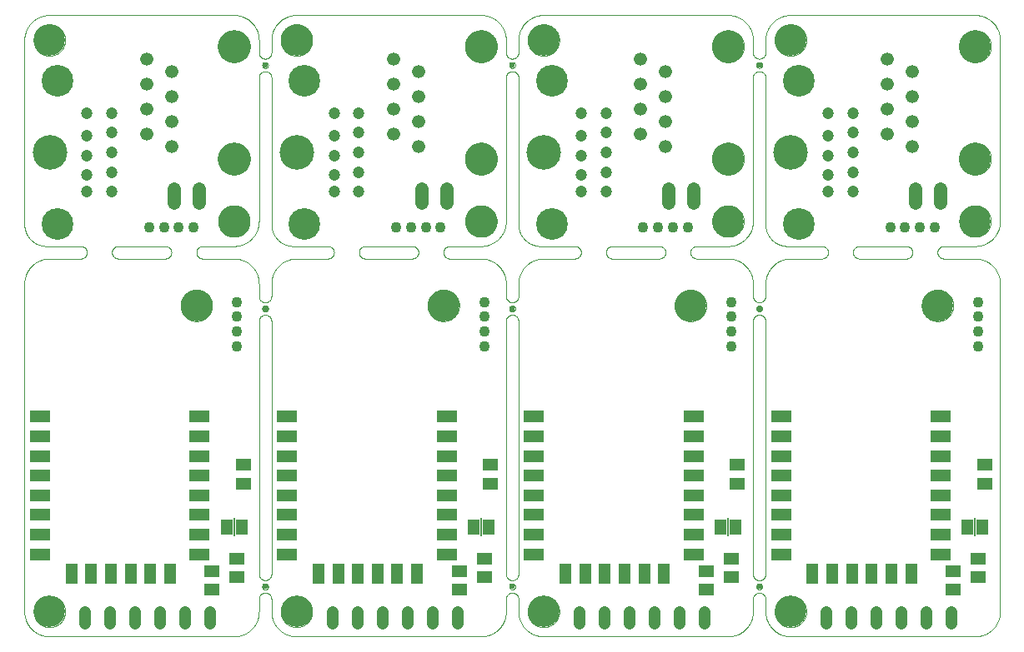
<source format=gbs>
G75*
%MOIN*%
%OFA0B0*%
%FSLAX25Y25*%
%IPPOS*%
%LPD*%
%AMOC8*
5,1,8,0,0,1.08239X$1,22.5*
%
%ADD10C,0.00000*%
%ADD11C,0.12598*%
%ADD12C,0.02362*%
%ADD13R,0.07874X0.04724*%
%ADD14R,0.04724X0.07874*%
%ADD15R,0.05906X0.05118*%
%ADD16R,0.04600X0.06300*%
%ADD17R,0.00600X0.07200*%
%ADD18C,0.04800*%
%ADD19C,0.04331*%
%ADD20C,0.05250*%
%ADD21C,0.12800*%
%ADD22C,0.04724*%
%ADD23C,0.13843*%
%ADD24C,0.12661*%
%ADD25C,0.05400*%
D10*
X0047595Y0038800D02*
X0047595Y0170050D01*
X0047598Y0170292D01*
X0047607Y0170533D01*
X0047621Y0170774D01*
X0047642Y0171015D01*
X0047668Y0171255D01*
X0047700Y0171495D01*
X0047738Y0171734D01*
X0047781Y0171971D01*
X0047831Y0172208D01*
X0047886Y0172443D01*
X0047946Y0172677D01*
X0048013Y0172909D01*
X0048084Y0173140D01*
X0048162Y0173369D01*
X0048245Y0173596D01*
X0048333Y0173821D01*
X0048427Y0174044D01*
X0048526Y0174264D01*
X0048631Y0174482D01*
X0048740Y0174697D01*
X0048855Y0174910D01*
X0048975Y0175120D01*
X0049100Y0175326D01*
X0049230Y0175530D01*
X0049365Y0175731D01*
X0049505Y0175928D01*
X0049649Y0176122D01*
X0049798Y0176312D01*
X0049952Y0176498D01*
X0050110Y0176681D01*
X0050272Y0176860D01*
X0050439Y0177035D01*
X0050610Y0177206D01*
X0050785Y0177373D01*
X0050964Y0177535D01*
X0051147Y0177693D01*
X0051333Y0177847D01*
X0051523Y0177996D01*
X0051717Y0178140D01*
X0051914Y0178280D01*
X0052115Y0178415D01*
X0052319Y0178545D01*
X0052525Y0178670D01*
X0052735Y0178790D01*
X0052948Y0178905D01*
X0053163Y0179014D01*
X0053381Y0179119D01*
X0053601Y0179218D01*
X0053824Y0179312D01*
X0054049Y0179400D01*
X0054276Y0179483D01*
X0054505Y0179561D01*
X0054736Y0179632D01*
X0054968Y0179699D01*
X0055202Y0179759D01*
X0055437Y0179814D01*
X0055674Y0179864D01*
X0055911Y0179907D01*
X0056150Y0179945D01*
X0056390Y0179977D01*
X0056630Y0180003D01*
X0056871Y0180024D01*
X0057112Y0180038D01*
X0057353Y0180047D01*
X0057595Y0180050D01*
X0070095Y0180050D01*
X0072595Y0182550D02*
X0072593Y0182648D01*
X0072587Y0182746D01*
X0072578Y0182844D01*
X0072564Y0182941D01*
X0072547Y0183038D01*
X0072526Y0183134D01*
X0072501Y0183229D01*
X0072473Y0183323D01*
X0072440Y0183415D01*
X0072405Y0183507D01*
X0072365Y0183597D01*
X0072323Y0183685D01*
X0072276Y0183772D01*
X0072227Y0183856D01*
X0072174Y0183939D01*
X0072118Y0184019D01*
X0072058Y0184098D01*
X0071996Y0184174D01*
X0071931Y0184247D01*
X0071863Y0184318D01*
X0071792Y0184386D01*
X0071719Y0184451D01*
X0071643Y0184513D01*
X0071564Y0184573D01*
X0071484Y0184629D01*
X0071401Y0184682D01*
X0071317Y0184731D01*
X0071230Y0184778D01*
X0071142Y0184820D01*
X0071052Y0184860D01*
X0070960Y0184895D01*
X0070868Y0184928D01*
X0070774Y0184956D01*
X0070679Y0184981D01*
X0070583Y0185002D01*
X0070486Y0185019D01*
X0070389Y0185033D01*
X0070291Y0185042D01*
X0070193Y0185048D01*
X0070095Y0185050D01*
X0056345Y0185050D01*
X0056134Y0185053D01*
X0055922Y0185060D01*
X0055711Y0185073D01*
X0055501Y0185091D01*
X0055290Y0185114D01*
X0055081Y0185142D01*
X0054872Y0185175D01*
X0054664Y0185213D01*
X0054457Y0185256D01*
X0054251Y0185304D01*
X0054046Y0185357D01*
X0053843Y0185415D01*
X0053641Y0185478D01*
X0053441Y0185546D01*
X0053242Y0185619D01*
X0053045Y0185696D01*
X0052851Y0185778D01*
X0052658Y0185865D01*
X0052467Y0185956D01*
X0052279Y0186052D01*
X0052093Y0186153D01*
X0051909Y0186258D01*
X0051728Y0186367D01*
X0051550Y0186481D01*
X0051374Y0186599D01*
X0051202Y0186721D01*
X0051032Y0186847D01*
X0050866Y0186978D01*
X0050703Y0187112D01*
X0050543Y0187251D01*
X0050386Y0187393D01*
X0050233Y0187539D01*
X0050084Y0187688D01*
X0049938Y0187841D01*
X0049796Y0187998D01*
X0049657Y0188158D01*
X0049523Y0188321D01*
X0049392Y0188487D01*
X0049266Y0188657D01*
X0049144Y0188829D01*
X0049026Y0189005D01*
X0048912Y0189183D01*
X0048803Y0189364D01*
X0048698Y0189548D01*
X0048597Y0189734D01*
X0048501Y0189922D01*
X0048410Y0190113D01*
X0048323Y0190306D01*
X0048241Y0190500D01*
X0048164Y0190697D01*
X0048091Y0190896D01*
X0048023Y0191096D01*
X0047960Y0191298D01*
X0047902Y0191501D01*
X0047849Y0191706D01*
X0047801Y0191912D01*
X0047758Y0192119D01*
X0047720Y0192327D01*
X0047687Y0192536D01*
X0047659Y0192745D01*
X0047636Y0192956D01*
X0047618Y0193166D01*
X0047605Y0193377D01*
X0047598Y0193589D01*
X0047595Y0193800D01*
X0047595Y0267550D01*
X0047598Y0267792D01*
X0047607Y0268033D01*
X0047621Y0268274D01*
X0047642Y0268515D01*
X0047668Y0268755D01*
X0047700Y0268995D01*
X0047738Y0269234D01*
X0047781Y0269471D01*
X0047831Y0269708D01*
X0047886Y0269943D01*
X0047946Y0270177D01*
X0048013Y0270409D01*
X0048084Y0270640D01*
X0048162Y0270869D01*
X0048245Y0271096D01*
X0048333Y0271321D01*
X0048427Y0271544D01*
X0048526Y0271764D01*
X0048631Y0271982D01*
X0048740Y0272197D01*
X0048855Y0272410D01*
X0048975Y0272620D01*
X0049100Y0272826D01*
X0049230Y0273030D01*
X0049365Y0273231D01*
X0049505Y0273428D01*
X0049649Y0273622D01*
X0049798Y0273812D01*
X0049952Y0273998D01*
X0050110Y0274181D01*
X0050272Y0274360D01*
X0050439Y0274535D01*
X0050610Y0274706D01*
X0050785Y0274873D01*
X0050964Y0275035D01*
X0051147Y0275193D01*
X0051333Y0275347D01*
X0051523Y0275496D01*
X0051717Y0275640D01*
X0051914Y0275780D01*
X0052115Y0275915D01*
X0052319Y0276045D01*
X0052525Y0276170D01*
X0052735Y0276290D01*
X0052948Y0276405D01*
X0053163Y0276514D01*
X0053381Y0276619D01*
X0053601Y0276718D01*
X0053824Y0276812D01*
X0054049Y0276900D01*
X0054276Y0276983D01*
X0054505Y0277061D01*
X0054736Y0277132D01*
X0054968Y0277199D01*
X0055202Y0277259D01*
X0055437Y0277314D01*
X0055674Y0277364D01*
X0055911Y0277407D01*
X0056150Y0277445D01*
X0056390Y0277477D01*
X0056630Y0277503D01*
X0056871Y0277524D01*
X0057112Y0277538D01*
X0057353Y0277547D01*
X0057595Y0277550D01*
X0131345Y0277550D01*
X0131587Y0277547D01*
X0131828Y0277538D01*
X0132069Y0277524D01*
X0132310Y0277503D01*
X0132550Y0277477D01*
X0132790Y0277445D01*
X0133029Y0277407D01*
X0133266Y0277364D01*
X0133503Y0277314D01*
X0133738Y0277259D01*
X0133972Y0277199D01*
X0134204Y0277132D01*
X0134435Y0277061D01*
X0134664Y0276983D01*
X0134891Y0276900D01*
X0135116Y0276812D01*
X0135339Y0276718D01*
X0135559Y0276619D01*
X0135777Y0276514D01*
X0135992Y0276405D01*
X0136205Y0276290D01*
X0136415Y0276170D01*
X0136621Y0276045D01*
X0136825Y0275915D01*
X0137026Y0275780D01*
X0137223Y0275640D01*
X0137417Y0275496D01*
X0137607Y0275347D01*
X0137793Y0275193D01*
X0137976Y0275035D01*
X0138155Y0274873D01*
X0138330Y0274706D01*
X0138501Y0274535D01*
X0138668Y0274360D01*
X0138830Y0274181D01*
X0138988Y0273998D01*
X0139142Y0273812D01*
X0139291Y0273622D01*
X0139435Y0273428D01*
X0139575Y0273231D01*
X0139710Y0273030D01*
X0139840Y0272826D01*
X0139965Y0272620D01*
X0140085Y0272410D01*
X0140200Y0272197D01*
X0140309Y0271982D01*
X0140414Y0271764D01*
X0140513Y0271544D01*
X0140607Y0271321D01*
X0140695Y0271096D01*
X0140778Y0270869D01*
X0140856Y0270640D01*
X0140927Y0270409D01*
X0140994Y0270177D01*
X0141054Y0269943D01*
X0141109Y0269708D01*
X0141159Y0269471D01*
X0141202Y0269234D01*
X0141240Y0268995D01*
X0141272Y0268755D01*
X0141298Y0268515D01*
X0141319Y0268274D01*
X0141333Y0268033D01*
X0141342Y0267792D01*
X0141345Y0267550D01*
X0141345Y0262550D01*
X0143845Y0260050D02*
X0143943Y0260052D01*
X0144041Y0260058D01*
X0144139Y0260067D01*
X0144236Y0260081D01*
X0144333Y0260098D01*
X0144429Y0260119D01*
X0144524Y0260144D01*
X0144618Y0260172D01*
X0144710Y0260205D01*
X0144802Y0260240D01*
X0144892Y0260280D01*
X0144980Y0260322D01*
X0145067Y0260369D01*
X0145151Y0260418D01*
X0145234Y0260471D01*
X0145314Y0260527D01*
X0145393Y0260587D01*
X0145469Y0260649D01*
X0145542Y0260714D01*
X0145613Y0260782D01*
X0145681Y0260853D01*
X0145746Y0260926D01*
X0145808Y0261002D01*
X0145868Y0261081D01*
X0145924Y0261161D01*
X0145977Y0261244D01*
X0146026Y0261328D01*
X0146073Y0261415D01*
X0146115Y0261503D01*
X0146155Y0261593D01*
X0146190Y0261685D01*
X0146223Y0261777D01*
X0146251Y0261871D01*
X0146276Y0261966D01*
X0146297Y0262062D01*
X0146314Y0262159D01*
X0146328Y0262256D01*
X0146337Y0262354D01*
X0146343Y0262452D01*
X0146345Y0262550D01*
X0146345Y0267550D01*
X0141345Y0262550D02*
X0141347Y0262452D01*
X0141353Y0262354D01*
X0141362Y0262256D01*
X0141376Y0262159D01*
X0141393Y0262062D01*
X0141414Y0261966D01*
X0141439Y0261871D01*
X0141467Y0261777D01*
X0141500Y0261685D01*
X0141535Y0261593D01*
X0141575Y0261503D01*
X0141617Y0261415D01*
X0141664Y0261328D01*
X0141713Y0261244D01*
X0141766Y0261161D01*
X0141822Y0261081D01*
X0141882Y0261002D01*
X0141944Y0260926D01*
X0142009Y0260853D01*
X0142077Y0260782D01*
X0142148Y0260714D01*
X0142221Y0260649D01*
X0142297Y0260587D01*
X0142376Y0260527D01*
X0142456Y0260471D01*
X0142539Y0260418D01*
X0142623Y0260369D01*
X0142710Y0260322D01*
X0142798Y0260280D01*
X0142888Y0260240D01*
X0142980Y0260205D01*
X0143072Y0260172D01*
X0143166Y0260144D01*
X0143261Y0260119D01*
X0143357Y0260098D01*
X0143454Y0260081D01*
X0143551Y0260067D01*
X0143649Y0260058D01*
X0143747Y0260052D01*
X0143845Y0260050D01*
X0142664Y0257550D02*
X0142666Y0257619D01*
X0142672Y0257687D01*
X0142682Y0257755D01*
X0142696Y0257822D01*
X0142714Y0257889D01*
X0142735Y0257954D01*
X0142761Y0258018D01*
X0142790Y0258080D01*
X0142822Y0258140D01*
X0142858Y0258199D01*
X0142898Y0258255D01*
X0142940Y0258309D01*
X0142986Y0258360D01*
X0143035Y0258409D01*
X0143086Y0258455D01*
X0143140Y0258497D01*
X0143196Y0258537D01*
X0143254Y0258573D01*
X0143315Y0258605D01*
X0143377Y0258634D01*
X0143441Y0258660D01*
X0143506Y0258681D01*
X0143573Y0258699D01*
X0143640Y0258713D01*
X0143708Y0258723D01*
X0143776Y0258729D01*
X0143845Y0258731D01*
X0143914Y0258729D01*
X0143982Y0258723D01*
X0144050Y0258713D01*
X0144117Y0258699D01*
X0144184Y0258681D01*
X0144249Y0258660D01*
X0144313Y0258634D01*
X0144375Y0258605D01*
X0144435Y0258573D01*
X0144494Y0258537D01*
X0144550Y0258497D01*
X0144604Y0258455D01*
X0144655Y0258409D01*
X0144704Y0258360D01*
X0144750Y0258309D01*
X0144792Y0258255D01*
X0144832Y0258199D01*
X0144868Y0258140D01*
X0144900Y0258080D01*
X0144929Y0258018D01*
X0144955Y0257954D01*
X0144976Y0257889D01*
X0144994Y0257822D01*
X0145008Y0257755D01*
X0145018Y0257687D01*
X0145024Y0257619D01*
X0145026Y0257550D01*
X0145024Y0257481D01*
X0145018Y0257413D01*
X0145008Y0257345D01*
X0144994Y0257278D01*
X0144976Y0257211D01*
X0144955Y0257146D01*
X0144929Y0257082D01*
X0144900Y0257020D01*
X0144868Y0256959D01*
X0144832Y0256901D01*
X0144792Y0256845D01*
X0144750Y0256791D01*
X0144704Y0256740D01*
X0144655Y0256691D01*
X0144604Y0256645D01*
X0144550Y0256603D01*
X0144494Y0256563D01*
X0144436Y0256527D01*
X0144375Y0256495D01*
X0144313Y0256466D01*
X0144249Y0256440D01*
X0144184Y0256419D01*
X0144117Y0256401D01*
X0144050Y0256387D01*
X0143982Y0256377D01*
X0143914Y0256371D01*
X0143845Y0256369D01*
X0143776Y0256371D01*
X0143708Y0256377D01*
X0143640Y0256387D01*
X0143573Y0256401D01*
X0143506Y0256419D01*
X0143441Y0256440D01*
X0143377Y0256466D01*
X0143315Y0256495D01*
X0143254Y0256527D01*
X0143196Y0256563D01*
X0143140Y0256603D01*
X0143086Y0256645D01*
X0143035Y0256691D01*
X0142986Y0256740D01*
X0142940Y0256791D01*
X0142898Y0256845D01*
X0142858Y0256901D01*
X0142822Y0256959D01*
X0142790Y0257020D01*
X0142761Y0257082D01*
X0142735Y0257146D01*
X0142714Y0257211D01*
X0142696Y0257278D01*
X0142682Y0257345D01*
X0142672Y0257413D01*
X0142666Y0257481D01*
X0142664Y0257550D01*
X0143845Y0255050D02*
X0143943Y0255048D01*
X0144041Y0255042D01*
X0144139Y0255033D01*
X0144236Y0255019D01*
X0144333Y0255002D01*
X0144429Y0254981D01*
X0144524Y0254956D01*
X0144618Y0254928D01*
X0144710Y0254895D01*
X0144802Y0254860D01*
X0144892Y0254820D01*
X0144980Y0254778D01*
X0145067Y0254731D01*
X0145151Y0254682D01*
X0145234Y0254629D01*
X0145314Y0254573D01*
X0145393Y0254513D01*
X0145469Y0254451D01*
X0145542Y0254386D01*
X0145613Y0254318D01*
X0145681Y0254247D01*
X0145746Y0254174D01*
X0145808Y0254098D01*
X0145868Y0254019D01*
X0145924Y0253939D01*
X0145977Y0253856D01*
X0146026Y0253772D01*
X0146073Y0253685D01*
X0146115Y0253597D01*
X0146155Y0253507D01*
X0146190Y0253415D01*
X0146223Y0253323D01*
X0146251Y0253229D01*
X0146276Y0253134D01*
X0146297Y0253038D01*
X0146314Y0252941D01*
X0146328Y0252844D01*
X0146337Y0252746D01*
X0146343Y0252648D01*
X0146345Y0252550D01*
X0146345Y0193800D01*
X0141345Y0195050D02*
X0141345Y0252550D01*
X0141347Y0252648D01*
X0141353Y0252746D01*
X0141362Y0252844D01*
X0141376Y0252941D01*
X0141393Y0253038D01*
X0141414Y0253134D01*
X0141439Y0253229D01*
X0141467Y0253323D01*
X0141500Y0253415D01*
X0141535Y0253507D01*
X0141575Y0253597D01*
X0141617Y0253685D01*
X0141664Y0253772D01*
X0141713Y0253856D01*
X0141766Y0253939D01*
X0141822Y0254019D01*
X0141882Y0254098D01*
X0141944Y0254174D01*
X0142009Y0254247D01*
X0142077Y0254318D01*
X0142148Y0254386D01*
X0142221Y0254451D01*
X0142297Y0254513D01*
X0142376Y0254573D01*
X0142456Y0254629D01*
X0142539Y0254682D01*
X0142623Y0254731D01*
X0142710Y0254778D01*
X0142798Y0254820D01*
X0142888Y0254860D01*
X0142980Y0254895D01*
X0143072Y0254928D01*
X0143166Y0254956D01*
X0143261Y0254981D01*
X0143357Y0255002D01*
X0143454Y0255019D01*
X0143551Y0255033D01*
X0143649Y0255042D01*
X0143747Y0255048D01*
X0143845Y0255050D01*
X0124945Y0265050D02*
X0124947Y0265210D01*
X0124953Y0265369D01*
X0124963Y0265528D01*
X0124977Y0265687D01*
X0124995Y0265846D01*
X0125016Y0266004D01*
X0125042Y0266161D01*
X0125072Y0266318D01*
X0125105Y0266474D01*
X0125143Y0266629D01*
X0125184Y0266783D01*
X0125229Y0266936D01*
X0125278Y0267088D01*
X0125331Y0267239D01*
X0125387Y0267388D01*
X0125448Y0267536D01*
X0125511Y0267682D01*
X0125579Y0267827D01*
X0125650Y0267970D01*
X0125724Y0268111D01*
X0125802Y0268250D01*
X0125884Y0268387D01*
X0125969Y0268522D01*
X0126057Y0268655D01*
X0126149Y0268786D01*
X0126243Y0268914D01*
X0126341Y0269040D01*
X0126442Y0269164D01*
X0126546Y0269285D01*
X0126653Y0269403D01*
X0126763Y0269519D01*
X0126876Y0269632D01*
X0126992Y0269742D01*
X0127110Y0269849D01*
X0127231Y0269953D01*
X0127355Y0270054D01*
X0127481Y0270152D01*
X0127609Y0270246D01*
X0127740Y0270338D01*
X0127873Y0270426D01*
X0128008Y0270511D01*
X0128145Y0270593D01*
X0128284Y0270671D01*
X0128425Y0270745D01*
X0128568Y0270816D01*
X0128713Y0270884D01*
X0128859Y0270947D01*
X0129007Y0271008D01*
X0129156Y0271064D01*
X0129307Y0271117D01*
X0129459Y0271166D01*
X0129612Y0271211D01*
X0129766Y0271252D01*
X0129921Y0271290D01*
X0130077Y0271323D01*
X0130234Y0271353D01*
X0130391Y0271379D01*
X0130549Y0271400D01*
X0130708Y0271418D01*
X0130867Y0271432D01*
X0131026Y0271442D01*
X0131185Y0271448D01*
X0131345Y0271450D01*
X0131505Y0271448D01*
X0131664Y0271442D01*
X0131823Y0271432D01*
X0131982Y0271418D01*
X0132141Y0271400D01*
X0132299Y0271379D01*
X0132456Y0271353D01*
X0132613Y0271323D01*
X0132769Y0271290D01*
X0132924Y0271252D01*
X0133078Y0271211D01*
X0133231Y0271166D01*
X0133383Y0271117D01*
X0133534Y0271064D01*
X0133683Y0271008D01*
X0133831Y0270947D01*
X0133977Y0270884D01*
X0134122Y0270816D01*
X0134265Y0270745D01*
X0134406Y0270671D01*
X0134545Y0270593D01*
X0134682Y0270511D01*
X0134817Y0270426D01*
X0134950Y0270338D01*
X0135081Y0270246D01*
X0135209Y0270152D01*
X0135335Y0270054D01*
X0135459Y0269953D01*
X0135580Y0269849D01*
X0135698Y0269742D01*
X0135814Y0269632D01*
X0135927Y0269519D01*
X0136037Y0269403D01*
X0136144Y0269285D01*
X0136248Y0269164D01*
X0136349Y0269040D01*
X0136447Y0268914D01*
X0136541Y0268786D01*
X0136633Y0268655D01*
X0136721Y0268522D01*
X0136806Y0268387D01*
X0136888Y0268250D01*
X0136966Y0268111D01*
X0137040Y0267970D01*
X0137111Y0267827D01*
X0137179Y0267682D01*
X0137242Y0267536D01*
X0137303Y0267388D01*
X0137359Y0267239D01*
X0137412Y0267088D01*
X0137461Y0266936D01*
X0137506Y0266783D01*
X0137547Y0266629D01*
X0137585Y0266474D01*
X0137618Y0266318D01*
X0137648Y0266161D01*
X0137674Y0266004D01*
X0137695Y0265846D01*
X0137713Y0265687D01*
X0137727Y0265528D01*
X0137737Y0265369D01*
X0137743Y0265210D01*
X0137745Y0265050D01*
X0137743Y0264890D01*
X0137737Y0264731D01*
X0137727Y0264572D01*
X0137713Y0264413D01*
X0137695Y0264254D01*
X0137674Y0264096D01*
X0137648Y0263939D01*
X0137618Y0263782D01*
X0137585Y0263626D01*
X0137547Y0263471D01*
X0137506Y0263317D01*
X0137461Y0263164D01*
X0137412Y0263012D01*
X0137359Y0262861D01*
X0137303Y0262712D01*
X0137242Y0262564D01*
X0137179Y0262418D01*
X0137111Y0262273D01*
X0137040Y0262130D01*
X0136966Y0261989D01*
X0136888Y0261850D01*
X0136806Y0261713D01*
X0136721Y0261578D01*
X0136633Y0261445D01*
X0136541Y0261314D01*
X0136447Y0261186D01*
X0136349Y0261060D01*
X0136248Y0260936D01*
X0136144Y0260815D01*
X0136037Y0260697D01*
X0135927Y0260581D01*
X0135814Y0260468D01*
X0135698Y0260358D01*
X0135580Y0260251D01*
X0135459Y0260147D01*
X0135335Y0260046D01*
X0135209Y0259948D01*
X0135081Y0259854D01*
X0134950Y0259762D01*
X0134817Y0259674D01*
X0134682Y0259589D01*
X0134545Y0259507D01*
X0134406Y0259429D01*
X0134265Y0259355D01*
X0134122Y0259284D01*
X0133977Y0259216D01*
X0133831Y0259153D01*
X0133683Y0259092D01*
X0133534Y0259036D01*
X0133383Y0258983D01*
X0133231Y0258934D01*
X0133078Y0258889D01*
X0132924Y0258848D01*
X0132769Y0258810D01*
X0132613Y0258777D01*
X0132456Y0258747D01*
X0132299Y0258721D01*
X0132141Y0258700D01*
X0131982Y0258682D01*
X0131823Y0258668D01*
X0131664Y0258658D01*
X0131505Y0258652D01*
X0131345Y0258650D01*
X0131185Y0258652D01*
X0131026Y0258658D01*
X0130867Y0258668D01*
X0130708Y0258682D01*
X0130549Y0258700D01*
X0130391Y0258721D01*
X0130234Y0258747D01*
X0130077Y0258777D01*
X0129921Y0258810D01*
X0129766Y0258848D01*
X0129612Y0258889D01*
X0129459Y0258934D01*
X0129307Y0258983D01*
X0129156Y0259036D01*
X0129007Y0259092D01*
X0128859Y0259153D01*
X0128713Y0259216D01*
X0128568Y0259284D01*
X0128425Y0259355D01*
X0128284Y0259429D01*
X0128145Y0259507D01*
X0128008Y0259589D01*
X0127873Y0259674D01*
X0127740Y0259762D01*
X0127609Y0259854D01*
X0127481Y0259948D01*
X0127355Y0260046D01*
X0127231Y0260147D01*
X0127110Y0260251D01*
X0126992Y0260358D01*
X0126876Y0260468D01*
X0126763Y0260581D01*
X0126653Y0260697D01*
X0126546Y0260815D01*
X0126442Y0260936D01*
X0126341Y0261060D01*
X0126243Y0261186D01*
X0126149Y0261314D01*
X0126057Y0261445D01*
X0125969Y0261578D01*
X0125884Y0261713D01*
X0125802Y0261850D01*
X0125724Y0261989D01*
X0125650Y0262130D01*
X0125579Y0262273D01*
X0125511Y0262418D01*
X0125448Y0262564D01*
X0125387Y0262712D01*
X0125331Y0262861D01*
X0125278Y0263012D01*
X0125229Y0263164D01*
X0125184Y0263317D01*
X0125143Y0263471D01*
X0125105Y0263626D01*
X0125072Y0263782D01*
X0125042Y0263939D01*
X0125016Y0264096D01*
X0124995Y0264254D01*
X0124977Y0264413D01*
X0124963Y0264572D01*
X0124953Y0264731D01*
X0124947Y0264890D01*
X0124945Y0265050D01*
X0146345Y0267550D02*
X0146348Y0267792D01*
X0146357Y0268033D01*
X0146371Y0268274D01*
X0146392Y0268515D01*
X0146418Y0268755D01*
X0146450Y0268995D01*
X0146488Y0269234D01*
X0146531Y0269471D01*
X0146581Y0269708D01*
X0146636Y0269943D01*
X0146696Y0270177D01*
X0146763Y0270409D01*
X0146834Y0270640D01*
X0146912Y0270869D01*
X0146995Y0271096D01*
X0147083Y0271321D01*
X0147177Y0271544D01*
X0147276Y0271764D01*
X0147381Y0271982D01*
X0147490Y0272197D01*
X0147605Y0272410D01*
X0147725Y0272620D01*
X0147850Y0272826D01*
X0147980Y0273030D01*
X0148115Y0273231D01*
X0148255Y0273428D01*
X0148399Y0273622D01*
X0148548Y0273812D01*
X0148702Y0273998D01*
X0148860Y0274181D01*
X0149022Y0274360D01*
X0149189Y0274535D01*
X0149360Y0274706D01*
X0149535Y0274873D01*
X0149714Y0275035D01*
X0149897Y0275193D01*
X0150083Y0275347D01*
X0150273Y0275496D01*
X0150467Y0275640D01*
X0150664Y0275780D01*
X0150865Y0275915D01*
X0151069Y0276045D01*
X0151275Y0276170D01*
X0151485Y0276290D01*
X0151698Y0276405D01*
X0151913Y0276514D01*
X0152131Y0276619D01*
X0152351Y0276718D01*
X0152574Y0276812D01*
X0152799Y0276900D01*
X0153026Y0276983D01*
X0153255Y0277061D01*
X0153486Y0277132D01*
X0153718Y0277199D01*
X0153952Y0277259D01*
X0154187Y0277314D01*
X0154424Y0277364D01*
X0154661Y0277407D01*
X0154900Y0277445D01*
X0155140Y0277477D01*
X0155380Y0277503D01*
X0155621Y0277524D01*
X0155862Y0277538D01*
X0156103Y0277547D01*
X0156345Y0277550D01*
X0230095Y0277550D01*
X0230337Y0277547D01*
X0230578Y0277538D01*
X0230819Y0277524D01*
X0231060Y0277503D01*
X0231300Y0277477D01*
X0231540Y0277445D01*
X0231779Y0277407D01*
X0232016Y0277364D01*
X0232253Y0277314D01*
X0232488Y0277259D01*
X0232722Y0277199D01*
X0232954Y0277132D01*
X0233185Y0277061D01*
X0233414Y0276983D01*
X0233641Y0276900D01*
X0233866Y0276812D01*
X0234089Y0276718D01*
X0234309Y0276619D01*
X0234527Y0276514D01*
X0234742Y0276405D01*
X0234955Y0276290D01*
X0235165Y0276170D01*
X0235371Y0276045D01*
X0235575Y0275915D01*
X0235776Y0275780D01*
X0235973Y0275640D01*
X0236167Y0275496D01*
X0236357Y0275347D01*
X0236543Y0275193D01*
X0236726Y0275035D01*
X0236905Y0274873D01*
X0237080Y0274706D01*
X0237251Y0274535D01*
X0237418Y0274360D01*
X0237580Y0274181D01*
X0237738Y0273998D01*
X0237892Y0273812D01*
X0238041Y0273622D01*
X0238185Y0273428D01*
X0238325Y0273231D01*
X0238460Y0273030D01*
X0238590Y0272826D01*
X0238715Y0272620D01*
X0238835Y0272410D01*
X0238950Y0272197D01*
X0239059Y0271982D01*
X0239164Y0271764D01*
X0239263Y0271544D01*
X0239357Y0271321D01*
X0239445Y0271096D01*
X0239528Y0270869D01*
X0239606Y0270640D01*
X0239677Y0270409D01*
X0239744Y0270177D01*
X0239804Y0269943D01*
X0239859Y0269708D01*
X0239909Y0269471D01*
X0239952Y0269234D01*
X0239990Y0268995D01*
X0240022Y0268755D01*
X0240048Y0268515D01*
X0240069Y0268274D01*
X0240083Y0268033D01*
X0240092Y0267792D01*
X0240095Y0267550D01*
X0240095Y0262550D01*
X0242595Y0260050D02*
X0242693Y0260052D01*
X0242791Y0260058D01*
X0242889Y0260067D01*
X0242986Y0260081D01*
X0243083Y0260098D01*
X0243179Y0260119D01*
X0243274Y0260144D01*
X0243368Y0260172D01*
X0243460Y0260205D01*
X0243552Y0260240D01*
X0243642Y0260280D01*
X0243730Y0260322D01*
X0243817Y0260369D01*
X0243901Y0260418D01*
X0243984Y0260471D01*
X0244064Y0260527D01*
X0244143Y0260587D01*
X0244219Y0260649D01*
X0244292Y0260714D01*
X0244363Y0260782D01*
X0244431Y0260853D01*
X0244496Y0260926D01*
X0244558Y0261002D01*
X0244618Y0261081D01*
X0244674Y0261161D01*
X0244727Y0261244D01*
X0244776Y0261328D01*
X0244823Y0261415D01*
X0244865Y0261503D01*
X0244905Y0261593D01*
X0244940Y0261685D01*
X0244973Y0261777D01*
X0245001Y0261871D01*
X0245026Y0261966D01*
X0245047Y0262062D01*
X0245064Y0262159D01*
X0245078Y0262256D01*
X0245087Y0262354D01*
X0245093Y0262452D01*
X0245095Y0262550D01*
X0245095Y0267550D01*
X0240095Y0262550D02*
X0240097Y0262452D01*
X0240103Y0262354D01*
X0240112Y0262256D01*
X0240126Y0262159D01*
X0240143Y0262062D01*
X0240164Y0261966D01*
X0240189Y0261871D01*
X0240217Y0261777D01*
X0240250Y0261685D01*
X0240285Y0261593D01*
X0240325Y0261503D01*
X0240367Y0261415D01*
X0240414Y0261328D01*
X0240463Y0261244D01*
X0240516Y0261161D01*
X0240572Y0261081D01*
X0240632Y0261002D01*
X0240694Y0260926D01*
X0240759Y0260853D01*
X0240827Y0260782D01*
X0240898Y0260714D01*
X0240971Y0260649D01*
X0241047Y0260587D01*
X0241126Y0260527D01*
X0241206Y0260471D01*
X0241289Y0260418D01*
X0241373Y0260369D01*
X0241460Y0260322D01*
X0241548Y0260280D01*
X0241638Y0260240D01*
X0241730Y0260205D01*
X0241822Y0260172D01*
X0241916Y0260144D01*
X0242011Y0260119D01*
X0242107Y0260098D01*
X0242204Y0260081D01*
X0242301Y0260067D01*
X0242399Y0260058D01*
X0242497Y0260052D01*
X0242595Y0260050D01*
X0241414Y0257550D02*
X0241416Y0257619D01*
X0241422Y0257687D01*
X0241432Y0257755D01*
X0241446Y0257822D01*
X0241464Y0257889D01*
X0241485Y0257954D01*
X0241511Y0258018D01*
X0241540Y0258080D01*
X0241572Y0258140D01*
X0241608Y0258199D01*
X0241648Y0258255D01*
X0241690Y0258309D01*
X0241736Y0258360D01*
X0241785Y0258409D01*
X0241836Y0258455D01*
X0241890Y0258497D01*
X0241946Y0258537D01*
X0242004Y0258573D01*
X0242065Y0258605D01*
X0242127Y0258634D01*
X0242191Y0258660D01*
X0242256Y0258681D01*
X0242323Y0258699D01*
X0242390Y0258713D01*
X0242458Y0258723D01*
X0242526Y0258729D01*
X0242595Y0258731D01*
X0242664Y0258729D01*
X0242732Y0258723D01*
X0242800Y0258713D01*
X0242867Y0258699D01*
X0242934Y0258681D01*
X0242999Y0258660D01*
X0243063Y0258634D01*
X0243125Y0258605D01*
X0243185Y0258573D01*
X0243244Y0258537D01*
X0243300Y0258497D01*
X0243354Y0258455D01*
X0243405Y0258409D01*
X0243454Y0258360D01*
X0243500Y0258309D01*
X0243542Y0258255D01*
X0243582Y0258199D01*
X0243618Y0258140D01*
X0243650Y0258080D01*
X0243679Y0258018D01*
X0243705Y0257954D01*
X0243726Y0257889D01*
X0243744Y0257822D01*
X0243758Y0257755D01*
X0243768Y0257687D01*
X0243774Y0257619D01*
X0243776Y0257550D01*
X0243774Y0257481D01*
X0243768Y0257413D01*
X0243758Y0257345D01*
X0243744Y0257278D01*
X0243726Y0257211D01*
X0243705Y0257146D01*
X0243679Y0257082D01*
X0243650Y0257020D01*
X0243618Y0256959D01*
X0243582Y0256901D01*
X0243542Y0256845D01*
X0243500Y0256791D01*
X0243454Y0256740D01*
X0243405Y0256691D01*
X0243354Y0256645D01*
X0243300Y0256603D01*
X0243244Y0256563D01*
X0243186Y0256527D01*
X0243125Y0256495D01*
X0243063Y0256466D01*
X0242999Y0256440D01*
X0242934Y0256419D01*
X0242867Y0256401D01*
X0242800Y0256387D01*
X0242732Y0256377D01*
X0242664Y0256371D01*
X0242595Y0256369D01*
X0242526Y0256371D01*
X0242458Y0256377D01*
X0242390Y0256387D01*
X0242323Y0256401D01*
X0242256Y0256419D01*
X0242191Y0256440D01*
X0242127Y0256466D01*
X0242065Y0256495D01*
X0242004Y0256527D01*
X0241946Y0256563D01*
X0241890Y0256603D01*
X0241836Y0256645D01*
X0241785Y0256691D01*
X0241736Y0256740D01*
X0241690Y0256791D01*
X0241648Y0256845D01*
X0241608Y0256901D01*
X0241572Y0256959D01*
X0241540Y0257020D01*
X0241511Y0257082D01*
X0241485Y0257146D01*
X0241464Y0257211D01*
X0241446Y0257278D01*
X0241432Y0257345D01*
X0241422Y0257413D01*
X0241416Y0257481D01*
X0241414Y0257550D01*
X0242595Y0255050D02*
X0242693Y0255048D01*
X0242791Y0255042D01*
X0242889Y0255033D01*
X0242986Y0255019D01*
X0243083Y0255002D01*
X0243179Y0254981D01*
X0243274Y0254956D01*
X0243368Y0254928D01*
X0243460Y0254895D01*
X0243552Y0254860D01*
X0243642Y0254820D01*
X0243730Y0254778D01*
X0243817Y0254731D01*
X0243901Y0254682D01*
X0243984Y0254629D01*
X0244064Y0254573D01*
X0244143Y0254513D01*
X0244219Y0254451D01*
X0244292Y0254386D01*
X0244363Y0254318D01*
X0244431Y0254247D01*
X0244496Y0254174D01*
X0244558Y0254098D01*
X0244618Y0254019D01*
X0244674Y0253939D01*
X0244727Y0253856D01*
X0244776Y0253772D01*
X0244823Y0253685D01*
X0244865Y0253597D01*
X0244905Y0253507D01*
X0244940Y0253415D01*
X0244973Y0253323D01*
X0245001Y0253229D01*
X0245026Y0253134D01*
X0245047Y0253038D01*
X0245064Y0252941D01*
X0245078Y0252844D01*
X0245087Y0252746D01*
X0245093Y0252648D01*
X0245095Y0252550D01*
X0245095Y0193800D01*
X0240095Y0195050D02*
X0240095Y0252550D01*
X0240097Y0252648D01*
X0240103Y0252746D01*
X0240112Y0252844D01*
X0240126Y0252941D01*
X0240143Y0253038D01*
X0240164Y0253134D01*
X0240189Y0253229D01*
X0240217Y0253323D01*
X0240250Y0253415D01*
X0240285Y0253507D01*
X0240325Y0253597D01*
X0240367Y0253685D01*
X0240414Y0253772D01*
X0240463Y0253856D01*
X0240516Y0253939D01*
X0240572Y0254019D01*
X0240632Y0254098D01*
X0240694Y0254174D01*
X0240759Y0254247D01*
X0240827Y0254318D01*
X0240898Y0254386D01*
X0240971Y0254451D01*
X0241047Y0254513D01*
X0241126Y0254573D01*
X0241206Y0254629D01*
X0241289Y0254682D01*
X0241373Y0254731D01*
X0241460Y0254778D01*
X0241548Y0254820D01*
X0241638Y0254860D01*
X0241730Y0254895D01*
X0241822Y0254928D01*
X0241916Y0254956D01*
X0242011Y0254981D01*
X0242107Y0255002D01*
X0242204Y0255019D01*
X0242301Y0255033D01*
X0242399Y0255042D01*
X0242497Y0255048D01*
X0242595Y0255050D01*
X0223695Y0265050D02*
X0223697Y0265210D01*
X0223703Y0265369D01*
X0223713Y0265528D01*
X0223727Y0265687D01*
X0223745Y0265846D01*
X0223766Y0266004D01*
X0223792Y0266161D01*
X0223822Y0266318D01*
X0223855Y0266474D01*
X0223893Y0266629D01*
X0223934Y0266783D01*
X0223979Y0266936D01*
X0224028Y0267088D01*
X0224081Y0267239D01*
X0224137Y0267388D01*
X0224198Y0267536D01*
X0224261Y0267682D01*
X0224329Y0267827D01*
X0224400Y0267970D01*
X0224474Y0268111D01*
X0224552Y0268250D01*
X0224634Y0268387D01*
X0224719Y0268522D01*
X0224807Y0268655D01*
X0224899Y0268786D01*
X0224993Y0268914D01*
X0225091Y0269040D01*
X0225192Y0269164D01*
X0225296Y0269285D01*
X0225403Y0269403D01*
X0225513Y0269519D01*
X0225626Y0269632D01*
X0225742Y0269742D01*
X0225860Y0269849D01*
X0225981Y0269953D01*
X0226105Y0270054D01*
X0226231Y0270152D01*
X0226359Y0270246D01*
X0226490Y0270338D01*
X0226623Y0270426D01*
X0226758Y0270511D01*
X0226895Y0270593D01*
X0227034Y0270671D01*
X0227175Y0270745D01*
X0227318Y0270816D01*
X0227463Y0270884D01*
X0227609Y0270947D01*
X0227757Y0271008D01*
X0227906Y0271064D01*
X0228057Y0271117D01*
X0228209Y0271166D01*
X0228362Y0271211D01*
X0228516Y0271252D01*
X0228671Y0271290D01*
X0228827Y0271323D01*
X0228984Y0271353D01*
X0229141Y0271379D01*
X0229299Y0271400D01*
X0229458Y0271418D01*
X0229617Y0271432D01*
X0229776Y0271442D01*
X0229935Y0271448D01*
X0230095Y0271450D01*
X0230255Y0271448D01*
X0230414Y0271442D01*
X0230573Y0271432D01*
X0230732Y0271418D01*
X0230891Y0271400D01*
X0231049Y0271379D01*
X0231206Y0271353D01*
X0231363Y0271323D01*
X0231519Y0271290D01*
X0231674Y0271252D01*
X0231828Y0271211D01*
X0231981Y0271166D01*
X0232133Y0271117D01*
X0232284Y0271064D01*
X0232433Y0271008D01*
X0232581Y0270947D01*
X0232727Y0270884D01*
X0232872Y0270816D01*
X0233015Y0270745D01*
X0233156Y0270671D01*
X0233295Y0270593D01*
X0233432Y0270511D01*
X0233567Y0270426D01*
X0233700Y0270338D01*
X0233831Y0270246D01*
X0233959Y0270152D01*
X0234085Y0270054D01*
X0234209Y0269953D01*
X0234330Y0269849D01*
X0234448Y0269742D01*
X0234564Y0269632D01*
X0234677Y0269519D01*
X0234787Y0269403D01*
X0234894Y0269285D01*
X0234998Y0269164D01*
X0235099Y0269040D01*
X0235197Y0268914D01*
X0235291Y0268786D01*
X0235383Y0268655D01*
X0235471Y0268522D01*
X0235556Y0268387D01*
X0235638Y0268250D01*
X0235716Y0268111D01*
X0235790Y0267970D01*
X0235861Y0267827D01*
X0235929Y0267682D01*
X0235992Y0267536D01*
X0236053Y0267388D01*
X0236109Y0267239D01*
X0236162Y0267088D01*
X0236211Y0266936D01*
X0236256Y0266783D01*
X0236297Y0266629D01*
X0236335Y0266474D01*
X0236368Y0266318D01*
X0236398Y0266161D01*
X0236424Y0266004D01*
X0236445Y0265846D01*
X0236463Y0265687D01*
X0236477Y0265528D01*
X0236487Y0265369D01*
X0236493Y0265210D01*
X0236495Y0265050D01*
X0236493Y0264890D01*
X0236487Y0264731D01*
X0236477Y0264572D01*
X0236463Y0264413D01*
X0236445Y0264254D01*
X0236424Y0264096D01*
X0236398Y0263939D01*
X0236368Y0263782D01*
X0236335Y0263626D01*
X0236297Y0263471D01*
X0236256Y0263317D01*
X0236211Y0263164D01*
X0236162Y0263012D01*
X0236109Y0262861D01*
X0236053Y0262712D01*
X0235992Y0262564D01*
X0235929Y0262418D01*
X0235861Y0262273D01*
X0235790Y0262130D01*
X0235716Y0261989D01*
X0235638Y0261850D01*
X0235556Y0261713D01*
X0235471Y0261578D01*
X0235383Y0261445D01*
X0235291Y0261314D01*
X0235197Y0261186D01*
X0235099Y0261060D01*
X0234998Y0260936D01*
X0234894Y0260815D01*
X0234787Y0260697D01*
X0234677Y0260581D01*
X0234564Y0260468D01*
X0234448Y0260358D01*
X0234330Y0260251D01*
X0234209Y0260147D01*
X0234085Y0260046D01*
X0233959Y0259948D01*
X0233831Y0259854D01*
X0233700Y0259762D01*
X0233567Y0259674D01*
X0233432Y0259589D01*
X0233295Y0259507D01*
X0233156Y0259429D01*
X0233015Y0259355D01*
X0232872Y0259284D01*
X0232727Y0259216D01*
X0232581Y0259153D01*
X0232433Y0259092D01*
X0232284Y0259036D01*
X0232133Y0258983D01*
X0231981Y0258934D01*
X0231828Y0258889D01*
X0231674Y0258848D01*
X0231519Y0258810D01*
X0231363Y0258777D01*
X0231206Y0258747D01*
X0231049Y0258721D01*
X0230891Y0258700D01*
X0230732Y0258682D01*
X0230573Y0258668D01*
X0230414Y0258658D01*
X0230255Y0258652D01*
X0230095Y0258650D01*
X0229935Y0258652D01*
X0229776Y0258658D01*
X0229617Y0258668D01*
X0229458Y0258682D01*
X0229299Y0258700D01*
X0229141Y0258721D01*
X0228984Y0258747D01*
X0228827Y0258777D01*
X0228671Y0258810D01*
X0228516Y0258848D01*
X0228362Y0258889D01*
X0228209Y0258934D01*
X0228057Y0258983D01*
X0227906Y0259036D01*
X0227757Y0259092D01*
X0227609Y0259153D01*
X0227463Y0259216D01*
X0227318Y0259284D01*
X0227175Y0259355D01*
X0227034Y0259429D01*
X0226895Y0259507D01*
X0226758Y0259589D01*
X0226623Y0259674D01*
X0226490Y0259762D01*
X0226359Y0259854D01*
X0226231Y0259948D01*
X0226105Y0260046D01*
X0225981Y0260147D01*
X0225860Y0260251D01*
X0225742Y0260358D01*
X0225626Y0260468D01*
X0225513Y0260581D01*
X0225403Y0260697D01*
X0225296Y0260815D01*
X0225192Y0260936D01*
X0225091Y0261060D01*
X0224993Y0261186D01*
X0224899Y0261314D01*
X0224807Y0261445D01*
X0224719Y0261578D01*
X0224634Y0261713D01*
X0224552Y0261850D01*
X0224474Y0261989D01*
X0224400Y0262130D01*
X0224329Y0262273D01*
X0224261Y0262418D01*
X0224198Y0262564D01*
X0224137Y0262712D01*
X0224081Y0262861D01*
X0224028Y0263012D01*
X0223979Y0263164D01*
X0223934Y0263317D01*
X0223893Y0263471D01*
X0223855Y0263626D01*
X0223822Y0263782D01*
X0223792Y0263939D01*
X0223766Y0264096D01*
X0223745Y0264254D01*
X0223727Y0264413D01*
X0223713Y0264572D01*
X0223703Y0264731D01*
X0223697Y0264890D01*
X0223695Y0265050D01*
X0245095Y0267550D02*
X0245098Y0267792D01*
X0245107Y0268033D01*
X0245121Y0268274D01*
X0245142Y0268515D01*
X0245168Y0268755D01*
X0245200Y0268995D01*
X0245238Y0269234D01*
X0245281Y0269471D01*
X0245331Y0269708D01*
X0245386Y0269943D01*
X0245446Y0270177D01*
X0245513Y0270409D01*
X0245584Y0270640D01*
X0245662Y0270869D01*
X0245745Y0271096D01*
X0245833Y0271321D01*
X0245927Y0271544D01*
X0246026Y0271764D01*
X0246131Y0271982D01*
X0246240Y0272197D01*
X0246355Y0272410D01*
X0246475Y0272620D01*
X0246600Y0272826D01*
X0246730Y0273030D01*
X0246865Y0273231D01*
X0247005Y0273428D01*
X0247149Y0273622D01*
X0247298Y0273812D01*
X0247452Y0273998D01*
X0247610Y0274181D01*
X0247772Y0274360D01*
X0247939Y0274535D01*
X0248110Y0274706D01*
X0248285Y0274873D01*
X0248464Y0275035D01*
X0248647Y0275193D01*
X0248833Y0275347D01*
X0249023Y0275496D01*
X0249217Y0275640D01*
X0249414Y0275780D01*
X0249615Y0275915D01*
X0249819Y0276045D01*
X0250025Y0276170D01*
X0250235Y0276290D01*
X0250448Y0276405D01*
X0250663Y0276514D01*
X0250881Y0276619D01*
X0251101Y0276718D01*
X0251324Y0276812D01*
X0251549Y0276900D01*
X0251776Y0276983D01*
X0252005Y0277061D01*
X0252236Y0277132D01*
X0252468Y0277199D01*
X0252702Y0277259D01*
X0252937Y0277314D01*
X0253174Y0277364D01*
X0253411Y0277407D01*
X0253650Y0277445D01*
X0253890Y0277477D01*
X0254130Y0277503D01*
X0254371Y0277524D01*
X0254612Y0277538D01*
X0254853Y0277547D01*
X0255095Y0277550D01*
X0328845Y0277550D01*
X0329087Y0277547D01*
X0329328Y0277538D01*
X0329569Y0277524D01*
X0329810Y0277503D01*
X0330050Y0277477D01*
X0330290Y0277445D01*
X0330529Y0277407D01*
X0330766Y0277364D01*
X0331003Y0277314D01*
X0331238Y0277259D01*
X0331472Y0277199D01*
X0331704Y0277132D01*
X0331935Y0277061D01*
X0332164Y0276983D01*
X0332391Y0276900D01*
X0332616Y0276812D01*
X0332839Y0276718D01*
X0333059Y0276619D01*
X0333277Y0276514D01*
X0333492Y0276405D01*
X0333705Y0276290D01*
X0333915Y0276170D01*
X0334121Y0276045D01*
X0334325Y0275915D01*
X0334526Y0275780D01*
X0334723Y0275640D01*
X0334917Y0275496D01*
X0335107Y0275347D01*
X0335293Y0275193D01*
X0335476Y0275035D01*
X0335655Y0274873D01*
X0335830Y0274706D01*
X0336001Y0274535D01*
X0336168Y0274360D01*
X0336330Y0274181D01*
X0336488Y0273998D01*
X0336642Y0273812D01*
X0336791Y0273622D01*
X0336935Y0273428D01*
X0337075Y0273231D01*
X0337210Y0273030D01*
X0337340Y0272826D01*
X0337465Y0272620D01*
X0337585Y0272410D01*
X0337700Y0272197D01*
X0337809Y0271982D01*
X0337914Y0271764D01*
X0338013Y0271544D01*
X0338107Y0271321D01*
X0338195Y0271096D01*
X0338278Y0270869D01*
X0338356Y0270640D01*
X0338427Y0270409D01*
X0338494Y0270177D01*
X0338554Y0269943D01*
X0338609Y0269708D01*
X0338659Y0269471D01*
X0338702Y0269234D01*
X0338740Y0268995D01*
X0338772Y0268755D01*
X0338798Y0268515D01*
X0338819Y0268274D01*
X0338833Y0268033D01*
X0338842Y0267792D01*
X0338845Y0267550D01*
X0338845Y0262550D01*
X0341345Y0260050D02*
X0341443Y0260052D01*
X0341541Y0260058D01*
X0341639Y0260067D01*
X0341736Y0260081D01*
X0341833Y0260098D01*
X0341929Y0260119D01*
X0342024Y0260144D01*
X0342118Y0260172D01*
X0342210Y0260205D01*
X0342302Y0260240D01*
X0342392Y0260280D01*
X0342480Y0260322D01*
X0342567Y0260369D01*
X0342651Y0260418D01*
X0342734Y0260471D01*
X0342814Y0260527D01*
X0342893Y0260587D01*
X0342969Y0260649D01*
X0343042Y0260714D01*
X0343113Y0260782D01*
X0343181Y0260853D01*
X0343246Y0260926D01*
X0343308Y0261002D01*
X0343368Y0261081D01*
X0343424Y0261161D01*
X0343477Y0261244D01*
X0343526Y0261328D01*
X0343573Y0261415D01*
X0343615Y0261503D01*
X0343655Y0261593D01*
X0343690Y0261685D01*
X0343723Y0261777D01*
X0343751Y0261871D01*
X0343776Y0261966D01*
X0343797Y0262062D01*
X0343814Y0262159D01*
X0343828Y0262256D01*
X0343837Y0262354D01*
X0343843Y0262452D01*
X0343845Y0262550D01*
X0343845Y0267550D01*
X0338845Y0262550D02*
X0338847Y0262452D01*
X0338853Y0262354D01*
X0338862Y0262256D01*
X0338876Y0262159D01*
X0338893Y0262062D01*
X0338914Y0261966D01*
X0338939Y0261871D01*
X0338967Y0261777D01*
X0339000Y0261685D01*
X0339035Y0261593D01*
X0339075Y0261503D01*
X0339117Y0261415D01*
X0339164Y0261328D01*
X0339213Y0261244D01*
X0339266Y0261161D01*
X0339322Y0261081D01*
X0339382Y0261002D01*
X0339444Y0260926D01*
X0339509Y0260853D01*
X0339577Y0260782D01*
X0339648Y0260714D01*
X0339721Y0260649D01*
X0339797Y0260587D01*
X0339876Y0260527D01*
X0339956Y0260471D01*
X0340039Y0260418D01*
X0340123Y0260369D01*
X0340210Y0260322D01*
X0340298Y0260280D01*
X0340388Y0260240D01*
X0340480Y0260205D01*
X0340572Y0260172D01*
X0340666Y0260144D01*
X0340761Y0260119D01*
X0340857Y0260098D01*
X0340954Y0260081D01*
X0341051Y0260067D01*
X0341149Y0260058D01*
X0341247Y0260052D01*
X0341345Y0260050D01*
X0340164Y0257550D02*
X0340166Y0257619D01*
X0340172Y0257687D01*
X0340182Y0257755D01*
X0340196Y0257822D01*
X0340214Y0257889D01*
X0340235Y0257954D01*
X0340261Y0258018D01*
X0340290Y0258080D01*
X0340322Y0258140D01*
X0340358Y0258199D01*
X0340398Y0258255D01*
X0340440Y0258309D01*
X0340486Y0258360D01*
X0340535Y0258409D01*
X0340586Y0258455D01*
X0340640Y0258497D01*
X0340696Y0258537D01*
X0340754Y0258573D01*
X0340815Y0258605D01*
X0340877Y0258634D01*
X0340941Y0258660D01*
X0341006Y0258681D01*
X0341073Y0258699D01*
X0341140Y0258713D01*
X0341208Y0258723D01*
X0341276Y0258729D01*
X0341345Y0258731D01*
X0341414Y0258729D01*
X0341482Y0258723D01*
X0341550Y0258713D01*
X0341617Y0258699D01*
X0341684Y0258681D01*
X0341749Y0258660D01*
X0341813Y0258634D01*
X0341875Y0258605D01*
X0341935Y0258573D01*
X0341994Y0258537D01*
X0342050Y0258497D01*
X0342104Y0258455D01*
X0342155Y0258409D01*
X0342204Y0258360D01*
X0342250Y0258309D01*
X0342292Y0258255D01*
X0342332Y0258199D01*
X0342368Y0258140D01*
X0342400Y0258080D01*
X0342429Y0258018D01*
X0342455Y0257954D01*
X0342476Y0257889D01*
X0342494Y0257822D01*
X0342508Y0257755D01*
X0342518Y0257687D01*
X0342524Y0257619D01*
X0342526Y0257550D01*
X0342524Y0257481D01*
X0342518Y0257413D01*
X0342508Y0257345D01*
X0342494Y0257278D01*
X0342476Y0257211D01*
X0342455Y0257146D01*
X0342429Y0257082D01*
X0342400Y0257020D01*
X0342368Y0256959D01*
X0342332Y0256901D01*
X0342292Y0256845D01*
X0342250Y0256791D01*
X0342204Y0256740D01*
X0342155Y0256691D01*
X0342104Y0256645D01*
X0342050Y0256603D01*
X0341994Y0256563D01*
X0341936Y0256527D01*
X0341875Y0256495D01*
X0341813Y0256466D01*
X0341749Y0256440D01*
X0341684Y0256419D01*
X0341617Y0256401D01*
X0341550Y0256387D01*
X0341482Y0256377D01*
X0341414Y0256371D01*
X0341345Y0256369D01*
X0341276Y0256371D01*
X0341208Y0256377D01*
X0341140Y0256387D01*
X0341073Y0256401D01*
X0341006Y0256419D01*
X0340941Y0256440D01*
X0340877Y0256466D01*
X0340815Y0256495D01*
X0340754Y0256527D01*
X0340696Y0256563D01*
X0340640Y0256603D01*
X0340586Y0256645D01*
X0340535Y0256691D01*
X0340486Y0256740D01*
X0340440Y0256791D01*
X0340398Y0256845D01*
X0340358Y0256901D01*
X0340322Y0256959D01*
X0340290Y0257020D01*
X0340261Y0257082D01*
X0340235Y0257146D01*
X0340214Y0257211D01*
X0340196Y0257278D01*
X0340182Y0257345D01*
X0340172Y0257413D01*
X0340166Y0257481D01*
X0340164Y0257550D01*
X0341345Y0255050D02*
X0341443Y0255048D01*
X0341541Y0255042D01*
X0341639Y0255033D01*
X0341736Y0255019D01*
X0341833Y0255002D01*
X0341929Y0254981D01*
X0342024Y0254956D01*
X0342118Y0254928D01*
X0342210Y0254895D01*
X0342302Y0254860D01*
X0342392Y0254820D01*
X0342480Y0254778D01*
X0342567Y0254731D01*
X0342651Y0254682D01*
X0342734Y0254629D01*
X0342814Y0254573D01*
X0342893Y0254513D01*
X0342969Y0254451D01*
X0343042Y0254386D01*
X0343113Y0254318D01*
X0343181Y0254247D01*
X0343246Y0254174D01*
X0343308Y0254098D01*
X0343368Y0254019D01*
X0343424Y0253939D01*
X0343477Y0253856D01*
X0343526Y0253772D01*
X0343573Y0253685D01*
X0343615Y0253597D01*
X0343655Y0253507D01*
X0343690Y0253415D01*
X0343723Y0253323D01*
X0343751Y0253229D01*
X0343776Y0253134D01*
X0343797Y0253038D01*
X0343814Y0252941D01*
X0343828Y0252844D01*
X0343837Y0252746D01*
X0343843Y0252648D01*
X0343845Y0252550D01*
X0343845Y0193800D01*
X0338845Y0195050D02*
X0338845Y0252550D01*
X0338847Y0252648D01*
X0338853Y0252746D01*
X0338862Y0252844D01*
X0338876Y0252941D01*
X0338893Y0253038D01*
X0338914Y0253134D01*
X0338939Y0253229D01*
X0338967Y0253323D01*
X0339000Y0253415D01*
X0339035Y0253507D01*
X0339075Y0253597D01*
X0339117Y0253685D01*
X0339164Y0253772D01*
X0339213Y0253856D01*
X0339266Y0253939D01*
X0339322Y0254019D01*
X0339382Y0254098D01*
X0339444Y0254174D01*
X0339509Y0254247D01*
X0339577Y0254318D01*
X0339648Y0254386D01*
X0339721Y0254451D01*
X0339797Y0254513D01*
X0339876Y0254573D01*
X0339956Y0254629D01*
X0340039Y0254682D01*
X0340123Y0254731D01*
X0340210Y0254778D01*
X0340298Y0254820D01*
X0340388Y0254860D01*
X0340480Y0254895D01*
X0340572Y0254928D01*
X0340666Y0254956D01*
X0340761Y0254981D01*
X0340857Y0255002D01*
X0340954Y0255019D01*
X0341051Y0255033D01*
X0341149Y0255042D01*
X0341247Y0255048D01*
X0341345Y0255050D01*
X0322445Y0265050D02*
X0322447Y0265210D01*
X0322453Y0265369D01*
X0322463Y0265528D01*
X0322477Y0265687D01*
X0322495Y0265846D01*
X0322516Y0266004D01*
X0322542Y0266161D01*
X0322572Y0266318D01*
X0322605Y0266474D01*
X0322643Y0266629D01*
X0322684Y0266783D01*
X0322729Y0266936D01*
X0322778Y0267088D01*
X0322831Y0267239D01*
X0322887Y0267388D01*
X0322948Y0267536D01*
X0323011Y0267682D01*
X0323079Y0267827D01*
X0323150Y0267970D01*
X0323224Y0268111D01*
X0323302Y0268250D01*
X0323384Y0268387D01*
X0323469Y0268522D01*
X0323557Y0268655D01*
X0323649Y0268786D01*
X0323743Y0268914D01*
X0323841Y0269040D01*
X0323942Y0269164D01*
X0324046Y0269285D01*
X0324153Y0269403D01*
X0324263Y0269519D01*
X0324376Y0269632D01*
X0324492Y0269742D01*
X0324610Y0269849D01*
X0324731Y0269953D01*
X0324855Y0270054D01*
X0324981Y0270152D01*
X0325109Y0270246D01*
X0325240Y0270338D01*
X0325373Y0270426D01*
X0325508Y0270511D01*
X0325645Y0270593D01*
X0325784Y0270671D01*
X0325925Y0270745D01*
X0326068Y0270816D01*
X0326213Y0270884D01*
X0326359Y0270947D01*
X0326507Y0271008D01*
X0326656Y0271064D01*
X0326807Y0271117D01*
X0326959Y0271166D01*
X0327112Y0271211D01*
X0327266Y0271252D01*
X0327421Y0271290D01*
X0327577Y0271323D01*
X0327734Y0271353D01*
X0327891Y0271379D01*
X0328049Y0271400D01*
X0328208Y0271418D01*
X0328367Y0271432D01*
X0328526Y0271442D01*
X0328685Y0271448D01*
X0328845Y0271450D01*
X0329005Y0271448D01*
X0329164Y0271442D01*
X0329323Y0271432D01*
X0329482Y0271418D01*
X0329641Y0271400D01*
X0329799Y0271379D01*
X0329956Y0271353D01*
X0330113Y0271323D01*
X0330269Y0271290D01*
X0330424Y0271252D01*
X0330578Y0271211D01*
X0330731Y0271166D01*
X0330883Y0271117D01*
X0331034Y0271064D01*
X0331183Y0271008D01*
X0331331Y0270947D01*
X0331477Y0270884D01*
X0331622Y0270816D01*
X0331765Y0270745D01*
X0331906Y0270671D01*
X0332045Y0270593D01*
X0332182Y0270511D01*
X0332317Y0270426D01*
X0332450Y0270338D01*
X0332581Y0270246D01*
X0332709Y0270152D01*
X0332835Y0270054D01*
X0332959Y0269953D01*
X0333080Y0269849D01*
X0333198Y0269742D01*
X0333314Y0269632D01*
X0333427Y0269519D01*
X0333537Y0269403D01*
X0333644Y0269285D01*
X0333748Y0269164D01*
X0333849Y0269040D01*
X0333947Y0268914D01*
X0334041Y0268786D01*
X0334133Y0268655D01*
X0334221Y0268522D01*
X0334306Y0268387D01*
X0334388Y0268250D01*
X0334466Y0268111D01*
X0334540Y0267970D01*
X0334611Y0267827D01*
X0334679Y0267682D01*
X0334742Y0267536D01*
X0334803Y0267388D01*
X0334859Y0267239D01*
X0334912Y0267088D01*
X0334961Y0266936D01*
X0335006Y0266783D01*
X0335047Y0266629D01*
X0335085Y0266474D01*
X0335118Y0266318D01*
X0335148Y0266161D01*
X0335174Y0266004D01*
X0335195Y0265846D01*
X0335213Y0265687D01*
X0335227Y0265528D01*
X0335237Y0265369D01*
X0335243Y0265210D01*
X0335245Y0265050D01*
X0335243Y0264890D01*
X0335237Y0264731D01*
X0335227Y0264572D01*
X0335213Y0264413D01*
X0335195Y0264254D01*
X0335174Y0264096D01*
X0335148Y0263939D01*
X0335118Y0263782D01*
X0335085Y0263626D01*
X0335047Y0263471D01*
X0335006Y0263317D01*
X0334961Y0263164D01*
X0334912Y0263012D01*
X0334859Y0262861D01*
X0334803Y0262712D01*
X0334742Y0262564D01*
X0334679Y0262418D01*
X0334611Y0262273D01*
X0334540Y0262130D01*
X0334466Y0261989D01*
X0334388Y0261850D01*
X0334306Y0261713D01*
X0334221Y0261578D01*
X0334133Y0261445D01*
X0334041Y0261314D01*
X0333947Y0261186D01*
X0333849Y0261060D01*
X0333748Y0260936D01*
X0333644Y0260815D01*
X0333537Y0260697D01*
X0333427Y0260581D01*
X0333314Y0260468D01*
X0333198Y0260358D01*
X0333080Y0260251D01*
X0332959Y0260147D01*
X0332835Y0260046D01*
X0332709Y0259948D01*
X0332581Y0259854D01*
X0332450Y0259762D01*
X0332317Y0259674D01*
X0332182Y0259589D01*
X0332045Y0259507D01*
X0331906Y0259429D01*
X0331765Y0259355D01*
X0331622Y0259284D01*
X0331477Y0259216D01*
X0331331Y0259153D01*
X0331183Y0259092D01*
X0331034Y0259036D01*
X0330883Y0258983D01*
X0330731Y0258934D01*
X0330578Y0258889D01*
X0330424Y0258848D01*
X0330269Y0258810D01*
X0330113Y0258777D01*
X0329956Y0258747D01*
X0329799Y0258721D01*
X0329641Y0258700D01*
X0329482Y0258682D01*
X0329323Y0258668D01*
X0329164Y0258658D01*
X0329005Y0258652D01*
X0328845Y0258650D01*
X0328685Y0258652D01*
X0328526Y0258658D01*
X0328367Y0258668D01*
X0328208Y0258682D01*
X0328049Y0258700D01*
X0327891Y0258721D01*
X0327734Y0258747D01*
X0327577Y0258777D01*
X0327421Y0258810D01*
X0327266Y0258848D01*
X0327112Y0258889D01*
X0326959Y0258934D01*
X0326807Y0258983D01*
X0326656Y0259036D01*
X0326507Y0259092D01*
X0326359Y0259153D01*
X0326213Y0259216D01*
X0326068Y0259284D01*
X0325925Y0259355D01*
X0325784Y0259429D01*
X0325645Y0259507D01*
X0325508Y0259589D01*
X0325373Y0259674D01*
X0325240Y0259762D01*
X0325109Y0259854D01*
X0324981Y0259948D01*
X0324855Y0260046D01*
X0324731Y0260147D01*
X0324610Y0260251D01*
X0324492Y0260358D01*
X0324376Y0260468D01*
X0324263Y0260581D01*
X0324153Y0260697D01*
X0324046Y0260815D01*
X0323942Y0260936D01*
X0323841Y0261060D01*
X0323743Y0261186D01*
X0323649Y0261314D01*
X0323557Y0261445D01*
X0323469Y0261578D01*
X0323384Y0261713D01*
X0323302Y0261850D01*
X0323224Y0261989D01*
X0323150Y0262130D01*
X0323079Y0262273D01*
X0323011Y0262418D01*
X0322948Y0262564D01*
X0322887Y0262712D01*
X0322831Y0262861D01*
X0322778Y0263012D01*
X0322729Y0263164D01*
X0322684Y0263317D01*
X0322643Y0263471D01*
X0322605Y0263626D01*
X0322572Y0263782D01*
X0322542Y0263939D01*
X0322516Y0264096D01*
X0322495Y0264254D01*
X0322477Y0264413D01*
X0322463Y0264572D01*
X0322453Y0264731D01*
X0322447Y0264890D01*
X0322445Y0265050D01*
X0343845Y0267550D02*
X0343848Y0267792D01*
X0343857Y0268033D01*
X0343871Y0268274D01*
X0343892Y0268515D01*
X0343918Y0268755D01*
X0343950Y0268995D01*
X0343988Y0269234D01*
X0344031Y0269471D01*
X0344081Y0269708D01*
X0344136Y0269943D01*
X0344196Y0270177D01*
X0344263Y0270409D01*
X0344334Y0270640D01*
X0344412Y0270869D01*
X0344495Y0271096D01*
X0344583Y0271321D01*
X0344677Y0271544D01*
X0344776Y0271764D01*
X0344881Y0271982D01*
X0344990Y0272197D01*
X0345105Y0272410D01*
X0345225Y0272620D01*
X0345350Y0272826D01*
X0345480Y0273030D01*
X0345615Y0273231D01*
X0345755Y0273428D01*
X0345899Y0273622D01*
X0346048Y0273812D01*
X0346202Y0273998D01*
X0346360Y0274181D01*
X0346522Y0274360D01*
X0346689Y0274535D01*
X0346860Y0274706D01*
X0347035Y0274873D01*
X0347214Y0275035D01*
X0347397Y0275193D01*
X0347583Y0275347D01*
X0347773Y0275496D01*
X0347967Y0275640D01*
X0348164Y0275780D01*
X0348365Y0275915D01*
X0348569Y0276045D01*
X0348775Y0276170D01*
X0348985Y0276290D01*
X0349198Y0276405D01*
X0349413Y0276514D01*
X0349631Y0276619D01*
X0349851Y0276718D01*
X0350074Y0276812D01*
X0350299Y0276900D01*
X0350526Y0276983D01*
X0350755Y0277061D01*
X0350986Y0277132D01*
X0351218Y0277199D01*
X0351452Y0277259D01*
X0351687Y0277314D01*
X0351924Y0277364D01*
X0352161Y0277407D01*
X0352400Y0277445D01*
X0352640Y0277477D01*
X0352880Y0277503D01*
X0353121Y0277524D01*
X0353362Y0277538D01*
X0353603Y0277547D01*
X0353845Y0277550D01*
X0427595Y0277550D01*
X0427837Y0277547D01*
X0428078Y0277538D01*
X0428319Y0277524D01*
X0428560Y0277503D01*
X0428800Y0277477D01*
X0429040Y0277445D01*
X0429279Y0277407D01*
X0429516Y0277364D01*
X0429753Y0277314D01*
X0429988Y0277259D01*
X0430222Y0277199D01*
X0430454Y0277132D01*
X0430685Y0277061D01*
X0430914Y0276983D01*
X0431141Y0276900D01*
X0431366Y0276812D01*
X0431589Y0276718D01*
X0431809Y0276619D01*
X0432027Y0276514D01*
X0432242Y0276405D01*
X0432455Y0276290D01*
X0432665Y0276170D01*
X0432871Y0276045D01*
X0433075Y0275915D01*
X0433276Y0275780D01*
X0433473Y0275640D01*
X0433667Y0275496D01*
X0433857Y0275347D01*
X0434043Y0275193D01*
X0434226Y0275035D01*
X0434405Y0274873D01*
X0434580Y0274706D01*
X0434751Y0274535D01*
X0434918Y0274360D01*
X0435080Y0274181D01*
X0435238Y0273998D01*
X0435392Y0273812D01*
X0435541Y0273622D01*
X0435685Y0273428D01*
X0435825Y0273231D01*
X0435960Y0273030D01*
X0436090Y0272826D01*
X0436215Y0272620D01*
X0436335Y0272410D01*
X0436450Y0272197D01*
X0436559Y0271982D01*
X0436664Y0271764D01*
X0436763Y0271544D01*
X0436857Y0271321D01*
X0436945Y0271096D01*
X0437028Y0270869D01*
X0437106Y0270640D01*
X0437177Y0270409D01*
X0437244Y0270177D01*
X0437304Y0269943D01*
X0437359Y0269708D01*
X0437409Y0269471D01*
X0437452Y0269234D01*
X0437490Y0268995D01*
X0437522Y0268755D01*
X0437548Y0268515D01*
X0437569Y0268274D01*
X0437583Y0268033D01*
X0437592Y0267792D01*
X0437595Y0267550D01*
X0437595Y0195050D01*
X0437592Y0194808D01*
X0437583Y0194567D01*
X0437569Y0194326D01*
X0437548Y0194085D01*
X0437522Y0193845D01*
X0437490Y0193605D01*
X0437452Y0193366D01*
X0437409Y0193129D01*
X0437359Y0192892D01*
X0437304Y0192657D01*
X0437244Y0192423D01*
X0437177Y0192191D01*
X0437106Y0191960D01*
X0437028Y0191731D01*
X0436945Y0191504D01*
X0436857Y0191279D01*
X0436763Y0191056D01*
X0436664Y0190836D01*
X0436559Y0190618D01*
X0436450Y0190403D01*
X0436335Y0190190D01*
X0436215Y0189980D01*
X0436090Y0189774D01*
X0435960Y0189570D01*
X0435825Y0189369D01*
X0435685Y0189172D01*
X0435541Y0188978D01*
X0435392Y0188788D01*
X0435238Y0188602D01*
X0435080Y0188419D01*
X0434918Y0188240D01*
X0434751Y0188065D01*
X0434580Y0187894D01*
X0434405Y0187727D01*
X0434226Y0187565D01*
X0434043Y0187407D01*
X0433857Y0187253D01*
X0433667Y0187104D01*
X0433473Y0186960D01*
X0433276Y0186820D01*
X0433075Y0186685D01*
X0432871Y0186555D01*
X0432665Y0186430D01*
X0432455Y0186310D01*
X0432242Y0186195D01*
X0432027Y0186086D01*
X0431809Y0185981D01*
X0431589Y0185882D01*
X0431366Y0185788D01*
X0431141Y0185700D01*
X0430914Y0185617D01*
X0430685Y0185539D01*
X0430454Y0185468D01*
X0430222Y0185401D01*
X0429988Y0185341D01*
X0429753Y0185286D01*
X0429516Y0185236D01*
X0429279Y0185193D01*
X0429040Y0185155D01*
X0428800Y0185123D01*
X0428560Y0185097D01*
X0428319Y0185076D01*
X0428078Y0185062D01*
X0427837Y0185053D01*
X0427595Y0185050D01*
X0415095Y0185050D01*
X0414997Y0185048D01*
X0414899Y0185042D01*
X0414801Y0185033D01*
X0414704Y0185019D01*
X0414607Y0185002D01*
X0414511Y0184981D01*
X0414416Y0184956D01*
X0414322Y0184928D01*
X0414230Y0184895D01*
X0414138Y0184860D01*
X0414048Y0184820D01*
X0413960Y0184778D01*
X0413873Y0184731D01*
X0413789Y0184682D01*
X0413706Y0184629D01*
X0413626Y0184573D01*
X0413547Y0184513D01*
X0413471Y0184451D01*
X0413398Y0184386D01*
X0413327Y0184318D01*
X0413259Y0184247D01*
X0413194Y0184174D01*
X0413132Y0184098D01*
X0413072Y0184019D01*
X0413016Y0183939D01*
X0412963Y0183856D01*
X0412914Y0183772D01*
X0412867Y0183685D01*
X0412825Y0183597D01*
X0412785Y0183507D01*
X0412750Y0183415D01*
X0412717Y0183323D01*
X0412689Y0183229D01*
X0412664Y0183134D01*
X0412643Y0183038D01*
X0412626Y0182941D01*
X0412612Y0182844D01*
X0412603Y0182746D01*
X0412597Y0182648D01*
X0412595Y0182550D01*
X0412597Y0182452D01*
X0412603Y0182354D01*
X0412612Y0182256D01*
X0412626Y0182159D01*
X0412643Y0182062D01*
X0412664Y0181966D01*
X0412689Y0181871D01*
X0412717Y0181777D01*
X0412750Y0181685D01*
X0412785Y0181593D01*
X0412825Y0181503D01*
X0412867Y0181415D01*
X0412914Y0181328D01*
X0412963Y0181244D01*
X0413016Y0181161D01*
X0413072Y0181081D01*
X0413132Y0181002D01*
X0413194Y0180926D01*
X0413259Y0180853D01*
X0413327Y0180782D01*
X0413398Y0180714D01*
X0413471Y0180649D01*
X0413547Y0180587D01*
X0413626Y0180527D01*
X0413706Y0180471D01*
X0413789Y0180418D01*
X0413873Y0180369D01*
X0413960Y0180322D01*
X0414048Y0180280D01*
X0414138Y0180240D01*
X0414230Y0180205D01*
X0414322Y0180172D01*
X0414416Y0180144D01*
X0414511Y0180119D01*
X0414607Y0180098D01*
X0414704Y0180081D01*
X0414801Y0180067D01*
X0414899Y0180058D01*
X0414997Y0180052D01*
X0415095Y0180050D01*
X0427595Y0180050D01*
X0427837Y0180047D01*
X0428078Y0180038D01*
X0428319Y0180024D01*
X0428560Y0180003D01*
X0428800Y0179977D01*
X0429040Y0179945D01*
X0429279Y0179907D01*
X0429516Y0179864D01*
X0429753Y0179814D01*
X0429988Y0179759D01*
X0430222Y0179699D01*
X0430454Y0179632D01*
X0430685Y0179561D01*
X0430914Y0179483D01*
X0431141Y0179400D01*
X0431366Y0179312D01*
X0431589Y0179218D01*
X0431809Y0179119D01*
X0432027Y0179014D01*
X0432242Y0178905D01*
X0432455Y0178790D01*
X0432665Y0178670D01*
X0432871Y0178545D01*
X0433075Y0178415D01*
X0433276Y0178280D01*
X0433473Y0178140D01*
X0433667Y0177996D01*
X0433857Y0177847D01*
X0434043Y0177693D01*
X0434226Y0177535D01*
X0434405Y0177373D01*
X0434580Y0177206D01*
X0434751Y0177035D01*
X0434918Y0176860D01*
X0435080Y0176681D01*
X0435238Y0176498D01*
X0435392Y0176312D01*
X0435541Y0176122D01*
X0435685Y0175928D01*
X0435825Y0175731D01*
X0435960Y0175530D01*
X0436090Y0175326D01*
X0436215Y0175120D01*
X0436335Y0174910D01*
X0436450Y0174697D01*
X0436559Y0174482D01*
X0436664Y0174264D01*
X0436763Y0174044D01*
X0436857Y0173821D01*
X0436945Y0173596D01*
X0437028Y0173369D01*
X0437106Y0173140D01*
X0437177Y0172909D01*
X0437244Y0172677D01*
X0437304Y0172443D01*
X0437359Y0172208D01*
X0437409Y0171971D01*
X0437452Y0171734D01*
X0437490Y0171495D01*
X0437522Y0171255D01*
X0437548Y0171015D01*
X0437569Y0170774D01*
X0437583Y0170533D01*
X0437592Y0170292D01*
X0437595Y0170050D01*
X0437595Y0038800D01*
X0437592Y0038558D01*
X0437583Y0038317D01*
X0437569Y0038076D01*
X0437548Y0037835D01*
X0437522Y0037595D01*
X0437490Y0037355D01*
X0437452Y0037116D01*
X0437409Y0036879D01*
X0437359Y0036642D01*
X0437304Y0036407D01*
X0437244Y0036173D01*
X0437177Y0035941D01*
X0437106Y0035710D01*
X0437028Y0035481D01*
X0436945Y0035254D01*
X0436857Y0035029D01*
X0436763Y0034806D01*
X0436664Y0034586D01*
X0436559Y0034368D01*
X0436450Y0034153D01*
X0436335Y0033940D01*
X0436215Y0033730D01*
X0436090Y0033524D01*
X0435960Y0033320D01*
X0435825Y0033119D01*
X0435685Y0032922D01*
X0435541Y0032728D01*
X0435392Y0032538D01*
X0435238Y0032352D01*
X0435080Y0032169D01*
X0434918Y0031990D01*
X0434751Y0031815D01*
X0434580Y0031644D01*
X0434405Y0031477D01*
X0434226Y0031315D01*
X0434043Y0031157D01*
X0433857Y0031003D01*
X0433667Y0030854D01*
X0433473Y0030710D01*
X0433276Y0030570D01*
X0433075Y0030435D01*
X0432871Y0030305D01*
X0432665Y0030180D01*
X0432455Y0030060D01*
X0432242Y0029945D01*
X0432027Y0029836D01*
X0431809Y0029731D01*
X0431589Y0029632D01*
X0431366Y0029538D01*
X0431141Y0029450D01*
X0430914Y0029367D01*
X0430685Y0029289D01*
X0430454Y0029218D01*
X0430222Y0029151D01*
X0429988Y0029091D01*
X0429753Y0029036D01*
X0429516Y0028986D01*
X0429279Y0028943D01*
X0429040Y0028905D01*
X0428800Y0028873D01*
X0428560Y0028847D01*
X0428319Y0028826D01*
X0428078Y0028812D01*
X0427837Y0028803D01*
X0427595Y0028800D01*
X0353845Y0028800D01*
X0353603Y0028803D01*
X0353362Y0028812D01*
X0353121Y0028826D01*
X0352880Y0028847D01*
X0352640Y0028873D01*
X0352400Y0028905D01*
X0352161Y0028943D01*
X0351924Y0028986D01*
X0351687Y0029036D01*
X0351452Y0029091D01*
X0351218Y0029151D01*
X0350986Y0029218D01*
X0350755Y0029289D01*
X0350526Y0029367D01*
X0350299Y0029450D01*
X0350074Y0029538D01*
X0349851Y0029632D01*
X0349631Y0029731D01*
X0349413Y0029836D01*
X0349198Y0029945D01*
X0348985Y0030060D01*
X0348775Y0030180D01*
X0348569Y0030305D01*
X0348365Y0030435D01*
X0348164Y0030570D01*
X0347967Y0030710D01*
X0347773Y0030854D01*
X0347583Y0031003D01*
X0347397Y0031157D01*
X0347214Y0031315D01*
X0347035Y0031477D01*
X0346860Y0031644D01*
X0346689Y0031815D01*
X0346522Y0031990D01*
X0346360Y0032169D01*
X0346202Y0032352D01*
X0346048Y0032538D01*
X0345899Y0032728D01*
X0345755Y0032922D01*
X0345615Y0033119D01*
X0345480Y0033320D01*
X0345350Y0033524D01*
X0345225Y0033730D01*
X0345105Y0033940D01*
X0344990Y0034153D01*
X0344881Y0034368D01*
X0344776Y0034586D01*
X0344677Y0034806D01*
X0344583Y0035029D01*
X0344495Y0035254D01*
X0344412Y0035481D01*
X0344334Y0035710D01*
X0344263Y0035941D01*
X0344196Y0036173D01*
X0344136Y0036407D01*
X0344081Y0036642D01*
X0344031Y0036879D01*
X0343988Y0037116D01*
X0343950Y0037355D01*
X0343918Y0037595D01*
X0343892Y0037835D01*
X0343871Y0038076D01*
X0343857Y0038317D01*
X0343848Y0038558D01*
X0343845Y0038800D01*
X0343845Y0043800D01*
X0343843Y0043898D01*
X0343837Y0043996D01*
X0343828Y0044094D01*
X0343814Y0044191D01*
X0343797Y0044288D01*
X0343776Y0044384D01*
X0343751Y0044479D01*
X0343723Y0044573D01*
X0343690Y0044665D01*
X0343655Y0044757D01*
X0343615Y0044847D01*
X0343573Y0044935D01*
X0343526Y0045022D01*
X0343477Y0045106D01*
X0343424Y0045189D01*
X0343368Y0045269D01*
X0343308Y0045348D01*
X0343246Y0045424D01*
X0343181Y0045497D01*
X0343113Y0045568D01*
X0343042Y0045636D01*
X0342969Y0045701D01*
X0342893Y0045763D01*
X0342814Y0045823D01*
X0342734Y0045879D01*
X0342651Y0045932D01*
X0342567Y0045981D01*
X0342480Y0046028D01*
X0342392Y0046070D01*
X0342302Y0046110D01*
X0342210Y0046145D01*
X0342118Y0046178D01*
X0342024Y0046206D01*
X0341929Y0046231D01*
X0341833Y0046252D01*
X0341736Y0046269D01*
X0341639Y0046283D01*
X0341541Y0046292D01*
X0341443Y0046298D01*
X0341345Y0046300D01*
X0341247Y0046298D01*
X0341149Y0046292D01*
X0341051Y0046283D01*
X0340954Y0046269D01*
X0340857Y0046252D01*
X0340761Y0046231D01*
X0340666Y0046206D01*
X0340572Y0046178D01*
X0340480Y0046145D01*
X0340388Y0046110D01*
X0340298Y0046070D01*
X0340210Y0046028D01*
X0340123Y0045981D01*
X0340039Y0045932D01*
X0339956Y0045879D01*
X0339876Y0045823D01*
X0339797Y0045763D01*
X0339721Y0045701D01*
X0339648Y0045636D01*
X0339577Y0045568D01*
X0339509Y0045497D01*
X0339444Y0045424D01*
X0339382Y0045348D01*
X0339322Y0045269D01*
X0339266Y0045189D01*
X0339213Y0045106D01*
X0339164Y0045022D01*
X0339117Y0044935D01*
X0339075Y0044847D01*
X0339035Y0044757D01*
X0339000Y0044665D01*
X0338967Y0044573D01*
X0338939Y0044479D01*
X0338914Y0044384D01*
X0338893Y0044288D01*
X0338876Y0044191D01*
X0338862Y0044094D01*
X0338853Y0043996D01*
X0338847Y0043898D01*
X0338845Y0043800D01*
X0338845Y0038800D01*
X0338842Y0038558D01*
X0338833Y0038317D01*
X0338819Y0038076D01*
X0338798Y0037835D01*
X0338772Y0037595D01*
X0338740Y0037355D01*
X0338702Y0037116D01*
X0338659Y0036879D01*
X0338609Y0036642D01*
X0338554Y0036407D01*
X0338494Y0036173D01*
X0338427Y0035941D01*
X0338356Y0035710D01*
X0338278Y0035481D01*
X0338195Y0035254D01*
X0338107Y0035029D01*
X0338013Y0034806D01*
X0337914Y0034586D01*
X0337809Y0034368D01*
X0337700Y0034153D01*
X0337585Y0033940D01*
X0337465Y0033730D01*
X0337340Y0033524D01*
X0337210Y0033320D01*
X0337075Y0033119D01*
X0336935Y0032922D01*
X0336791Y0032728D01*
X0336642Y0032538D01*
X0336488Y0032352D01*
X0336330Y0032169D01*
X0336168Y0031990D01*
X0336001Y0031815D01*
X0335830Y0031644D01*
X0335655Y0031477D01*
X0335476Y0031315D01*
X0335293Y0031157D01*
X0335107Y0031003D01*
X0334917Y0030854D01*
X0334723Y0030710D01*
X0334526Y0030570D01*
X0334325Y0030435D01*
X0334121Y0030305D01*
X0333915Y0030180D01*
X0333705Y0030060D01*
X0333492Y0029945D01*
X0333277Y0029836D01*
X0333059Y0029731D01*
X0332839Y0029632D01*
X0332616Y0029538D01*
X0332391Y0029450D01*
X0332164Y0029367D01*
X0331935Y0029289D01*
X0331704Y0029218D01*
X0331472Y0029151D01*
X0331238Y0029091D01*
X0331003Y0029036D01*
X0330766Y0028986D01*
X0330529Y0028943D01*
X0330290Y0028905D01*
X0330050Y0028873D01*
X0329810Y0028847D01*
X0329569Y0028826D01*
X0329328Y0028812D01*
X0329087Y0028803D01*
X0328845Y0028800D01*
X0255095Y0028800D01*
X0254853Y0028803D01*
X0254612Y0028812D01*
X0254371Y0028826D01*
X0254130Y0028847D01*
X0253890Y0028873D01*
X0253650Y0028905D01*
X0253411Y0028943D01*
X0253174Y0028986D01*
X0252937Y0029036D01*
X0252702Y0029091D01*
X0252468Y0029151D01*
X0252236Y0029218D01*
X0252005Y0029289D01*
X0251776Y0029367D01*
X0251549Y0029450D01*
X0251324Y0029538D01*
X0251101Y0029632D01*
X0250881Y0029731D01*
X0250663Y0029836D01*
X0250448Y0029945D01*
X0250235Y0030060D01*
X0250025Y0030180D01*
X0249819Y0030305D01*
X0249615Y0030435D01*
X0249414Y0030570D01*
X0249217Y0030710D01*
X0249023Y0030854D01*
X0248833Y0031003D01*
X0248647Y0031157D01*
X0248464Y0031315D01*
X0248285Y0031477D01*
X0248110Y0031644D01*
X0247939Y0031815D01*
X0247772Y0031990D01*
X0247610Y0032169D01*
X0247452Y0032352D01*
X0247298Y0032538D01*
X0247149Y0032728D01*
X0247005Y0032922D01*
X0246865Y0033119D01*
X0246730Y0033320D01*
X0246600Y0033524D01*
X0246475Y0033730D01*
X0246355Y0033940D01*
X0246240Y0034153D01*
X0246131Y0034368D01*
X0246026Y0034586D01*
X0245927Y0034806D01*
X0245833Y0035029D01*
X0245745Y0035254D01*
X0245662Y0035481D01*
X0245584Y0035710D01*
X0245513Y0035941D01*
X0245446Y0036173D01*
X0245386Y0036407D01*
X0245331Y0036642D01*
X0245281Y0036879D01*
X0245238Y0037116D01*
X0245200Y0037355D01*
X0245168Y0037595D01*
X0245142Y0037835D01*
X0245121Y0038076D01*
X0245107Y0038317D01*
X0245098Y0038558D01*
X0245095Y0038800D01*
X0245095Y0043800D01*
X0245093Y0043898D01*
X0245087Y0043996D01*
X0245078Y0044094D01*
X0245064Y0044191D01*
X0245047Y0044288D01*
X0245026Y0044384D01*
X0245001Y0044479D01*
X0244973Y0044573D01*
X0244940Y0044665D01*
X0244905Y0044757D01*
X0244865Y0044847D01*
X0244823Y0044935D01*
X0244776Y0045022D01*
X0244727Y0045106D01*
X0244674Y0045189D01*
X0244618Y0045269D01*
X0244558Y0045348D01*
X0244496Y0045424D01*
X0244431Y0045497D01*
X0244363Y0045568D01*
X0244292Y0045636D01*
X0244219Y0045701D01*
X0244143Y0045763D01*
X0244064Y0045823D01*
X0243984Y0045879D01*
X0243901Y0045932D01*
X0243817Y0045981D01*
X0243730Y0046028D01*
X0243642Y0046070D01*
X0243552Y0046110D01*
X0243460Y0046145D01*
X0243368Y0046178D01*
X0243274Y0046206D01*
X0243179Y0046231D01*
X0243083Y0046252D01*
X0242986Y0046269D01*
X0242889Y0046283D01*
X0242791Y0046292D01*
X0242693Y0046298D01*
X0242595Y0046300D01*
X0242497Y0046298D01*
X0242399Y0046292D01*
X0242301Y0046283D01*
X0242204Y0046269D01*
X0242107Y0046252D01*
X0242011Y0046231D01*
X0241916Y0046206D01*
X0241822Y0046178D01*
X0241730Y0046145D01*
X0241638Y0046110D01*
X0241548Y0046070D01*
X0241460Y0046028D01*
X0241373Y0045981D01*
X0241289Y0045932D01*
X0241206Y0045879D01*
X0241126Y0045823D01*
X0241047Y0045763D01*
X0240971Y0045701D01*
X0240898Y0045636D01*
X0240827Y0045568D01*
X0240759Y0045497D01*
X0240694Y0045424D01*
X0240632Y0045348D01*
X0240572Y0045269D01*
X0240516Y0045189D01*
X0240463Y0045106D01*
X0240414Y0045022D01*
X0240367Y0044935D01*
X0240325Y0044847D01*
X0240285Y0044757D01*
X0240250Y0044665D01*
X0240217Y0044573D01*
X0240189Y0044479D01*
X0240164Y0044384D01*
X0240143Y0044288D01*
X0240126Y0044191D01*
X0240112Y0044094D01*
X0240103Y0043996D01*
X0240097Y0043898D01*
X0240095Y0043800D01*
X0240095Y0038800D01*
X0240092Y0038558D01*
X0240083Y0038317D01*
X0240069Y0038076D01*
X0240048Y0037835D01*
X0240022Y0037595D01*
X0239990Y0037355D01*
X0239952Y0037116D01*
X0239909Y0036879D01*
X0239859Y0036642D01*
X0239804Y0036407D01*
X0239744Y0036173D01*
X0239677Y0035941D01*
X0239606Y0035710D01*
X0239528Y0035481D01*
X0239445Y0035254D01*
X0239357Y0035029D01*
X0239263Y0034806D01*
X0239164Y0034586D01*
X0239059Y0034368D01*
X0238950Y0034153D01*
X0238835Y0033940D01*
X0238715Y0033730D01*
X0238590Y0033524D01*
X0238460Y0033320D01*
X0238325Y0033119D01*
X0238185Y0032922D01*
X0238041Y0032728D01*
X0237892Y0032538D01*
X0237738Y0032352D01*
X0237580Y0032169D01*
X0237418Y0031990D01*
X0237251Y0031815D01*
X0237080Y0031644D01*
X0236905Y0031477D01*
X0236726Y0031315D01*
X0236543Y0031157D01*
X0236357Y0031003D01*
X0236167Y0030854D01*
X0235973Y0030710D01*
X0235776Y0030570D01*
X0235575Y0030435D01*
X0235371Y0030305D01*
X0235165Y0030180D01*
X0234955Y0030060D01*
X0234742Y0029945D01*
X0234527Y0029836D01*
X0234309Y0029731D01*
X0234089Y0029632D01*
X0233866Y0029538D01*
X0233641Y0029450D01*
X0233414Y0029367D01*
X0233185Y0029289D01*
X0232954Y0029218D01*
X0232722Y0029151D01*
X0232488Y0029091D01*
X0232253Y0029036D01*
X0232016Y0028986D01*
X0231779Y0028943D01*
X0231540Y0028905D01*
X0231300Y0028873D01*
X0231060Y0028847D01*
X0230819Y0028826D01*
X0230578Y0028812D01*
X0230337Y0028803D01*
X0230095Y0028800D01*
X0156345Y0028800D01*
X0156103Y0028803D01*
X0155862Y0028812D01*
X0155621Y0028826D01*
X0155380Y0028847D01*
X0155140Y0028873D01*
X0154900Y0028905D01*
X0154661Y0028943D01*
X0154424Y0028986D01*
X0154187Y0029036D01*
X0153952Y0029091D01*
X0153718Y0029151D01*
X0153486Y0029218D01*
X0153255Y0029289D01*
X0153026Y0029367D01*
X0152799Y0029450D01*
X0152574Y0029538D01*
X0152351Y0029632D01*
X0152131Y0029731D01*
X0151913Y0029836D01*
X0151698Y0029945D01*
X0151485Y0030060D01*
X0151275Y0030180D01*
X0151069Y0030305D01*
X0150865Y0030435D01*
X0150664Y0030570D01*
X0150467Y0030710D01*
X0150273Y0030854D01*
X0150083Y0031003D01*
X0149897Y0031157D01*
X0149714Y0031315D01*
X0149535Y0031477D01*
X0149360Y0031644D01*
X0149189Y0031815D01*
X0149022Y0031990D01*
X0148860Y0032169D01*
X0148702Y0032352D01*
X0148548Y0032538D01*
X0148399Y0032728D01*
X0148255Y0032922D01*
X0148115Y0033119D01*
X0147980Y0033320D01*
X0147850Y0033524D01*
X0147725Y0033730D01*
X0147605Y0033940D01*
X0147490Y0034153D01*
X0147381Y0034368D01*
X0147276Y0034586D01*
X0147177Y0034806D01*
X0147083Y0035029D01*
X0146995Y0035254D01*
X0146912Y0035481D01*
X0146834Y0035710D01*
X0146763Y0035941D01*
X0146696Y0036173D01*
X0146636Y0036407D01*
X0146581Y0036642D01*
X0146531Y0036879D01*
X0146488Y0037116D01*
X0146450Y0037355D01*
X0146418Y0037595D01*
X0146392Y0037835D01*
X0146371Y0038076D01*
X0146357Y0038317D01*
X0146348Y0038558D01*
X0146345Y0038800D01*
X0146345Y0043800D01*
X0146343Y0043898D01*
X0146337Y0043996D01*
X0146328Y0044094D01*
X0146314Y0044191D01*
X0146297Y0044288D01*
X0146276Y0044384D01*
X0146251Y0044479D01*
X0146223Y0044573D01*
X0146190Y0044665D01*
X0146155Y0044757D01*
X0146115Y0044847D01*
X0146073Y0044935D01*
X0146026Y0045022D01*
X0145977Y0045106D01*
X0145924Y0045189D01*
X0145868Y0045269D01*
X0145808Y0045348D01*
X0145746Y0045424D01*
X0145681Y0045497D01*
X0145613Y0045568D01*
X0145542Y0045636D01*
X0145469Y0045701D01*
X0145393Y0045763D01*
X0145314Y0045823D01*
X0145234Y0045879D01*
X0145151Y0045932D01*
X0145067Y0045981D01*
X0144980Y0046028D01*
X0144892Y0046070D01*
X0144802Y0046110D01*
X0144710Y0046145D01*
X0144618Y0046178D01*
X0144524Y0046206D01*
X0144429Y0046231D01*
X0144333Y0046252D01*
X0144236Y0046269D01*
X0144139Y0046283D01*
X0144041Y0046292D01*
X0143943Y0046298D01*
X0143845Y0046300D01*
X0143747Y0046298D01*
X0143649Y0046292D01*
X0143551Y0046283D01*
X0143454Y0046269D01*
X0143357Y0046252D01*
X0143261Y0046231D01*
X0143166Y0046206D01*
X0143072Y0046178D01*
X0142980Y0046145D01*
X0142888Y0046110D01*
X0142798Y0046070D01*
X0142710Y0046028D01*
X0142623Y0045981D01*
X0142539Y0045932D01*
X0142456Y0045879D01*
X0142376Y0045823D01*
X0142297Y0045763D01*
X0142221Y0045701D01*
X0142148Y0045636D01*
X0142077Y0045568D01*
X0142009Y0045497D01*
X0141944Y0045424D01*
X0141882Y0045348D01*
X0141822Y0045269D01*
X0141766Y0045189D01*
X0141713Y0045106D01*
X0141664Y0045022D01*
X0141617Y0044935D01*
X0141575Y0044847D01*
X0141535Y0044757D01*
X0141500Y0044665D01*
X0141467Y0044573D01*
X0141439Y0044479D01*
X0141414Y0044384D01*
X0141393Y0044288D01*
X0141376Y0044191D01*
X0141362Y0044094D01*
X0141353Y0043996D01*
X0141347Y0043898D01*
X0141345Y0043800D01*
X0141345Y0038800D01*
X0141342Y0038558D01*
X0141333Y0038317D01*
X0141319Y0038076D01*
X0141298Y0037835D01*
X0141272Y0037595D01*
X0141240Y0037355D01*
X0141202Y0037116D01*
X0141159Y0036879D01*
X0141109Y0036642D01*
X0141054Y0036407D01*
X0140994Y0036173D01*
X0140927Y0035941D01*
X0140856Y0035710D01*
X0140778Y0035481D01*
X0140695Y0035254D01*
X0140607Y0035029D01*
X0140513Y0034806D01*
X0140414Y0034586D01*
X0140309Y0034368D01*
X0140200Y0034153D01*
X0140085Y0033940D01*
X0139965Y0033730D01*
X0139840Y0033524D01*
X0139710Y0033320D01*
X0139575Y0033119D01*
X0139435Y0032922D01*
X0139291Y0032728D01*
X0139142Y0032538D01*
X0138988Y0032352D01*
X0138830Y0032169D01*
X0138668Y0031990D01*
X0138501Y0031815D01*
X0138330Y0031644D01*
X0138155Y0031477D01*
X0137976Y0031315D01*
X0137793Y0031157D01*
X0137607Y0031003D01*
X0137417Y0030854D01*
X0137223Y0030710D01*
X0137026Y0030570D01*
X0136825Y0030435D01*
X0136621Y0030305D01*
X0136415Y0030180D01*
X0136205Y0030060D01*
X0135992Y0029945D01*
X0135777Y0029836D01*
X0135559Y0029731D01*
X0135339Y0029632D01*
X0135116Y0029538D01*
X0134891Y0029450D01*
X0134664Y0029367D01*
X0134435Y0029289D01*
X0134204Y0029218D01*
X0133972Y0029151D01*
X0133738Y0029091D01*
X0133503Y0029036D01*
X0133266Y0028986D01*
X0133029Y0028943D01*
X0132790Y0028905D01*
X0132550Y0028873D01*
X0132310Y0028847D01*
X0132069Y0028826D01*
X0131828Y0028812D01*
X0131587Y0028803D01*
X0131345Y0028800D01*
X0057595Y0028800D01*
X0057353Y0028803D01*
X0057112Y0028812D01*
X0056871Y0028826D01*
X0056630Y0028847D01*
X0056390Y0028873D01*
X0056150Y0028905D01*
X0055911Y0028943D01*
X0055674Y0028986D01*
X0055437Y0029036D01*
X0055202Y0029091D01*
X0054968Y0029151D01*
X0054736Y0029218D01*
X0054505Y0029289D01*
X0054276Y0029367D01*
X0054049Y0029450D01*
X0053824Y0029538D01*
X0053601Y0029632D01*
X0053381Y0029731D01*
X0053163Y0029836D01*
X0052948Y0029945D01*
X0052735Y0030060D01*
X0052525Y0030180D01*
X0052319Y0030305D01*
X0052115Y0030435D01*
X0051914Y0030570D01*
X0051717Y0030710D01*
X0051523Y0030854D01*
X0051333Y0031003D01*
X0051147Y0031157D01*
X0050964Y0031315D01*
X0050785Y0031477D01*
X0050610Y0031644D01*
X0050439Y0031815D01*
X0050272Y0031990D01*
X0050110Y0032169D01*
X0049952Y0032352D01*
X0049798Y0032538D01*
X0049649Y0032728D01*
X0049505Y0032922D01*
X0049365Y0033119D01*
X0049230Y0033320D01*
X0049100Y0033524D01*
X0048975Y0033730D01*
X0048855Y0033940D01*
X0048740Y0034153D01*
X0048631Y0034368D01*
X0048526Y0034586D01*
X0048427Y0034806D01*
X0048333Y0035029D01*
X0048245Y0035254D01*
X0048162Y0035481D01*
X0048084Y0035710D01*
X0048013Y0035941D01*
X0047946Y0036173D01*
X0047886Y0036407D01*
X0047831Y0036642D01*
X0047781Y0036879D01*
X0047738Y0037116D01*
X0047700Y0037355D01*
X0047668Y0037595D01*
X0047642Y0037835D01*
X0047621Y0038076D01*
X0047607Y0038317D01*
X0047598Y0038558D01*
X0047595Y0038800D01*
X0051296Y0038800D02*
X0051298Y0038958D01*
X0051304Y0039116D01*
X0051314Y0039274D01*
X0051328Y0039432D01*
X0051346Y0039589D01*
X0051367Y0039746D01*
X0051393Y0039902D01*
X0051423Y0040058D01*
X0051456Y0040213D01*
X0051494Y0040366D01*
X0051535Y0040519D01*
X0051580Y0040671D01*
X0051629Y0040822D01*
X0051682Y0040971D01*
X0051738Y0041119D01*
X0051798Y0041265D01*
X0051862Y0041410D01*
X0051930Y0041553D01*
X0052001Y0041695D01*
X0052075Y0041835D01*
X0052153Y0041972D01*
X0052235Y0042108D01*
X0052319Y0042242D01*
X0052408Y0042373D01*
X0052499Y0042502D01*
X0052594Y0042629D01*
X0052691Y0042754D01*
X0052792Y0042876D01*
X0052896Y0042995D01*
X0053003Y0043112D01*
X0053113Y0043226D01*
X0053226Y0043337D01*
X0053341Y0043446D01*
X0053459Y0043551D01*
X0053580Y0043653D01*
X0053703Y0043753D01*
X0053829Y0043849D01*
X0053957Y0043942D01*
X0054087Y0044032D01*
X0054220Y0044118D01*
X0054355Y0044202D01*
X0054491Y0044281D01*
X0054630Y0044358D01*
X0054771Y0044430D01*
X0054913Y0044500D01*
X0055057Y0044565D01*
X0055203Y0044627D01*
X0055350Y0044685D01*
X0055499Y0044740D01*
X0055649Y0044791D01*
X0055800Y0044838D01*
X0055952Y0044881D01*
X0056105Y0044920D01*
X0056260Y0044956D01*
X0056415Y0044987D01*
X0056571Y0045015D01*
X0056727Y0045039D01*
X0056884Y0045059D01*
X0057042Y0045075D01*
X0057199Y0045087D01*
X0057358Y0045095D01*
X0057516Y0045099D01*
X0057674Y0045099D01*
X0057832Y0045095D01*
X0057991Y0045087D01*
X0058148Y0045075D01*
X0058306Y0045059D01*
X0058463Y0045039D01*
X0058619Y0045015D01*
X0058775Y0044987D01*
X0058930Y0044956D01*
X0059085Y0044920D01*
X0059238Y0044881D01*
X0059390Y0044838D01*
X0059541Y0044791D01*
X0059691Y0044740D01*
X0059840Y0044685D01*
X0059987Y0044627D01*
X0060133Y0044565D01*
X0060277Y0044500D01*
X0060419Y0044430D01*
X0060560Y0044358D01*
X0060699Y0044281D01*
X0060835Y0044202D01*
X0060970Y0044118D01*
X0061103Y0044032D01*
X0061233Y0043942D01*
X0061361Y0043849D01*
X0061487Y0043753D01*
X0061610Y0043653D01*
X0061731Y0043551D01*
X0061849Y0043446D01*
X0061964Y0043337D01*
X0062077Y0043226D01*
X0062187Y0043112D01*
X0062294Y0042995D01*
X0062398Y0042876D01*
X0062499Y0042754D01*
X0062596Y0042629D01*
X0062691Y0042502D01*
X0062782Y0042373D01*
X0062871Y0042242D01*
X0062955Y0042108D01*
X0063037Y0041972D01*
X0063115Y0041835D01*
X0063189Y0041695D01*
X0063260Y0041553D01*
X0063328Y0041410D01*
X0063392Y0041265D01*
X0063452Y0041119D01*
X0063508Y0040971D01*
X0063561Y0040822D01*
X0063610Y0040671D01*
X0063655Y0040519D01*
X0063696Y0040366D01*
X0063734Y0040213D01*
X0063767Y0040058D01*
X0063797Y0039902D01*
X0063823Y0039746D01*
X0063844Y0039589D01*
X0063862Y0039432D01*
X0063876Y0039274D01*
X0063886Y0039116D01*
X0063892Y0038958D01*
X0063894Y0038800D01*
X0063892Y0038642D01*
X0063886Y0038484D01*
X0063876Y0038326D01*
X0063862Y0038168D01*
X0063844Y0038011D01*
X0063823Y0037854D01*
X0063797Y0037698D01*
X0063767Y0037542D01*
X0063734Y0037387D01*
X0063696Y0037234D01*
X0063655Y0037081D01*
X0063610Y0036929D01*
X0063561Y0036778D01*
X0063508Y0036629D01*
X0063452Y0036481D01*
X0063392Y0036335D01*
X0063328Y0036190D01*
X0063260Y0036047D01*
X0063189Y0035905D01*
X0063115Y0035765D01*
X0063037Y0035628D01*
X0062955Y0035492D01*
X0062871Y0035358D01*
X0062782Y0035227D01*
X0062691Y0035098D01*
X0062596Y0034971D01*
X0062499Y0034846D01*
X0062398Y0034724D01*
X0062294Y0034605D01*
X0062187Y0034488D01*
X0062077Y0034374D01*
X0061964Y0034263D01*
X0061849Y0034154D01*
X0061731Y0034049D01*
X0061610Y0033947D01*
X0061487Y0033847D01*
X0061361Y0033751D01*
X0061233Y0033658D01*
X0061103Y0033568D01*
X0060970Y0033482D01*
X0060835Y0033398D01*
X0060699Y0033319D01*
X0060560Y0033242D01*
X0060419Y0033170D01*
X0060277Y0033100D01*
X0060133Y0033035D01*
X0059987Y0032973D01*
X0059840Y0032915D01*
X0059691Y0032860D01*
X0059541Y0032809D01*
X0059390Y0032762D01*
X0059238Y0032719D01*
X0059085Y0032680D01*
X0058930Y0032644D01*
X0058775Y0032613D01*
X0058619Y0032585D01*
X0058463Y0032561D01*
X0058306Y0032541D01*
X0058148Y0032525D01*
X0057991Y0032513D01*
X0057832Y0032505D01*
X0057674Y0032501D01*
X0057516Y0032501D01*
X0057358Y0032505D01*
X0057199Y0032513D01*
X0057042Y0032525D01*
X0056884Y0032541D01*
X0056727Y0032561D01*
X0056571Y0032585D01*
X0056415Y0032613D01*
X0056260Y0032644D01*
X0056105Y0032680D01*
X0055952Y0032719D01*
X0055800Y0032762D01*
X0055649Y0032809D01*
X0055499Y0032860D01*
X0055350Y0032915D01*
X0055203Y0032973D01*
X0055057Y0033035D01*
X0054913Y0033100D01*
X0054771Y0033170D01*
X0054630Y0033242D01*
X0054491Y0033319D01*
X0054355Y0033398D01*
X0054220Y0033482D01*
X0054087Y0033568D01*
X0053957Y0033658D01*
X0053829Y0033751D01*
X0053703Y0033847D01*
X0053580Y0033947D01*
X0053459Y0034049D01*
X0053341Y0034154D01*
X0053226Y0034263D01*
X0053113Y0034374D01*
X0053003Y0034488D01*
X0052896Y0034605D01*
X0052792Y0034724D01*
X0052691Y0034846D01*
X0052594Y0034971D01*
X0052499Y0035098D01*
X0052408Y0035227D01*
X0052319Y0035358D01*
X0052235Y0035492D01*
X0052153Y0035628D01*
X0052075Y0035765D01*
X0052001Y0035905D01*
X0051930Y0036047D01*
X0051862Y0036190D01*
X0051798Y0036335D01*
X0051738Y0036481D01*
X0051682Y0036629D01*
X0051629Y0036778D01*
X0051580Y0036929D01*
X0051535Y0037081D01*
X0051494Y0037234D01*
X0051456Y0037387D01*
X0051423Y0037542D01*
X0051393Y0037698D01*
X0051367Y0037854D01*
X0051346Y0038011D01*
X0051328Y0038168D01*
X0051314Y0038326D01*
X0051304Y0038484D01*
X0051298Y0038642D01*
X0051296Y0038800D01*
X0141345Y0053800D02*
X0141345Y0155050D01*
X0141347Y0155148D01*
X0141353Y0155246D01*
X0141362Y0155344D01*
X0141376Y0155441D01*
X0141393Y0155538D01*
X0141414Y0155634D01*
X0141439Y0155729D01*
X0141467Y0155823D01*
X0141500Y0155915D01*
X0141535Y0156007D01*
X0141575Y0156097D01*
X0141617Y0156185D01*
X0141664Y0156272D01*
X0141713Y0156356D01*
X0141766Y0156439D01*
X0141822Y0156519D01*
X0141882Y0156598D01*
X0141944Y0156674D01*
X0142009Y0156747D01*
X0142077Y0156818D01*
X0142148Y0156886D01*
X0142221Y0156951D01*
X0142297Y0157013D01*
X0142376Y0157073D01*
X0142456Y0157129D01*
X0142539Y0157182D01*
X0142623Y0157231D01*
X0142710Y0157278D01*
X0142798Y0157320D01*
X0142888Y0157360D01*
X0142980Y0157395D01*
X0143072Y0157428D01*
X0143166Y0157456D01*
X0143261Y0157481D01*
X0143357Y0157502D01*
X0143454Y0157519D01*
X0143551Y0157533D01*
X0143649Y0157542D01*
X0143747Y0157548D01*
X0143845Y0157550D01*
X0143943Y0157548D01*
X0144041Y0157542D01*
X0144139Y0157533D01*
X0144236Y0157519D01*
X0144333Y0157502D01*
X0144429Y0157481D01*
X0144524Y0157456D01*
X0144618Y0157428D01*
X0144710Y0157395D01*
X0144802Y0157360D01*
X0144892Y0157320D01*
X0144980Y0157278D01*
X0145067Y0157231D01*
X0145151Y0157182D01*
X0145234Y0157129D01*
X0145314Y0157073D01*
X0145393Y0157013D01*
X0145469Y0156951D01*
X0145542Y0156886D01*
X0145613Y0156818D01*
X0145681Y0156747D01*
X0145746Y0156674D01*
X0145808Y0156598D01*
X0145868Y0156519D01*
X0145924Y0156439D01*
X0145977Y0156356D01*
X0146026Y0156272D01*
X0146073Y0156185D01*
X0146115Y0156097D01*
X0146155Y0156007D01*
X0146190Y0155915D01*
X0146223Y0155823D01*
X0146251Y0155729D01*
X0146276Y0155634D01*
X0146297Y0155538D01*
X0146314Y0155441D01*
X0146328Y0155344D01*
X0146337Y0155246D01*
X0146343Y0155148D01*
X0146345Y0155050D01*
X0146345Y0053800D01*
X0146343Y0053702D01*
X0146337Y0053604D01*
X0146328Y0053506D01*
X0146314Y0053409D01*
X0146297Y0053312D01*
X0146276Y0053216D01*
X0146251Y0053121D01*
X0146223Y0053027D01*
X0146190Y0052935D01*
X0146155Y0052843D01*
X0146115Y0052753D01*
X0146073Y0052665D01*
X0146026Y0052578D01*
X0145977Y0052494D01*
X0145924Y0052411D01*
X0145868Y0052331D01*
X0145808Y0052252D01*
X0145746Y0052176D01*
X0145681Y0052103D01*
X0145613Y0052032D01*
X0145542Y0051964D01*
X0145469Y0051899D01*
X0145393Y0051837D01*
X0145314Y0051777D01*
X0145234Y0051721D01*
X0145151Y0051668D01*
X0145067Y0051619D01*
X0144980Y0051572D01*
X0144892Y0051530D01*
X0144802Y0051490D01*
X0144710Y0051455D01*
X0144618Y0051422D01*
X0144524Y0051394D01*
X0144429Y0051369D01*
X0144333Y0051348D01*
X0144236Y0051331D01*
X0144139Y0051317D01*
X0144041Y0051308D01*
X0143943Y0051302D01*
X0143845Y0051300D01*
X0143747Y0051302D01*
X0143649Y0051308D01*
X0143551Y0051317D01*
X0143454Y0051331D01*
X0143357Y0051348D01*
X0143261Y0051369D01*
X0143166Y0051394D01*
X0143072Y0051422D01*
X0142980Y0051455D01*
X0142888Y0051490D01*
X0142798Y0051530D01*
X0142710Y0051572D01*
X0142623Y0051619D01*
X0142539Y0051668D01*
X0142456Y0051721D01*
X0142376Y0051777D01*
X0142297Y0051837D01*
X0142221Y0051899D01*
X0142148Y0051964D01*
X0142077Y0052032D01*
X0142009Y0052103D01*
X0141944Y0052176D01*
X0141882Y0052252D01*
X0141822Y0052331D01*
X0141766Y0052411D01*
X0141713Y0052494D01*
X0141664Y0052578D01*
X0141617Y0052665D01*
X0141575Y0052753D01*
X0141535Y0052843D01*
X0141500Y0052935D01*
X0141467Y0053027D01*
X0141439Y0053121D01*
X0141414Y0053216D01*
X0141393Y0053312D01*
X0141376Y0053409D01*
X0141362Y0053506D01*
X0141353Y0053604D01*
X0141347Y0053702D01*
X0141345Y0053800D01*
X0142664Y0048800D02*
X0142666Y0048869D01*
X0142672Y0048937D01*
X0142682Y0049005D01*
X0142696Y0049072D01*
X0142714Y0049139D01*
X0142735Y0049204D01*
X0142761Y0049268D01*
X0142790Y0049330D01*
X0142822Y0049390D01*
X0142858Y0049449D01*
X0142898Y0049505D01*
X0142940Y0049559D01*
X0142986Y0049610D01*
X0143035Y0049659D01*
X0143086Y0049705D01*
X0143140Y0049747D01*
X0143196Y0049787D01*
X0143254Y0049823D01*
X0143315Y0049855D01*
X0143377Y0049884D01*
X0143441Y0049910D01*
X0143506Y0049931D01*
X0143573Y0049949D01*
X0143640Y0049963D01*
X0143708Y0049973D01*
X0143776Y0049979D01*
X0143845Y0049981D01*
X0143914Y0049979D01*
X0143982Y0049973D01*
X0144050Y0049963D01*
X0144117Y0049949D01*
X0144184Y0049931D01*
X0144249Y0049910D01*
X0144313Y0049884D01*
X0144375Y0049855D01*
X0144435Y0049823D01*
X0144494Y0049787D01*
X0144550Y0049747D01*
X0144604Y0049705D01*
X0144655Y0049659D01*
X0144704Y0049610D01*
X0144750Y0049559D01*
X0144792Y0049505D01*
X0144832Y0049449D01*
X0144868Y0049390D01*
X0144900Y0049330D01*
X0144929Y0049268D01*
X0144955Y0049204D01*
X0144976Y0049139D01*
X0144994Y0049072D01*
X0145008Y0049005D01*
X0145018Y0048937D01*
X0145024Y0048869D01*
X0145026Y0048800D01*
X0145024Y0048731D01*
X0145018Y0048663D01*
X0145008Y0048595D01*
X0144994Y0048528D01*
X0144976Y0048461D01*
X0144955Y0048396D01*
X0144929Y0048332D01*
X0144900Y0048270D01*
X0144868Y0048209D01*
X0144832Y0048151D01*
X0144792Y0048095D01*
X0144750Y0048041D01*
X0144704Y0047990D01*
X0144655Y0047941D01*
X0144604Y0047895D01*
X0144550Y0047853D01*
X0144494Y0047813D01*
X0144436Y0047777D01*
X0144375Y0047745D01*
X0144313Y0047716D01*
X0144249Y0047690D01*
X0144184Y0047669D01*
X0144117Y0047651D01*
X0144050Y0047637D01*
X0143982Y0047627D01*
X0143914Y0047621D01*
X0143845Y0047619D01*
X0143776Y0047621D01*
X0143708Y0047627D01*
X0143640Y0047637D01*
X0143573Y0047651D01*
X0143506Y0047669D01*
X0143441Y0047690D01*
X0143377Y0047716D01*
X0143315Y0047745D01*
X0143254Y0047777D01*
X0143196Y0047813D01*
X0143140Y0047853D01*
X0143086Y0047895D01*
X0143035Y0047941D01*
X0142986Y0047990D01*
X0142940Y0048041D01*
X0142898Y0048095D01*
X0142858Y0048151D01*
X0142822Y0048209D01*
X0142790Y0048270D01*
X0142761Y0048332D01*
X0142735Y0048396D01*
X0142714Y0048461D01*
X0142696Y0048528D01*
X0142682Y0048595D01*
X0142672Y0048663D01*
X0142666Y0048731D01*
X0142664Y0048800D01*
X0150046Y0038800D02*
X0150048Y0038958D01*
X0150054Y0039116D01*
X0150064Y0039274D01*
X0150078Y0039432D01*
X0150096Y0039589D01*
X0150117Y0039746D01*
X0150143Y0039902D01*
X0150173Y0040058D01*
X0150206Y0040213D01*
X0150244Y0040366D01*
X0150285Y0040519D01*
X0150330Y0040671D01*
X0150379Y0040822D01*
X0150432Y0040971D01*
X0150488Y0041119D01*
X0150548Y0041265D01*
X0150612Y0041410D01*
X0150680Y0041553D01*
X0150751Y0041695D01*
X0150825Y0041835D01*
X0150903Y0041972D01*
X0150985Y0042108D01*
X0151069Y0042242D01*
X0151158Y0042373D01*
X0151249Y0042502D01*
X0151344Y0042629D01*
X0151441Y0042754D01*
X0151542Y0042876D01*
X0151646Y0042995D01*
X0151753Y0043112D01*
X0151863Y0043226D01*
X0151976Y0043337D01*
X0152091Y0043446D01*
X0152209Y0043551D01*
X0152330Y0043653D01*
X0152453Y0043753D01*
X0152579Y0043849D01*
X0152707Y0043942D01*
X0152837Y0044032D01*
X0152970Y0044118D01*
X0153105Y0044202D01*
X0153241Y0044281D01*
X0153380Y0044358D01*
X0153521Y0044430D01*
X0153663Y0044500D01*
X0153807Y0044565D01*
X0153953Y0044627D01*
X0154100Y0044685D01*
X0154249Y0044740D01*
X0154399Y0044791D01*
X0154550Y0044838D01*
X0154702Y0044881D01*
X0154855Y0044920D01*
X0155010Y0044956D01*
X0155165Y0044987D01*
X0155321Y0045015D01*
X0155477Y0045039D01*
X0155634Y0045059D01*
X0155792Y0045075D01*
X0155949Y0045087D01*
X0156108Y0045095D01*
X0156266Y0045099D01*
X0156424Y0045099D01*
X0156582Y0045095D01*
X0156741Y0045087D01*
X0156898Y0045075D01*
X0157056Y0045059D01*
X0157213Y0045039D01*
X0157369Y0045015D01*
X0157525Y0044987D01*
X0157680Y0044956D01*
X0157835Y0044920D01*
X0157988Y0044881D01*
X0158140Y0044838D01*
X0158291Y0044791D01*
X0158441Y0044740D01*
X0158590Y0044685D01*
X0158737Y0044627D01*
X0158883Y0044565D01*
X0159027Y0044500D01*
X0159169Y0044430D01*
X0159310Y0044358D01*
X0159449Y0044281D01*
X0159585Y0044202D01*
X0159720Y0044118D01*
X0159853Y0044032D01*
X0159983Y0043942D01*
X0160111Y0043849D01*
X0160237Y0043753D01*
X0160360Y0043653D01*
X0160481Y0043551D01*
X0160599Y0043446D01*
X0160714Y0043337D01*
X0160827Y0043226D01*
X0160937Y0043112D01*
X0161044Y0042995D01*
X0161148Y0042876D01*
X0161249Y0042754D01*
X0161346Y0042629D01*
X0161441Y0042502D01*
X0161532Y0042373D01*
X0161621Y0042242D01*
X0161705Y0042108D01*
X0161787Y0041972D01*
X0161865Y0041835D01*
X0161939Y0041695D01*
X0162010Y0041553D01*
X0162078Y0041410D01*
X0162142Y0041265D01*
X0162202Y0041119D01*
X0162258Y0040971D01*
X0162311Y0040822D01*
X0162360Y0040671D01*
X0162405Y0040519D01*
X0162446Y0040366D01*
X0162484Y0040213D01*
X0162517Y0040058D01*
X0162547Y0039902D01*
X0162573Y0039746D01*
X0162594Y0039589D01*
X0162612Y0039432D01*
X0162626Y0039274D01*
X0162636Y0039116D01*
X0162642Y0038958D01*
X0162644Y0038800D01*
X0162642Y0038642D01*
X0162636Y0038484D01*
X0162626Y0038326D01*
X0162612Y0038168D01*
X0162594Y0038011D01*
X0162573Y0037854D01*
X0162547Y0037698D01*
X0162517Y0037542D01*
X0162484Y0037387D01*
X0162446Y0037234D01*
X0162405Y0037081D01*
X0162360Y0036929D01*
X0162311Y0036778D01*
X0162258Y0036629D01*
X0162202Y0036481D01*
X0162142Y0036335D01*
X0162078Y0036190D01*
X0162010Y0036047D01*
X0161939Y0035905D01*
X0161865Y0035765D01*
X0161787Y0035628D01*
X0161705Y0035492D01*
X0161621Y0035358D01*
X0161532Y0035227D01*
X0161441Y0035098D01*
X0161346Y0034971D01*
X0161249Y0034846D01*
X0161148Y0034724D01*
X0161044Y0034605D01*
X0160937Y0034488D01*
X0160827Y0034374D01*
X0160714Y0034263D01*
X0160599Y0034154D01*
X0160481Y0034049D01*
X0160360Y0033947D01*
X0160237Y0033847D01*
X0160111Y0033751D01*
X0159983Y0033658D01*
X0159853Y0033568D01*
X0159720Y0033482D01*
X0159585Y0033398D01*
X0159449Y0033319D01*
X0159310Y0033242D01*
X0159169Y0033170D01*
X0159027Y0033100D01*
X0158883Y0033035D01*
X0158737Y0032973D01*
X0158590Y0032915D01*
X0158441Y0032860D01*
X0158291Y0032809D01*
X0158140Y0032762D01*
X0157988Y0032719D01*
X0157835Y0032680D01*
X0157680Y0032644D01*
X0157525Y0032613D01*
X0157369Y0032585D01*
X0157213Y0032561D01*
X0157056Y0032541D01*
X0156898Y0032525D01*
X0156741Y0032513D01*
X0156582Y0032505D01*
X0156424Y0032501D01*
X0156266Y0032501D01*
X0156108Y0032505D01*
X0155949Y0032513D01*
X0155792Y0032525D01*
X0155634Y0032541D01*
X0155477Y0032561D01*
X0155321Y0032585D01*
X0155165Y0032613D01*
X0155010Y0032644D01*
X0154855Y0032680D01*
X0154702Y0032719D01*
X0154550Y0032762D01*
X0154399Y0032809D01*
X0154249Y0032860D01*
X0154100Y0032915D01*
X0153953Y0032973D01*
X0153807Y0033035D01*
X0153663Y0033100D01*
X0153521Y0033170D01*
X0153380Y0033242D01*
X0153241Y0033319D01*
X0153105Y0033398D01*
X0152970Y0033482D01*
X0152837Y0033568D01*
X0152707Y0033658D01*
X0152579Y0033751D01*
X0152453Y0033847D01*
X0152330Y0033947D01*
X0152209Y0034049D01*
X0152091Y0034154D01*
X0151976Y0034263D01*
X0151863Y0034374D01*
X0151753Y0034488D01*
X0151646Y0034605D01*
X0151542Y0034724D01*
X0151441Y0034846D01*
X0151344Y0034971D01*
X0151249Y0035098D01*
X0151158Y0035227D01*
X0151069Y0035358D01*
X0150985Y0035492D01*
X0150903Y0035628D01*
X0150825Y0035765D01*
X0150751Y0035905D01*
X0150680Y0036047D01*
X0150612Y0036190D01*
X0150548Y0036335D01*
X0150488Y0036481D01*
X0150432Y0036629D01*
X0150379Y0036778D01*
X0150330Y0036929D01*
X0150285Y0037081D01*
X0150244Y0037234D01*
X0150206Y0037387D01*
X0150173Y0037542D01*
X0150143Y0037698D01*
X0150117Y0037854D01*
X0150096Y0038011D01*
X0150078Y0038168D01*
X0150064Y0038326D01*
X0150054Y0038484D01*
X0150048Y0038642D01*
X0150046Y0038800D01*
X0240095Y0053800D02*
X0240095Y0155050D01*
X0240097Y0155148D01*
X0240103Y0155246D01*
X0240112Y0155344D01*
X0240126Y0155441D01*
X0240143Y0155538D01*
X0240164Y0155634D01*
X0240189Y0155729D01*
X0240217Y0155823D01*
X0240250Y0155915D01*
X0240285Y0156007D01*
X0240325Y0156097D01*
X0240367Y0156185D01*
X0240414Y0156272D01*
X0240463Y0156356D01*
X0240516Y0156439D01*
X0240572Y0156519D01*
X0240632Y0156598D01*
X0240694Y0156674D01*
X0240759Y0156747D01*
X0240827Y0156818D01*
X0240898Y0156886D01*
X0240971Y0156951D01*
X0241047Y0157013D01*
X0241126Y0157073D01*
X0241206Y0157129D01*
X0241289Y0157182D01*
X0241373Y0157231D01*
X0241460Y0157278D01*
X0241548Y0157320D01*
X0241638Y0157360D01*
X0241730Y0157395D01*
X0241822Y0157428D01*
X0241916Y0157456D01*
X0242011Y0157481D01*
X0242107Y0157502D01*
X0242204Y0157519D01*
X0242301Y0157533D01*
X0242399Y0157542D01*
X0242497Y0157548D01*
X0242595Y0157550D01*
X0242693Y0157548D01*
X0242791Y0157542D01*
X0242889Y0157533D01*
X0242986Y0157519D01*
X0243083Y0157502D01*
X0243179Y0157481D01*
X0243274Y0157456D01*
X0243368Y0157428D01*
X0243460Y0157395D01*
X0243552Y0157360D01*
X0243642Y0157320D01*
X0243730Y0157278D01*
X0243817Y0157231D01*
X0243901Y0157182D01*
X0243984Y0157129D01*
X0244064Y0157073D01*
X0244143Y0157013D01*
X0244219Y0156951D01*
X0244292Y0156886D01*
X0244363Y0156818D01*
X0244431Y0156747D01*
X0244496Y0156674D01*
X0244558Y0156598D01*
X0244618Y0156519D01*
X0244674Y0156439D01*
X0244727Y0156356D01*
X0244776Y0156272D01*
X0244823Y0156185D01*
X0244865Y0156097D01*
X0244905Y0156007D01*
X0244940Y0155915D01*
X0244973Y0155823D01*
X0245001Y0155729D01*
X0245026Y0155634D01*
X0245047Y0155538D01*
X0245064Y0155441D01*
X0245078Y0155344D01*
X0245087Y0155246D01*
X0245093Y0155148D01*
X0245095Y0155050D01*
X0245095Y0053800D01*
X0245093Y0053702D01*
X0245087Y0053604D01*
X0245078Y0053506D01*
X0245064Y0053409D01*
X0245047Y0053312D01*
X0245026Y0053216D01*
X0245001Y0053121D01*
X0244973Y0053027D01*
X0244940Y0052935D01*
X0244905Y0052843D01*
X0244865Y0052753D01*
X0244823Y0052665D01*
X0244776Y0052578D01*
X0244727Y0052494D01*
X0244674Y0052411D01*
X0244618Y0052331D01*
X0244558Y0052252D01*
X0244496Y0052176D01*
X0244431Y0052103D01*
X0244363Y0052032D01*
X0244292Y0051964D01*
X0244219Y0051899D01*
X0244143Y0051837D01*
X0244064Y0051777D01*
X0243984Y0051721D01*
X0243901Y0051668D01*
X0243817Y0051619D01*
X0243730Y0051572D01*
X0243642Y0051530D01*
X0243552Y0051490D01*
X0243460Y0051455D01*
X0243368Y0051422D01*
X0243274Y0051394D01*
X0243179Y0051369D01*
X0243083Y0051348D01*
X0242986Y0051331D01*
X0242889Y0051317D01*
X0242791Y0051308D01*
X0242693Y0051302D01*
X0242595Y0051300D01*
X0242497Y0051302D01*
X0242399Y0051308D01*
X0242301Y0051317D01*
X0242204Y0051331D01*
X0242107Y0051348D01*
X0242011Y0051369D01*
X0241916Y0051394D01*
X0241822Y0051422D01*
X0241730Y0051455D01*
X0241638Y0051490D01*
X0241548Y0051530D01*
X0241460Y0051572D01*
X0241373Y0051619D01*
X0241289Y0051668D01*
X0241206Y0051721D01*
X0241126Y0051777D01*
X0241047Y0051837D01*
X0240971Y0051899D01*
X0240898Y0051964D01*
X0240827Y0052032D01*
X0240759Y0052103D01*
X0240694Y0052176D01*
X0240632Y0052252D01*
X0240572Y0052331D01*
X0240516Y0052411D01*
X0240463Y0052494D01*
X0240414Y0052578D01*
X0240367Y0052665D01*
X0240325Y0052753D01*
X0240285Y0052843D01*
X0240250Y0052935D01*
X0240217Y0053027D01*
X0240189Y0053121D01*
X0240164Y0053216D01*
X0240143Y0053312D01*
X0240126Y0053409D01*
X0240112Y0053506D01*
X0240103Y0053604D01*
X0240097Y0053702D01*
X0240095Y0053800D01*
X0241414Y0048800D02*
X0241416Y0048869D01*
X0241422Y0048937D01*
X0241432Y0049005D01*
X0241446Y0049072D01*
X0241464Y0049139D01*
X0241485Y0049204D01*
X0241511Y0049268D01*
X0241540Y0049330D01*
X0241572Y0049390D01*
X0241608Y0049449D01*
X0241648Y0049505D01*
X0241690Y0049559D01*
X0241736Y0049610D01*
X0241785Y0049659D01*
X0241836Y0049705D01*
X0241890Y0049747D01*
X0241946Y0049787D01*
X0242004Y0049823D01*
X0242065Y0049855D01*
X0242127Y0049884D01*
X0242191Y0049910D01*
X0242256Y0049931D01*
X0242323Y0049949D01*
X0242390Y0049963D01*
X0242458Y0049973D01*
X0242526Y0049979D01*
X0242595Y0049981D01*
X0242664Y0049979D01*
X0242732Y0049973D01*
X0242800Y0049963D01*
X0242867Y0049949D01*
X0242934Y0049931D01*
X0242999Y0049910D01*
X0243063Y0049884D01*
X0243125Y0049855D01*
X0243185Y0049823D01*
X0243244Y0049787D01*
X0243300Y0049747D01*
X0243354Y0049705D01*
X0243405Y0049659D01*
X0243454Y0049610D01*
X0243500Y0049559D01*
X0243542Y0049505D01*
X0243582Y0049449D01*
X0243618Y0049390D01*
X0243650Y0049330D01*
X0243679Y0049268D01*
X0243705Y0049204D01*
X0243726Y0049139D01*
X0243744Y0049072D01*
X0243758Y0049005D01*
X0243768Y0048937D01*
X0243774Y0048869D01*
X0243776Y0048800D01*
X0243774Y0048731D01*
X0243768Y0048663D01*
X0243758Y0048595D01*
X0243744Y0048528D01*
X0243726Y0048461D01*
X0243705Y0048396D01*
X0243679Y0048332D01*
X0243650Y0048270D01*
X0243618Y0048209D01*
X0243582Y0048151D01*
X0243542Y0048095D01*
X0243500Y0048041D01*
X0243454Y0047990D01*
X0243405Y0047941D01*
X0243354Y0047895D01*
X0243300Y0047853D01*
X0243244Y0047813D01*
X0243186Y0047777D01*
X0243125Y0047745D01*
X0243063Y0047716D01*
X0242999Y0047690D01*
X0242934Y0047669D01*
X0242867Y0047651D01*
X0242800Y0047637D01*
X0242732Y0047627D01*
X0242664Y0047621D01*
X0242595Y0047619D01*
X0242526Y0047621D01*
X0242458Y0047627D01*
X0242390Y0047637D01*
X0242323Y0047651D01*
X0242256Y0047669D01*
X0242191Y0047690D01*
X0242127Y0047716D01*
X0242065Y0047745D01*
X0242004Y0047777D01*
X0241946Y0047813D01*
X0241890Y0047853D01*
X0241836Y0047895D01*
X0241785Y0047941D01*
X0241736Y0047990D01*
X0241690Y0048041D01*
X0241648Y0048095D01*
X0241608Y0048151D01*
X0241572Y0048209D01*
X0241540Y0048270D01*
X0241511Y0048332D01*
X0241485Y0048396D01*
X0241464Y0048461D01*
X0241446Y0048528D01*
X0241432Y0048595D01*
X0241422Y0048663D01*
X0241416Y0048731D01*
X0241414Y0048800D01*
X0248796Y0038800D02*
X0248798Y0038958D01*
X0248804Y0039116D01*
X0248814Y0039274D01*
X0248828Y0039432D01*
X0248846Y0039589D01*
X0248867Y0039746D01*
X0248893Y0039902D01*
X0248923Y0040058D01*
X0248956Y0040213D01*
X0248994Y0040366D01*
X0249035Y0040519D01*
X0249080Y0040671D01*
X0249129Y0040822D01*
X0249182Y0040971D01*
X0249238Y0041119D01*
X0249298Y0041265D01*
X0249362Y0041410D01*
X0249430Y0041553D01*
X0249501Y0041695D01*
X0249575Y0041835D01*
X0249653Y0041972D01*
X0249735Y0042108D01*
X0249819Y0042242D01*
X0249908Y0042373D01*
X0249999Y0042502D01*
X0250094Y0042629D01*
X0250191Y0042754D01*
X0250292Y0042876D01*
X0250396Y0042995D01*
X0250503Y0043112D01*
X0250613Y0043226D01*
X0250726Y0043337D01*
X0250841Y0043446D01*
X0250959Y0043551D01*
X0251080Y0043653D01*
X0251203Y0043753D01*
X0251329Y0043849D01*
X0251457Y0043942D01*
X0251587Y0044032D01*
X0251720Y0044118D01*
X0251855Y0044202D01*
X0251991Y0044281D01*
X0252130Y0044358D01*
X0252271Y0044430D01*
X0252413Y0044500D01*
X0252557Y0044565D01*
X0252703Y0044627D01*
X0252850Y0044685D01*
X0252999Y0044740D01*
X0253149Y0044791D01*
X0253300Y0044838D01*
X0253452Y0044881D01*
X0253605Y0044920D01*
X0253760Y0044956D01*
X0253915Y0044987D01*
X0254071Y0045015D01*
X0254227Y0045039D01*
X0254384Y0045059D01*
X0254542Y0045075D01*
X0254699Y0045087D01*
X0254858Y0045095D01*
X0255016Y0045099D01*
X0255174Y0045099D01*
X0255332Y0045095D01*
X0255491Y0045087D01*
X0255648Y0045075D01*
X0255806Y0045059D01*
X0255963Y0045039D01*
X0256119Y0045015D01*
X0256275Y0044987D01*
X0256430Y0044956D01*
X0256585Y0044920D01*
X0256738Y0044881D01*
X0256890Y0044838D01*
X0257041Y0044791D01*
X0257191Y0044740D01*
X0257340Y0044685D01*
X0257487Y0044627D01*
X0257633Y0044565D01*
X0257777Y0044500D01*
X0257919Y0044430D01*
X0258060Y0044358D01*
X0258199Y0044281D01*
X0258335Y0044202D01*
X0258470Y0044118D01*
X0258603Y0044032D01*
X0258733Y0043942D01*
X0258861Y0043849D01*
X0258987Y0043753D01*
X0259110Y0043653D01*
X0259231Y0043551D01*
X0259349Y0043446D01*
X0259464Y0043337D01*
X0259577Y0043226D01*
X0259687Y0043112D01*
X0259794Y0042995D01*
X0259898Y0042876D01*
X0259999Y0042754D01*
X0260096Y0042629D01*
X0260191Y0042502D01*
X0260282Y0042373D01*
X0260371Y0042242D01*
X0260455Y0042108D01*
X0260537Y0041972D01*
X0260615Y0041835D01*
X0260689Y0041695D01*
X0260760Y0041553D01*
X0260828Y0041410D01*
X0260892Y0041265D01*
X0260952Y0041119D01*
X0261008Y0040971D01*
X0261061Y0040822D01*
X0261110Y0040671D01*
X0261155Y0040519D01*
X0261196Y0040366D01*
X0261234Y0040213D01*
X0261267Y0040058D01*
X0261297Y0039902D01*
X0261323Y0039746D01*
X0261344Y0039589D01*
X0261362Y0039432D01*
X0261376Y0039274D01*
X0261386Y0039116D01*
X0261392Y0038958D01*
X0261394Y0038800D01*
X0261392Y0038642D01*
X0261386Y0038484D01*
X0261376Y0038326D01*
X0261362Y0038168D01*
X0261344Y0038011D01*
X0261323Y0037854D01*
X0261297Y0037698D01*
X0261267Y0037542D01*
X0261234Y0037387D01*
X0261196Y0037234D01*
X0261155Y0037081D01*
X0261110Y0036929D01*
X0261061Y0036778D01*
X0261008Y0036629D01*
X0260952Y0036481D01*
X0260892Y0036335D01*
X0260828Y0036190D01*
X0260760Y0036047D01*
X0260689Y0035905D01*
X0260615Y0035765D01*
X0260537Y0035628D01*
X0260455Y0035492D01*
X0260371Y0035358D01*
X0260282Y0035227D01*
X0260191Y0035098D01*
X0260096Y0034971D01*
X0259999Y0034846D01*
X0259898Y0034724D01*
X0259794Y0034605D01*
X0259687Y0034488D01*
X0259577Y0034374D01*
X0259464Y0034263D01*
X0259349Y0034154D01*
X0259231Y0034049D01*
X0259110Y0033947D01*
X0258987Y0033847D01*
X0258861Y0033751D01*
X0258733Y0033658D01*
X0258603Y0033568D01*
X0258470Y0033482D01*
X0258335Y0033398D01*
X0258199Y0033319D01*
X0258060Y0033242D01*
X0257919Y0033170D01*
X0257777Y0033100D01*
X0257633Y0033035D01*
X0257487Y0032973D01*
X0257340Y0032915D01*
X0257191Y0032860D01*
X0257041Y0032809D01*
X0256890Y0032762D01*
X0256738Y0032719D01*
X0256585Y0032680D01*
X0256430Y0032644D01*
X0256275Y0032613D01*
X0256119Y0032585D01*
X0255963Y0032561D01*
X0255806Y0032541D01*
X0255648Y0032525D01*
X0255491Y0032513D01*
X0255332Y0032505D01*
X0255174Y0032501D01*
X0255016Y0032501D01*
X0254858Y0032505D01*
X0254699Y0032513D01*
X0254542Y0032525D01*
X0254384Y0032541D01*
X0254227Y0032561D01*
X0254071Y0032585D01*
X0253915Y0032613D01*
X0253760Y0032644D01*
X0253605Y0032680D01*
X0253452Y0032719D01*
X0253300Y0032762D01*
X0253149Y0032809D01*
X0252999Y0032860D01*
X0252850Y0032915D01*
X0252703Y0032973D01*
X0252557Y0033035D01*
X0252413Y0033100D01*
X0252271Y0033170D01*
X0252130Y0033242D01*
X0251991Y0033319D01*
X0251855Y0033398D01*
X0251720Y0033482D01*
X0251587Y0033568D01*
X0251457Y0033658D01*
X0251329Y0033751D01*
X0251203Y0033847D01*
X0251080Y0033947D01*
X0250959Y0034049D01*
X0250841Y0034154D01*
X0250726Y0034263D01*
X0250613Y0034374D01*
X0250503Y0034488D01*
X0250396Y0034605D01*
X0250292Y0034724D01*
X0250191Y0034846D01*
X0250094Y0034971D01*
X0249999Y0035098D01*
X0249908Y0035227D01*
X0249819Y0035358D01*
X0249735Y0035492D01*
X0249653Y0035628D01*
X0249575Y0035765D01*
X0249501Y0035905D01*
X0249430Y0036047D01*
X0249362Y0036190D01*
X0249298Y0036335D01*
X0249238Y0036481D01*
X0249182Y0036629D01*
X0249129Y0036778D01*
X0249080Y0036929D01*
X0249035Y0037081D01*
X0248994Y0037234D01*
X0248956Y0037387D01*
X0248923Y0037542D01*
X0248893Y0037698D01*
X0248867Y0037854D01*
X0248846Y0038011D01*
X0248828Y0038168D01*
X0248814Y0038326D01*
X0248804Y0038484D01*
X0248798Y0038642D01*
X0248796Y0038800D01*
X0338845Y0053800D02*
X0338845Y0155050D01*
X0341345Y0157550D02*
X0341443Y0157548D01*
X0341541Y0157542D01*
X0341639Y0157533D01*
X0341736Y0157519D01*
X0341833Y0157502D01*
X0341929Y0157481D01*
X0342024Y0157456D01*
X0342118Y0157428D01*
X0342210Y0157395D01*
X0342302Y0157360D01*
X0342392Y0157320D01*
X0342480Y0157278D01*
X0342567Y0157231D01*
X0342651Y0157182D01*
X0342734Y0157129D01*
X0342814Y0157073D01*
X0342893Y0157013D01*
X0342969Y0156951D01*
X0343042Y0156886D01*
X0343113Y0156818D01*
X0343181Y0156747D01*
X0343246Y0156674D01*
X0343308Y0156598D01*
X0343368Y0156519D01*
X0343424Y0156439D01*
X0343477Y0156356D01*
X0343526Y0156272D01*
X0343573Y0156185D01*
X0343615Y0156097D01*
X0343655Y0156007D01*
X0343690Y0155915D01*
X0343723Y0155823D01*
X0343751Y0155729D01*
X0343776Y0155634D01*
X0343797Y0155538D01*
X0343814Y0155441D01*
X0343828Y0155344D01*
X0343837Y0155246D01*
X0343843Y0155148D01*
X0343845Y0155050D01*
X0343845Y0053800D01*
X0343843Y0053702D01*
X0343837Y0053604D01*
X0343828Y0053506D01*
X0343814Y0053409D01*
X0343797Y0053312D01*
X0343776Y0053216D01*
X0343751Y0053121D01*
X0343723Y0053027D01*
X0343690Y0052935D01*
X0343655Y0052843D01*
X0343615Y0052753D01*
X0343573Y0052665D01*
X0343526Y0052578D01*
X0343477Y0052494D01*
X0343424Y0052411D01*
X0343368Y0052331D01*
X0343308Y0052252D01*
X0343246Y0052176D01*
X0343181Y0052103D01*
X0343113Y0052032D01*
X0343042Y0051964D01*
X0342969Y0051899D01*
X0342893Y0051837D01*
X0342814Y0051777D01*
X0342734Y0051721D01*
X0342651Y0051668D01*
X0342567Y0051619D01*
X0342480Y0051572D01*
X0342392Y0051530D01*
X0342302Y0051490D01*
X0342210Y0051455D01*
X0342118Y0051422D01*
X0342024Y0051394D01*
X0341929Y0051369D01*
X0341833Y0051348D01*
X0341736Y0051331D01*
X0341639Y0051317D01*
X0341541Y0051308D01*
X0341443Y0051302D01*
X0341345Y0051300D01*
X0341247Y0051302D01*
X0341149Y0051308D01*
X0341051Y0051317D01*
X0340954Y0051331D01*
X0340857Y0051348D01*
X0340761Y0051369D01*
X0340666Y0051394D01*
X0340572Y0051422D01*
X0340480Y0051455D01*
X0340388Y0051490D01*
X0340298Y0051530D01*
X0340210Y0051572D01*
X0340123Y0051619D01*
X0340039Y0051668D01*
X0339956Y0051721D01*
X0339876Y0051777D01*
X0339797Y0051837D01*
X0339721Y0051899D01*
X0339648Y0051964D01*
X0339577Y0052032D01*
X0339509Y0052103D01*
X0339444Y0052176D01*
X0339382Y0052252D01*
X0339322Y0052331D01*
X0339266Y0052411D01*
X0339213Y0052494D01*
X0339164Y0052578D01*
X0339117Y0052665D01*
X0339075Y0052753D01*
X0339035Y0052843D01*
X0339000Y0052935D01*
X0338967Y0053027D01*
X0338939Y0053121D01*
X0338914Y0053216D01*
X0338893Y0053312D01*
X0338876Y0053409D01*
X0338862Y0053506D01*
X0338853Y0053604D01*
X0338847Y0053702D01*
X0338845Y0053800D01*
X0340164Y0048800D02*
X0340166Y0048869D01*
X0340172Y0048937D01*
X0340182Y0049005D01*
X0340196Y0049072D01*
X0340214Y0049139D01*
X0340235Y0049204D01*
X0340261Y0049268D01*
X0340290Y0049330D01*
X0340322Y0049390D01*
X0340358Y0049449D01*
X0340398Y0049505D01*
X0340440Y0049559D01*
X0340486Y0049610D01*
X0340535Y0049659D01*
X0340586Y0049705D01*
X0340640Y0049747D01*
X0340696Y0049787D01*
X0340754Y0049823D01*
X0340815Y0049855D01*
X0340877Y0049884D01*
X0340941Y0049910D01*
X0341006Y0049931D01*
X0341073Y0049949D01*
X0341140Y0049963D01*
X0341208Y0049973D01*
X0341276Y0049979D01*
X0341345Y0049981D01*
X0341414Y0049979D01*
X0341482Y0049973D01*
X0341550Y0049963D01*
X0341617Y0049949D01*
X0341684Y0049931D01*
X0341749Y0049910D01*
X0341813Y0049884D01*
X0341875Y0049855D01*
X0341935Y0049823D01*
X0341994Y0049787D01*
X0342050Y0049747D01*
X0342104Y0049705D01*
X0342155Y0049659D01*
X0342204Y0049610D01*
X0342250Y0049559D01*
X0342292Y0049505D01*
X0342332Y0049449D01*
X0342368Y0049390D01*
X0342400Y0049330D01*
X0342429Y0049268D01*
X0342455Y0049204D01*
X0342476Y0049139D01*
X0342494Y0049072D01*
X0342508Y0049005D01*
X0342518Y0048937D01*
X0342524Y0048869D01*
X0342526Y0048800D01*
X0342524Y0048731D01*
X0342518Y0048663D01*
X0342508Y0048595D01*
X0342494Y0048528D01*
X0342476Y0048461D01*
X0342455Y0048396D01*
X0342429Y0048332D01*
X0342400Y0048270D01*
X0342368Y0048209D01*
X0342332Y0048151D01*
X0342292Y0048095D01*
X0342250Y0048041D01*
X0342204Y0047990D01*
X0342155Y0047941D01*
X0342104Y0047895D01*
X0342050Y0047853D01*
X0341994Y0047813D01*
X0341936Y0047777D01*
X0341875Y0047745D01*
X0341813Y0047716D01*
X0341749Y0047690D01*
X0341684Y0047669D01*
X0341617Y0047651D01*
X0341550Y0047637D01*
X0341482Y0047627D01*
X0341414Y0047621D01*
X0341345Y0047619D01*
X0341276Y0047621D01*
X0341208Y0047627D01*
X0341140Y0047637D01*
X0341073Y0047651D01*
X0341006Y0047669D01*
X0340941Y0047690D01*
X0340877Y0047716D01*
X0340815Y0047745D01*
X0340754Y0047777D01*
X0340696Y0047813D01*
X0340640Y0047853D01*
X0340586Y0047895D01*
X0340535Y0047941D01*
X0340486Y0047990D01*
X0340440Y0048041D01*
X0340398Y0048095D01*
X0340358Y0048151D01*
X0340322Y0048209D01*
X0340290Y0048270D01*
X0340261Y0048332D01*
X0340235Y0048396D01*
X0340214Y0048461D01*
X0340196Y0048528D01*
X0340182Y0048595D01*
X0340172Y0048663D01*
X0340166Y0048731D01*
X0340164Y0048800D01*
X0347546Y0038800D02*
X0347548Y0038958D01*
X0347554Y0039116D01*
X0347564Y0039274D01*
X0347578Y0039432D01*
X0347596Y0039589D01*
X0347617Y0039746D01*
X0347643Y0039902D01*
X0347673Y0040058D01*
X0347706Y0040213D01*
X0347744Y0040366D01*
X0347785Y0040519D01*
X0347830Y0040671D01*
X0347879Y0040822D01*
X0347932Y0040971D01*
X0347988Y0041119D01*
X0348048Y0041265D01*
X0348112Y0041410D01*
X0348180Y0041553D01*
X0348251Y0041695D01*
X0348325Y0041835D01*
X0348403Y0041972D01*
X0348485Y0042108D01*
X0348569Y0042242D01*
X0348658Y0042373D01*
X0348749Y0042502D01*
X0348844Y0042629D01*
X0348941Y0042754D01*
X0349042Y0042876D01*
X0349146Y0042995D01*
X0349253Y0043112D01*
X0349363Y0043226D01*
X0349476Y0043337D01*
X0349591Y0043446D01*
X0349709Y0043551D01*
X0349830Y0043653D01*
X0349953Y0043753D01*
X0350079Y0043849D01*
X0350207Y0043942D01*
X0350337Y0044032D01*
X0350470Y0044118D01*
X0350605Y0044202D01*
X0350741Y0044281D01*
X0350880Y0044358D01*
X0351021Y0044430D01*
X0351163Y0044500D01*
X0351307Y0044565D01*
X0351453Y0044627D01*
X0351600Y0044685D01*
X0351749Y0044740D01*
X0351899Y0044791D01*
X0352050Y0044838D01*
X0352202Y0044881D01*
X0352355Y0044920D01*
X0352510Y0044956D01*
X0352665Y0044987D01*
X0352821Y0045015D01*
X0352977Y0045039D01*
X0353134Y0045059D01*
X0353292Y0045075D01*
X0353449Y0045087D01*
X0353608Y0045095D01*
X0353766Y0045099D01*
X0353924Y0045099D01*
X0354082Y0045095D01*
X0354241Y0045087D01*
X0354398Y0045075D01*
X0354556Y0045059D01*
X0354713Y0045039D01*
X0354869Y0045015D01*
X0355025Y0044987D01*
X0355180Y0044956D01*
X0355335Y0044920D01*
X0355488Y0044881D01*
X0355640Y0044838D01*
X0355791Y0044791D01*
X0355941Y0044740D01*
X0356090Y0044685D01*
X0356237Y0044627D01*
X0356383Y0044565D01*
X0356527Y0044500D01*
X0356669Y0044430D01*
X0356810Y0044358D01*
X0356949Y0044281D01*
X0357085Y0044202D01*
X0357220Y0044118D01*
X0357353Y0044032D01*
X0357483Y0043942D01*
X0357611Y0043849D01*
X0357737Y0043753D01*
X0357860Y0043653D01*
X0357981Y0043551D01*
X0358099Y0043446D01*
X0358214Y0043337D01*
X0358327Y0043226D01*
X0358437Y0043112D01*
X0358544Y0042995D01*
X0358648Y0042876D01*
X0358749Y0042754D01*
X0358846Y0042629D01*
X0358941Y0042502D01*
X0359032Y0042373D01*
X0359121Y0042242D01*
X0359205Y0042108D01*
X0359287Y0041972D01*
X0359365Y0041835D01*
X0359439Y0041695D01*
X0359510Y0041553D01*
X0359578Y0041410D01*
X0359642Y0041265D01*
X0359702Y0041119D01*
X0359758Y0040971D01*
X0359811Y0040822D01*
X0359860Y0040671D01*
X0359905Y0040519D01*
X0359946Y0040366D01*
X0359984Y0040213D01*
X0360017Y0040058D01*
X0360047Y0039902D01*
X0360073Y0039746D01*
X0360094Y0039589D01*
X0360112Y0039432D01*
X0360126Y0039274D01*
X0360136Y0039116D01*
X0360142Y0038958D01*
X0360144Y0038800D01*
X0360142Y0038642D01*
X0360136Y0038484D01*
X0360126Y0038326D01*
X0360112Y0038168D01*
X0360094Y0038011D01*
X0360073Y0037854D01*
X0360047Y0037698D01*
X0360017Y0037542D01*
X0359984Y0037387D01*
X0359946Y0037234D01*
X0359905Y0037081D01*
X0359860Y0036929D01*
X0359811Y0036778D01*
X0359758Y0036629D01*
X0359702Y0036481D01*
X0359642Y0036335D01*
X0359578Y0036190D01*
X0359510Y0036047D01*
X0359439Y0035905D01*
X0359365Y0035765D01*
X0359287Y0035628D01*
X0359205Y0035492D01*
X0359121Y0035358D01*
X0359032Y0035227D01*
X0358941Y0035098D01*
X0358846Y0034971D01*
X0358749Y0034846D01*
X0358648Y0034724D01*
X0358544Y0034605D01*
X0358437Y0034488D01*
X0358327Y0034374D01*
X0358214Y0034263D01*
X0358099Y0034154D01*
X0357981Y0034049D01*
X0357860Y0033947D01*
X0357737Y0033847D01*
X0357611Y0033751D01*
X0357483Y0033658D01*
X0357353Y0033568D01*
X0357220Y0033482D01*
X0357085Y0033398D01*
X0356949Y0033319D01*
X0356810Y0033242D01*
X0356669Y0033170D01*
X0356527Y0033100D01*
X0356383Y0033035D01*
X0356237Y0032973D01*
X0356090Y0032915D01*
X0355941Y0032860D01*
X0355791Y0032809D01*
X0355640Y0032762D01*
X0355488Y0032719D01*
X0355335Y0032680D01*
X0355180Y0032644D01*
X0355025Y0032613D01*
X0354869Y0032585D01*
X0354713Y0032561D01*
X0354556Y0032541D01*
X0354398Y0032525D01*
X0354241Y0032513D01*
X0354082Y0032505D01*
X0353924Y0032501D01*
X0353766Y0032501D01*
X0353608Y0032505D01*
X0353449Y0032513D01*
X0353292Y0032525D01*
X0353134Y0032541D01*
X0352977Y0032561D01*
X0352821Y0032585D01*
X0352665Y0032613D01*
X0352510Y0032644D01*
X0352355Y0032680D01*
X0352202Y0032719D01*
X0352050Y0032762D01*
X0351899Y0032809D01*
X0351749Y0032860D01*
X0351600Y0032915D01*
X0351453Y0032973D01*
X0351307Y0033035D01*
X0351163Y0033100D01*
X0351021Y0033170D01*
X0350880Y0033242D01*
X0350741Y0033319D01*
X0350605Y0033398D01*
X0350470Y0033482D01*
X0350337Y0033568D01*
X0350207Y0033658D01*
X0350079Y0033751D01*
X0349953Y0033847D01*
X0349830Y0033947D01*
X0349709Y0034049D01*
X0349591Y0034154D01*
X0349476Y0034263D01*
X0349363Y0034374D01*
X0349253Y0034488D01*
X0349146Y0034605D01*
X0349042Y0034724D01*
X0348941Y0034846D01*
X0348844Y0034971D01*
X0348749Y0035098D01*
X0348658Y0035227D01*
X0348569Y0035358D01*
X0348485Y0035492D01*
X0348403Y0035628D01*
X0348325Y0035765D01*
X0348251Y0035905D01*
X0348180Y0036047D01*
X0348112Y0036190D01*
X0348048Y0036335D01*
X0347988Y0036481D01*
X0347932Y0036629D01*
X0347879Y0036778D01*
X0347830Y0036929D01*
X0347785Y0037081D01*
X0347744Y0037234D01*
X0347706Y0037387D01*
X0347673Y0037542D01*
X0347643Y0037698D01*
X0347617Y0037854D01*
X0347596Y0038011D01*
X0347578Y0038168D01*
X0347564Y0038326D01*
X0347554Y0038484D01*
X0347548Y0038642D01*
X0347546Y0038800D01*
X0338845Y0155050D02*
X0338847Y0155148D01*
X0338853Y0155246D01*
X0338862Y0155344D01*
X0338876Y0155441D01*
X0338893Y0155538D01*
X0338914Y0155634D01*
X0338939Y0155729D01*
X0338967Y0155823D01*
X0339000Y0155915D01*
X0339035Y0156007D01*
X0339075Y0156097D01*
X0339117Y0156185D01*
X0339164Y0156272D01*
X0339213Y0156356D01*
X0339266Y0156439D01*
X0339322Y0156519D01*
X0339382Y0156598D01*
X0339444Y0156674D01*
X0339509Y0156747D01*
X0339577Y0156818D01*
X0339648Y0156886D01*
X0339721Y0156951D01*
X0339797Y0157013D01*
X0339876Y0157073D01*
X0339956Y0157129D01*
X0340039Y0157182D01*
X0340123Y0157231D01*
X0340210Y0157278D01*
X0340298Y0157320D01*
X0340388Y0157360D01*
X0340480Y0157395D01*
X0340572Y0157428D01*
X0340666Y0157456D01*
X0340761Y0157481D01*
X0340857Y0157502D01*
X0340954Y0157519D01*
X0341051Y0157533D01*
X0341149Y0157542D01*
X0341247Y0157548D01*
X0341345Y0157550D01*
X0340164Y0160050D02*
X0340166Y0160119D01*
X0340172Y0160187D01*
X0340182Y0160255D01*
X0340196Y0160322D01*
X0340214Y0160389D01*
X0340235Y0160454D01*
X0340261Y0160518D01*
X0340290Y0160580D01*
X0340322Y0160640D01*
X0340358Y0160699D01*
X0340398Y0160755D01*
X0340440Y0160809D01*
X0340486Y0160860D01*
X0340535Y0160909D01*
X0340586Y0160955D01*
X0340640Y0160997D01*
X0340696Y0161037D01*
X0340754Y0161073D01*
X0340815Y0161105D01*
X0340877Y0161134D01*
X0340941Y0161160D01*
X0341006Y0161181D01*
X0341073Y0161199D01*
X0341140Y0161213D01*
X0341208Y0161223D01*
X0341276Y0161229D01*
X0341345Y0161231D01*
X0341414Y0161229D01*
X0341482Y0161223D01*
X0341550Y0161213D01*
X0341617Y0161199D01*
X0341684Y0161181D01*
X0341749Y0161160D01*
X0341813Y0161134D01*
X0341875Y0161105D01*
X0341935Y0161073D01*
X0341994Y0161037D01*
X0342050Y0160997D01*
X0342104Y0160955D01*
X0342155Y0160909D01*
X0342204Y0160860D01*
X0342250Y0160809D01*
X0342292Y0160755D01*
X0342332Y0160699D01*
X0342368Y0160640D01*
X0342400Y0160580D01*
X0342429Y0160518D01*
X0342455Y0160454D01*
X0342476Y0160389D01*
X0342494Y0160322D01*
X0342508Y0160255D01*
X0342518Y0160187D01*
X0342524Y0160119D01*
X0342526Y0160050D01*
X0342524Y0159981D01*
X0342518Y0159913D01*
X0342508Y0159845D01*
X0342494Y0159778D01*
X0342476Y0159711D01*
X0342455Y0159646D01*
X0342429Y0159582D01*
X0342400Y0159520D01*
X0342368Y0159459D01*
X0342332Y0159401D01*
X0342292Y0159345D01*
X0342250Y0159291D01*
X0342204Y0159240D01*
X0342155Y0159191D01*
X0342104Y0159145D01*
X0342050Y0159103D01*
X0341994Y0159063D01*
X0341936Y0159027D01*
X0341875Y0158995D01*
X0341813Y0158966D01*
X0341749Y0158940D01*
X0341684Y0158919D01*
X0341617Y0158901D01*
X0341550Y0158887D01*
X0341482Y0158877D01*
X0341414Y0158871D01*
X0341345Y0158869D01*
X0341276Y0158871D01*
X0341208Y0158877D01*
X0341140Y0158887D01*
X0341073Y0158901D01*
X0341006Y0158919D01*
X0340941Y0158940D01*
X0340877Y0158966D01*
X0340815Y0158995D01*
X0340754Y0159027D01*
X0340696Y0159063D01*
X0340640Y0159103D01*
X0340586Y0159145D01*
X0340535Y0159191D01*
X0340486Y0159240D01*
X0340440Y0159291D01*
X0340398Y0159345D01*
X0340358Y0159401D01*
X0340322Y0159459D01*
X0340290Y0159520D01*
X0340261Y0159582D01*
X0340235Y0159646D01*
X0340214Y0159711D01*
X0340196Y0159778D01*
X0340182Y0159845D01*
X0340172Y0159913D01*
X0340166Y0159981D01*
X0340164Y0160050D01*
X0341345Y0162550D02*
X0341247Y0162552D01*
X0341149Y0162558D01*
X0341051Y0162567D01*
X0340954Y0162581D01*
X0340857Y0162598D01*
X0340761Y0162619D01*
X0340666Y0162644D01*
X0340572Y0162672D01*
X0340480Y0162705D01*
X0340388Y0162740D01*
X0340298Y0162780D01*
X0340210Y0162822D01*
X0340123Y0162869D01*
X0340039Y0162918D01*
X0339956Y0162971D01*
X0339876Y0163027D01*
X0339797Y0163087D01*
X0339721Y0163149D01*
X0339648Y0163214D01*
X0339577Y0163282D01*
X0339509Y0163353D01*
X0339444Y0163426D01*
X0339382Y0163502D01*
X0339322Y0163581D01*
X0339266Y0163661D01*
X0339213Y0163744D01*
X0339164Y0163828D01*
X0339117Y0163915D01*
X0339075Y0164003D01*
X0339035Y0164093D01*
X0339000Y0164185D01*
X0338967Y0164277D01*
X0338939Y0164371D01*
X0338914Y0164466D01*
X0338893Y0164562D01*
X0338876Y0164659D01*
X0338862Y0164756D01*
X0338853Y0164854D01*
X0338847Y0164952D01*
X0338845Y0165050D01*
X0338845Y0170050D01*
X0343845Y0170050D02*
X0343845Y0165050D01*
X0343843Y0164952D01*
X0343837Y0164854D01*
X0343828Y0164756D01*
X0343814Y0164659D01*
X0343797Y0164562D01*
X0343776Y0164466D01*
X0343751Y0164371D01*
X0343723Y0164277D01*
X0343690Y0164185D01*
X0343655Y0164093D01*
X0343615Y0164003D01*
X0343573Y0163915D01*
X0343526Y0163828D01*
X0343477Y0163744D01*
X0343424Y0163661D01*
X0343368Y0163581D01*
X0343308Y0163502D01*
X0343246Y0163426D01*
X0343181Y0163353D01*
X0343113Y0163282D01*
X0343042Y0163214D01*
X0342969Y0163149D01*
X0342893Y0163087D01*
X0342814Y0163027D01*
X0342734Y0162971D01*
X0342651Y0162918D01*
X0342567Y0162869D01*
X0342480Y0162822D01*
X0342392Y0162780D01*
X0342302Y0162740D01*
X0342210Y0162705D01*
X0342118Y0162672D01*
X0342024Y0162644D01*
X0341929Y0162619D01*
X0341833Y0162598D01*
X0341736Y0162581D01*
X0341639Y0162567D01*
X0341541Y0162558D01*
X0341443Y0162552D01*
X0341345Y0162550D01*
X0338845Y0170050D02*
X0338842Y0170292D01*
X0338833Y0170533D01*
X0338819Y0170774D01*
X0338798Y0171015D01*
X0338772Y0171255D01*
X0338740Y0171495D01*
X0338702Y0171734D01*
X0338659Y0171971D01*
X0338609Y0172208D01*
X0338554Y0172443D01*
X0338494Y0172677D01*
X0338427Y0172909D01*
X0338356Y0173140D01*
X0338278Y0173369D01*
X0338195Y0173596D01*
X0338107Y0173821D01*
X0338013Y0174044D01*
X0337914Y0174264D01*
X0337809Y0174482D01*
X0337700Y0174697D01*
X0337585Y0174910D01*
X0337465Y0175120D01*
X0337340Y0175326D01*
X0337210Y0175530D01*
X0337075Y0175731D01*
X0336935Y0175928D01*
X0336791Y0176122D01*
X0336642Y0176312D01*
X0336488Y0176498D01*
X0336330Y0176681D01*
X0336168Y0176860D01*
X0336001Y0177035D01*
X0335830Y0177206D01*
X0335655Y0177373D01*
X0335476Y0177535D01*
X0335293Y0177693D01*
X0335107Y0177847D01*
X0334917Y0177996D01*
X0334723Y0178140D01*
X0334526Y0178280D01*
X0334325Y0178415D01*
X0334121Y0178545D01*
X0333915Y0178670D01*
X0333705Y0178790D01*
X0333492Y0178905D01*
X0333277Y0179014D01*
X0333059Y0179119D01*
X0332839Y0179218D01*
X0332616Y0179312D01*
X0332391Y0179400D01*
X0332164Y0179483D01*
X0331935Y0179561D01*
X0331704Y0179632D01*
X0331472Y0179699D01*
X0331238Y0179759D01*
X0331003Y0179814D01*
X0330766Y0179864D01*
X0330529Y0179907D01*
X0330290Y0179945D01*
X0330050Y0179977D01*
X0329810Y0180003D01*
X0329569Y0180024D01*
X0329328Y0180038D01*
X0329087Y0180047D01*
X0328845Y0180050D01*
X0316345Y0180050D01*
X0313845Y0182550D02*
X0313847Y0182648D01*
X0313853Y0182746D01*
X0313862Y0182844D01*
X0313876Y0182941D01*
X0313893Y0183038D01*
X0313914Y0183134D01*
X0313939Y0183229D01*
X0313967Y0183323D01*
X0314000Y0183415D01*
X0314035Y0183507D01*
X0314075Y0183597D01*
X0314117Y0183685D01*
X0314164Y0183772D01*
X0314213Y0183856D01*
X0314266Y0183939D01*
X0314322Y0184019D01*
X0314382Y0184098D01*
X0314444Y0184174D01*
X0314509Y0184247D01*
X0314577Y0184318D01*
X0314648Y0184386D01*
X0314721Y0184451D01*
X0314797Y0184513D01*
X0314876Y0184573D01*
X0314956Y0184629D01*
X0315039Y0184682D01*
X0315123Y0184731D01*
X0315210Y0184778D01*
X0315298Y0184820D01*
X0315388Y0184860D01*
X0315480Y0184895D01*
X0315572Y0184928D01*
X0315666Y0184956D01*
X0315761Y0184981D01*
X0315857Y0185002D01*
X0315954Y0185019D01*
X0316051Y0185033D01*
X0316149Y0185042D01*
X0316247Y0185048D01*
X0316345Y0185050D01*
X0328845Y0185050D01*
X0329087Y0185053D01*
X0329328Y0185062D01*
X0329569Y0185076D01*
X0329810Y0185097D01*
X0330050Y0185123D01*
X0330290Y0185155D01*
X0330529Y0185193D01*
X0330766Y0185236D01*
X0331003Y0185286D01*
X0331238Y0185341D01*
X0331472Y0185401D01*
X0331704Y0185468D01*
X0331935Y0185539D01*
X0332164Y0185617D01*
X0332391Y0185700D01*
X0332616Y0185788D01*
X0332839Y0185882D01*
X0333059Y0185981D01*
X0333277Y0186086D01*
X0333492Y0186195D01*
X0333705Y0186310D01*
X0333915Y0186430D01*
X0334121Y0186555D01*
X0334325Y0186685D01*
X0334526Y0186820D01*
X0334723Y0186960D01*
X0334917Y0187104D01*
X0335107Y0187253D01*
X0335293Y0187407D01*
X0335476Y0187565D01*
X0335655Y0187727D01*
X0335830Y0187894D01*
X0336001Y0188065D01*
X0336168Y0188240D01*
X0336330Y0188419D01*
X0336488Y0188602D01*
X0336642Y0188788D01*
X0336791Y0188978D01*
X0336935Y0189172D01*
X0337075Y0189369D01*
X0337210Y0189570D01*
X0337340Y0189774D01*
X0337465Y0189980D01*
X0337585Y0190190D01*
X0337700Y0190403D01*
X0337809Y0190618D01*
X0337914Y0190836D01*
X0338013Y0191056D01*
X0338107Y0191279D01*
X0338195Y0191504D01*
X0338278Y0191731D01*
X0338356Y0191960D01*
X0338427Y0192191D01*
X0338494Y0192423D01*
X0338554Y0192657D01*
X0338609Y0192892D01*
X0338659Y0193129D01*
X0338702Y0193366D01*
X0338740Y0193605D01*
X0338772Y0193845D01*
X0338798Y0194085D01*
X0338819Y0194326D01*
X0338833Y0194567D01*
X0338842Y0194808D01*
X0338845Y0195050D01*
X0322546Y0195050D02*
X0322548Y0195208D01*
X0322554Y0195366D01*
X0322564Y0195524D01*
X0322578Y0195682D01*
X0322596Y0195839D01*
X0322617Y0195996D01*
X0322643Y0196152D01*
X0322673Y0196308D01*
X0322706Y0196463D01*
X0322744Y0196616D01*
X0322785Y0196769D01*
X0322830Y0196921D01*
X0322879Y0197072D01*
X0322932Y0197221D01*
X0322988Y0197369D01*
X0323048Y0197515D01*
X0323112Y0197660D01*
X0323180Y0197803D01*
X0323251Y0197945D01*
X0323325Y0198085D01*
X0323403Y0198222D01*
X0323485Y0198358D01*
X0323569Y0198492D01*
X0323658Y0198623D01*
X0323749Y0198752D01*
X0323844Y0198879D01*
X0323941Y0199004D01*
X0324042Y0199126D01*
X0324146Y0199245D01*
X0324253Y0199362D01*
X0324363Y0199476D01*
X0324476Y0199587D01*
X0324591Y0199696D01*
X0324709Y0199801D01*
X0324830Y0199903D01*
X0324953Y0200003D01*
X0325079Y0200099D01*
X0325207Y0200192D01*
X0325337Y0200282D01*
X0325470Y0200368D01*
X0325605Y0200452D01*
X0325741Y0200531D01*
X0325880Y0200608D01*
X0326021Y0200680D01*
X0326163Y0200750D01*
X0326307Y0200815D01*
X0326453Y0200877D01*
X0326600Y0200935D01*
X0326749Y0200990D01*
X0326899Y0201041D01*
X0327050Y0201088D01*
X0327202Y0201131D01*
X0327355Y0201170D01*
X0327510Y0201206D01*
X0327665Y0201237D01*
X0327821Y0201265D01*
X0327977Y0201289D01*
X0328134Y0201309D01*
X0328292Y0201325D01*
X0328449Y0201337D01*
X0328608Y0201345D01*
X0328766Y0201349D01*
X0328924Y0201349D01*
X0329082Y0201345D01*
X0329241Y0201337D01*
X0329398Y0201325D01*
X0329556Y0201309D01*
X0329713Y0201289D01*
X0329869Y0201265D01*
X0330025Y0201237D01*
X0330180Y0201206D01*
X0330335Y0201170D01*
X0330488Y0201131D01*
X0330640Y0201088D01*
X0330791Y0201041D01*
X0330941Y0200990D01*
X0331090Y0200935D01*
X0331237Y0200877D01*
X0331383Y0200815D01*
X0331527Y0200750D01*
X0331669Y0200680D01*
X0331810Y0200608D01*
X0331949Y0200531D01*
X0332085Y0200452D01*
X0332220Y0200368D01*
X0332353Y0200282D01*
X0332483Y0200192D01*
X0332611Y0200099D01*
X0332737Y0200003D01*
X0332860Y0199903D01*
X0332981Y0199801D01*
X0333099Y0199696D01*
X0333214Y0199587D01*
X0333327Y0199476D01*
X0333437Y0199362D01*
X0333544Y0199245D01*
X0333648Y0199126D01*
X0333749Y0199004D01*
X0333846Y0198879D01*
X0333941Y0198752D01*
X0334032Y0198623D01*
X0334121Y0198492D01*
X0334205Y0198358D01*
X0334287Y0198222D01*
X0334365Y0198085D01*
X0334439Y0197945D01*
X0334510Y0197803D01*
X0334578Y0197660D01*
X0334642Y0197515D01*
X0334702Y0197369D01*
X0334758Y0197221D01*
X0334811Y0197072D01*
X0334860Y0196921D01*
X0334905Y0196769D01*
X0334946Y0196616D01*
X0334984Y0196463D01*
X0335017Y0196308D01*
X0335047Y0196152D01*
X0335073Y0195996D01*
X0335094Y0195839D01*
X0335112Y0195682D01*
X0335126Y0195524D01*
X0335136Y0195366D01*
X0335142Y0195208D01*
X0335144Y0195050D01*
X0335142Y0194892D01*
X0335136Y0194734D01*
X0335126Y0194576D01*
X0335112Y0194418D01*
X0335094Y0194261D01*
X0335073Y0194104D01*
X0335047Y0193948D01*
X0335017Y0193792D01*
X0334984Y0193637D01*
X0334946Y0193484D01*
X0334905Y0193331D01*
X0334860Y0193179D01*
X0334811Y0193028D01*
X0334758Y0192879D01*
X0334702Y0192731D01*
X0334642Y0192585D01*
X0334578Y0192440D01*
X0334510Y0192297D01*
X0334439Y0192155D01*
X0334365Y0192015D01*
X0334287Y0191878D01*
X0334205Y0191742D01*
X0334121Y0191608D01*
X0334032Y0191477D01*
X0333941Y0191348D01*
X0333846Y0191221D01*
X0333749Y0191096D01*
X0333648Y0190974D01*
X0333544Y0190855D01*
X0333437Y0190738D01*
X0333327Y0190624D01*
X0333214Y0190513D01*
X0333099Y0190404D01*
X0332981Y0190299D01*
X0332860Y0190197D01*
X0332737Y0190097D01*
X0332611Y0190001D01*
X0332483Y0189908D01*
X0332353Y0189818D01*
X0332220Y0189732D01*
X0332085Y0189648D01*
X0331949Y0189569D01*
X0331810Y0189492D01*
X0331669Y0189420D01*
X0331527Y0189350D01*
X0331383Y0189285D01*
X0331237Y0189223D01*
X0331090Y0189165D01*
X0330941Y0189110D01*
X0330791Y0189059D01*
X0330640Y0189012D01*
X0330488Y0188969D01*
X0330335Y0188930D01*
X0330180Y0188894D01*
X0330025Y0188863D01*
X0329869Y0188835D01*
X0329713Y0188811D01*
X0329556Y0188791D01*
X0329398Y0188775D01*
X0329241Y0188763D01*
X0329082Y0188755D01*
X0328924Y0188751D01*
X0328766Y0188751D01*
X0328608Y0188755D01*
X0328449Y0188763D01*
X0328292Y0188775D01*
X0328134Y0188791D01*
X0327977Y0188811D01*
X0327821Y0188835D01*
X0327665Y0188863D01*
X0327510Y0188894D01*
X0327355Y0188930D01*
X0327202Y0188969D01*
X0327050Y0189012D01*
X0326899Y0189059D01*
X0326749Y0189110D01*
X0326600Y0189165D01*
X0326453Y0189223D01*
X0326307Y0189285D01*
X0326163Y0189350D01*
X0326021Y0189420D01*
X0325880Y0189492D01*
X0325741Y0189569D01*
X0325605Y0189648D01*
X0325470Y0189732D01*
X0325337Y0189818D01*
X0325207Y0189908D01*
X0325079Y0190001D01*
X0324953Y0190097D01*
X0324830Y0190197D01*
X0324709Y0190299D01*
X0324591Y0190404D01*
X0324476Y0190513D01*
X0324363Y0190624D01*
X0324253Y0190738D01*
X0324146Y0190855D01*
X0324042Y0190974D01*
X0323941Y0191096D01*
X0323844Y0191221D01*
X0323749Y0191348D01*
X0323658Y0191477D01*
X0323569Y0191608D01*
X0323485Y0191742D01*
X0323403Y0191878D01*
X0323325Y0192015D01*
X0323251Y0192155D01*
X0323180Y0192297D01*
X0323112Y0192440D01*
X0323048Y0192585D01*
X0322988Y0192731D01*
X0322932Y0192879D01*
X0322879Y0193028D01*
X0322830Y0193179D01*
X0322785Y0193331D01*
X0322744Y0193484D01*
X0322706Y0193637D01*
X0322673Y0193792D01*
X0322643Y0193948D01*
X0322617Y0194104D01*
X0322596Y0194261D01*
X0322578Y0194418D01*
X0322564Y0194576D01*
X0322554Y0194734D01*
X0322548Y0194892D01*
X0322546Y0195050D01*
X0313845Y0182550D02*
X0313847Y0182452D01*
X0313853Y0182354D01*
X0313862Y0182256D01*
X0313876Y0182159D01*
X0313893Y0182062D01*
X0313914Y0181966D01*
X0313939Y0181871D01*
X0313967Y0181777D01*
X0314000Y0181685D01*
X0314035Y0181593D01*
X0314075Y0181503D01*
X0314117Y0181415D01*
X0314164Y0181328D01*
X0314213Y0181244D01*
X0314266Y0181161D01*
X0314322Y0181081D01*
X0314382Y0181002D01*
X0314444Y0180926D01*
X0314509Y0180853D01*
X0314577Y0180782D01*
X0314648Y0180714D01*
X0314721Y0180649D01*
X0314797Y0180587D01*
X0314876Y0180527D01*
X0314956Y0180471D01*
X0315039Y0180418D01*
X0315123Y0180369D01*
X0315210Y0180322D01*
X0315298Y0180280D01*
X0315388Y0180240D01*
X0315480Y0180205D01*
X0315572Y0180172D01*
X0315666Y0180144D01*
X0315761Y0180119D01*
X0315857Y0180098D01*
X0315954Y0180081D01*
X0316051Y0180067D01*
X0316149Y0180058D01*
X0316247Y0180052D01*
X0316345Y0180050D01*
X0301345Y0180050D02*
X0282595Y0180050D01*
X0282497Y0180052D01*
X0282399Y0180058D01*
X0282301Y0180067D01*
X0282204Y0180081D01*
X0282107Y0180098D01*
X0282011Y0180119D01*
X0281916Y0180144D01*
X0281822Y0180172D01*
X0281730Y0180205D01*
X0281638Y0180240D01*
X0281548Y0180280D01*
X0281460Y0180322D01*
X0281373Y0180369D01*
X0281289Y0180418D01*
X0281206Y0180471D01*
X0281126Y0180527D01*
X0281047Y0180587D01*
X0280971Y0180649D01*
X0280898Y0180714D01*
X0280827Y0180782D01*
X0280759Y0180853D01*
X0280694Y0180926D01*
X0280632Y0181002D01*
X0280572Y0181081D01*
X0280516Y0181161D01*
X0280463Y0181244D01*
X0280414Y0181328D01*
X0280367Y0181415D01*
X0280325Y0181503D01*
X0280285Y0181593D01*
X0280250Y0181685D01*
X0280217Y0181777D01*
X0280189Y0181871D01*
X0280164Y0181966D01*
X0280143Y0182062D01*
X0280126Y0182159D01*
X0280112Y0182256D01*
X0280103Y0182354D01*
X0280097Y0182452D01*
X0280095Y0182550D01*
X0280097Y0182648D01*
X0280103Y0182746D01*
X0280112Y0182844D01*
X0280126Y0182941D01*
X0280143Y0183038D01*
X0280164Y0183134D01*
X0280189Y0183229D01*
X0280217Y0183323D01*
X0280250Y0183415D01*
X0280285Y0183507D01*
X0280325Y0183597D01*
X0280367Y0183685D01*
X0280414Y0183772D01*
X0280463Y0183856D01*
X0280516Y0183939D01*
X0280572Y0184019D01*
X0280632Y0184098D01*
X0280694Y0184174D01*
X0280759Y0184247D01*
X0280827Y0184318D01*
X0280898Y0184386D01*
X0280971Y0184451D01*
X0281047Y0184513D01*
X0281126Y0184573D01*
X0281206Y0184629D01*
X0281289Y0184682D01*
X0281373Y0184731D01*
X0281460Y0184778D01*
X0281548Y0184820D01*
X0281638Y0184860D01*
X0281730Y0184895D01*
X0281822Y0184928D01*
X0281916Y0184956D01*
X0282011Y0184981D01*
X0282107Y0185002D01*
X0282204Y0185019D01*
X0282301Y0185033D01*
X0282399Y0185042D01*
X0282497Y0185048D01*
X0282595Y0185050D01*
X0301345Y0185050D01*
X0301443Y0185048D01*
X0301541Y0185042D01*
X0301639Y0185033D01*
X0301736Y0185019D01*
X0301833Y0185002D01*
X0301929Y0184981D01*
X0302024Y0184956D01*
X0302118Y0184928D01*
X0302210Y0184895D01*
X0302302Y0184860D01*
X0302392Y0184820D01*
X0302480Y0184778D01*
X0302567Y0184731D01*
X0302651Y0184682D01*
X0302734Y0184629D01*
X0302814Y0184573D01*
X0302893Y0184513D01*
X0302969Y0184451D01*
X0303042Y0184386D01*
X0303113Y0184318D01*
X0303181Y0184247D01*
X0303246Y0184174D01*
X0303308Y0184098D01*
X0303368Y0184019D01*
X0303424Y0183939D01*
X0303477Y0183856D01*
X0303526Y0183772D01*
X0303573Y0183685D01*
X0303615Y0183597D01*
X0303655Y0183507D01*
X0303690Y0183415D01*
X0303723Y0183323D01*
X0303751Y0183229D01*
X0303776Y0183134D01*
X0303797Y0183038D01*
X0303814Y0182941D01*
X0303828Y0182844D01*
X0303837Y0182746D01*
X0303843Y0182648D01*
X0303845Y0182550D01*
X0303843Y0182452D01*
X0303837Y0182354D01*
X0303828Y0182256D01*
X0303814Y0182159D01*
X0303797Y0182062D01*
X0303776Y0181966D01*
X0303751Y0181871D01*
X0303723Y0181777D01*
X0303690Y0181685D01*
X0303655Y0181593D01*
X0303615Y0181503D01*
X0303573Y0181415D01*
X0303526Y0181328D01*
X0303477Y0181244D01*
X0303424Y0181161D01*
X0303368Y0181081D01*
X0303308Y0181002D01*
X0303246Y0180926D01*
X0303181Y0180853D01*
X0303113Y0180782D01*
X0303042Y0180714D01*
X0302969Y0180649D01*
X0302893Y0180587D01*
X0302814Y0180527D01*
X0302734Y0180471D01*
X0302651Y0180418D01*
X0302567Y0180369D01*
X0302480Y0180322D01*
X0302392Y0180280D01*
X0302302Y0180240D01*
X0302210Y0180205D01*
X0302118Y0180172D01*
X0302024Y0180144D01*
X0301929Y0180119D01*
X0301833Y0180098D01*
X0301736Y0180081D01*
X0301639Y0180067D01*
X0301541Y0180058D01*
X0301443Y0180052D01*
X0301345Y0180050D01*
X0307546Y0161300D02*
X0307548Y0161458D01*
X0307554Y0161616D01*
X0307564Y0161774D01*
X0307578Y0161932D01*
X0307596Y0162089D01*
X0307617Y0162246D01*
X0307643Y0162402D01*
X0307673Y0162558D01*
X0307706Y0162713D01*
X0307744Y0162866D01*
X0307785Y0163019D01*
X0307830Y0163171D01*
X0307879Y0163322D01*
X0307932Y0163471D01*
X0307988Y0163619D01*
X0308048Y0163765D01*
X0308112Y0163910D01*
X0308180Y0164053D01*
X0308251Y0164195D01*
X0308325Y0164335D01*
X0308403Y0164472D01*
X0308485Y0164608D01*
X0308569Y0164742D01*
X0308658Y0164873D01*
X0308749Y0165002D01*
X0308844Y0165129D01*
X0308941Y0165254D01*
X0309042Y0165376D01*
X0309146Y0165495D01*
X0309253Y0165612D01*
X0309363Y0165726D01*
X0309476Y0165837D01*
X0309591Y0165946D01*
X0309709Y0166051D01*
X0309830Y0166153D01*
X0309953Y0166253D01*
X0310079Y0166349D01*
X0310207Y0166442D01*
X0310337Y0166532D01*
X0310470Y0166618D01*
X0310605Y0166702D01*
X0310741Y0166781D01*
X0310880Y0166858D01*
X0311021Y0166930D01*
X0311163Y0167000D01*
X0311307Y0167065D01*
X0311453Y0167127D01*
X0311600Y0167185D01*
X0311749Y0167240D01*
X0311899Y0167291D01*
X0312050Y0167338D01*
X0312202Y0167381D01*
X0312355Y0167420D01*
X0312510Y0167456D01*
X0312665Y0167487D01*
X0312821Y0167515D01*
X0312977Y0167539D01*
X0313134Y0167559D01*
X0313292Y0167575D01*
X0313449Y0167587D01*
X0313608Y0167595D01*
X0313766Y0167599D01*
X0313924Y0167599D01*
X0314082Y0167595D01*
X0314241Y0167587D01*
X0314398Y0167575D01*
X0314556Y0167559D01*
X0314713Y0167539D01*
X0314869Y0167515D01*
X0315025Y0167487D01*
X0315180Y0167456D01*
X0315335Y0167420D01*
X0315488Y0167381D01*
X0315640Y0167338D01*
X0315791Y0167291D01*
X0315941Y0167240D01*
X0316090Y0167185D01*
X0316237Y0167127D01*
X0316383Y0167065D01*
X0316527Y0167000D01*
X0316669Y0166930D01*
X0316810Y0166858D01*
X0316949Y0166781D01*
X0317085Y0166702D01*
X0317220Y0166618D01*
X0317353Y0166532D01*
X0317483Y0166442D01*
X0317611Y0166349D01*
X0317737Y0166253D01*
X0317860Y0166153D01*
X0317981Y0166051D01*
X0318099Y0165946D01*
X0318214Y0165837D01*
X0318327Y0165726D01*
X0318437Y0165612D01*
X0318544Y0165495D01*
X0318648Y0165376D01*
X0318749Y0165254D01*
X0318846Y0165129D01*
X0318941Y0165002D01*
X0319032Y0164873D01*
X0319121Y0164742D01*
X0319205Y0164608D01*
X0319287Y0164472D01*
X0319365Y0164335D01*
X0319439Y0164195D01*
X0319510Y0164053D01*
X0319578Y0163910D01*
X0319642Y0163765D01*
X0319702Y0163619D01*
X0319758Y0163471D01*
X0319811Y0163322D01*
X0319860Y0163171D01*
X0319905Y0163019D01*
X0319946Y0162866D01*
X0319984Y0162713D01*
X0320017Y0162558D01*
X0320047Y0162402D01*
X0320073Y0162246D01*
X0320094Y0162089D01*
X0320112Y0161932D01*
X0320126Y0161774D01*
X0320136Y0161616D01*
X0320142Y0161458D01*
X0320144Y0161300D01*
X0320142Y0161142D01*
X0320136Y0160984D01*
X0320126Y0160826D01*
X0320112Y0160668D01*
X0320094Y0160511D01*
X0320073Y0160354D01*
X0320047Y0160198D01*
X0320017Y0160042D01*
X0319984Y0159887D01*
X0319946Y0159734D01*
X0319905Y0159581D01*
X0319860Y0159429D01*
X0319811Y0159278D01*
X0319758Y0159129D01*
X0319702Y0158981D01*
X0319642Y0158835D01*
X0319578Y0158690D01*
X0319510Y0158547D01*
X0319439Y0158405D01*
X0319365Y0158265D01*
X0319287Y0158128D01*
X0319205Y0157992D01*
X0319121Y0157858D01*
X0319032Y0157727D01*
X0318941Y0157598D01*
X0318846Y0157471D01*
X0318749Y0157346D01*
X0318648Y0157224D01*
X0318544Y0157105D01*
X0318437Y0156988D01*
X0318327Y0156874D01*
X0318214Y0156763D01*
X0318099Y0156654D01*
X0317981Y0156549D01*
X0317860Y0156447D01*
X0317737Y0156347D01*
X0317611Y0156251D01*
X0317483Y0156158D01*
X0317353Y0156068D01*
X0317220Y0155982D01*
X0317085Y0155898D01*
X0316949Y0155819D01*
X0316810Y0155742D01*
X0316669Y0155670D01*
X0316527Y0155600D01*
X0316383Y0155535D01*
X0316237Y0155473D01*
X0316090Y0155415D01*
X0315941Y0155360D01*
X0315791Y0155309D01*
X0315640Y0155262D01*
X0315488Y0155219D01*
X0315335Y0155180D01*
X0315180Y0155144D01*
X0315025Y0155113D01*
X0314869Y0155085D01*
X0314713Y0155061D01*
X0314556Y0155041D01*
X0314398Y0155025D01*
X0314241Y0155013D01*
X0314082Y0155005D01*
X0313924Y0155001D01*
X0313766Y0155001D01*
X0313608Y0155005D01*
X0313449Y0155013D01*
X0313292Y0155025D01*
X0313134Y0155041D01*
X0312977Y0155061D01*
X0312821Y0155085D01*
X0312665Y0155113D01*
X0312510Y0155144D01*
X0312355Y0155180D01*
X0312202Y0155219D01*
X0312050Y0155262D01*
X0311899Y0155309D01*
X0311749Y0155360D01*
X0311600Y0155415D01*
X0311453Y0155473D01*
X0311307Y0155535D01*
X0311163Y0155600D01*
X0311021Y0155670D01*
X0310880Y0155742D01*
X0310741Y0155819D01*
X0310605Y0155898D01*
X0310470Y0155982D01*
X0310337Y0156068D01*
X0310207Y0156158D01*
X0310079Y0156251D01*
X0309953Y0156347D01*
X0309830Y0156447D01*
X0309709Y0156549D01*
X0309591Y0156654D01*
X0309476Y0156763D01*
X0309363Y0156874D01*
X0309253Y0156988D01*
X0309146Y0157105D01*
X0309042Y0157224D01*
X0308941Y0157346D01*
X0308844Y0157471D01*
X0308749Y0157598D01*
X0308658Y0157727D01*
X0308569Y0157858D01*
X0308485Y0157992D01*
X0308403Y0158128D01*
X0308325Y0158265D01*
X0308251Y0158405D01*
X0308180Y0158547D01*
X0308112Y0158690D01*
X0308048Y0158835D01*
X0307988Y0158981D01*
X0307932Y0159129D01*
X0307879Y0159278D01*
X0307830Y0159429D01*
X0307785Y0159581D01*
X0307744Y0159734D01*
X0307706Y0159887D01*
X0307673Y0160042D01*
X0307643Y0160198D01*
X0307617Y0160354D01*
X0307596Y0160511D01*
X0307578Y0160668D01*
X0307564Y0160826D01*
X0307554Y0160984D01*
X0307548Y0161142D01*
X0307546Y0161300D01*
X0267595Y0180050D02*
X0255095Y0180050D01*
X0253845Y0185050D02*
X0267595Y0185050D01*
X0267693Y0185048D01*
X0267791Y0185042D01*
X0267889Y0185033D01*
X0267986Y0185019D01*
X0268083Y0185002D01*
X0268179Y0184981D01*
X0268274Y0184956D01*
X0268368Y0184928D01*
X0268460Y0184895D01*
X0268552Y0184860D01*
X0268642Y0184820D01*
X0268730Y0184778D01*
X0268817Y0184731D01*
X0268901Y0184682D01*
X0268984Y0184629D01*
X0269064Y0184573D01*
X0269143Y0184513D01*
X0269219Y0184451D01*
X0269292Y0184386D01*
X0269363Y0184318D01*
X0269431Y0184247D01*
X0269496Y0184174D01*
X0269558Y0184098D01*
X0269618Y0184019D01*
X0269674Y0183939D01*
X0269727Y0183856D01*
X0269776Y0183772D01*
X0269823Y0183685D01*
X0269865Y0183597D01*
X0269905Y0183507D01*
X0269940Y0183415D01*
X0269973Y0183323D01*
X0270001Y0183229D01*
X0270026Y0183134D01*
X0270047Y0183038D01*
X0270064Y0182941D01*
X0270078Y0182844D01*
X0270087Y0182746D01*
X0270093Y0182648D01*
X0270095Y0182550D01*
X0270093Y0182452D01*
X0270087Y0182354D01*
X0270078Y0182256D01*
X0270064Y0182159D01*
X0270047Y0182062D01*
X0270026Y0181966D01*
X0270001Y0181871D01*
X0269973Y0181777D01*
X0269940Y0181685D01*
X0269905Y0181593D01*
X0269865Y0181503D01*
X0269823Y0181415D01*
X0269776Y0181328D01*
X0269727Y0181244D01*
X0269674Y0181161D01*
X0269618Y0181081D01*
X0269558Y0181002D01*
X0269496Y0180926D01*
X0269431Y0180853D01*
X0269363Y0180782D01*
X0269292Y0180714D01*
X0269219Y0180649D01*
X0269143Y0180587D01*
X0269064Y0180527D01*
X0268984Y0180471D01*
X0268901Y0180418D01*
X0268817Y0180369D01*
X0268730Y0180322D01*
X0268642Y0180280D01*
X0268552Y0180240D01*
X0268460Y0180205D01*
X0268368Y0180172D01*
X0268274Y0180144D01*
X0268179Y0180119D01*
X0268083Y0180098D01*
X0267986Y0180081D01*
X0267889Y0180067D01*
X0267791Y0180058D01*
X0267693Y0180052D01*
X0267595Y0180050D01*
X0255095Y0180050D02*
X0254853Y0180047D01*
X0254612Y0180038D01*
X0254371Y0180024D01*
X0254130Y0180003D01*
X0253890Y0179977D01*
X0253650Y0179945D01*
X0253411Y0179907D01*
X0253174Y0179864D01*
X0252937Y0179814D01*
X0252702Y0179759D01*
X0252468Y0179699D01*
X0252236Y0179632D01*
X0252005Y0179561D01*
X0251776Y0179483D01*
X0251549Y0179400D01*
X0251324Y0179312D01*
X0251101Y0179218D01*
X0250881Y0179119D01*
X0250663Y0179014D01*
X0250448Y0178905D01*
X0250235Y0178790D01*
X0250025Y0178670D01*
X0249819Y0178545D01*
X0249615Y0178415D01*
X0249414Y0178280D01*
X0249217Y0178140D01*
X0249023Y0177996D01*
X0248833Y0177847D01*
X0248647Y0177693D01*
X0248464Y0177535D01*
X0248285Y0177373D01*
X0248110Y0177206D01*
X0247939Y0177035D01*
X0247772Y0176860D01*
X0247610Y0176681D01*
X0247452Y0176498D01*
X0247298Y0176312D01*
X0247149Y0176122D01*
X0247005Y0175928D01*
X0246865Y0175731D01*
X0246730Y0175530D01*
X0246600Y0175326D01*
X0246475Y0175120D01*
X0246355Y0174910D01*
X0246240Y0174697D01*
X0246131Y0174482D01*
X0246026Y0174264D01*
X0245927Y0174044D01*
X0245833Y0173821D01*
X0245745Y0173596D01*
X0245662Y0173369D01*
X0245584Y0173140D01*
X0245513Y0172909D01*
X0245446Y0172677D01*
X0245386Y0172443D01*
X0245331Y0172208D01*
X0245281Y0171971D01*
X0245238Y0171734D01*
X0245200Y0171495D01*
X0245168Y0171255D01*
X0245142Y0171015D01*
X0245121Y0170774D01*
X0245107Y0170533D01*
X0245098Y0170292D01*
X0245095Y0170050D01*
X0245095Y0165050D01*
X0245093Y0164952D01*
X0245087Y0164854D01*
X0245078Y0164756D01*
X0245064Y0164659D01*
X0245047Y0164562D01*
X0245026Y0164466D01*
X0245001Y0164371D01*
X0244973Y0164277D01*
X0244940Y0164185D01*
X0244905Y0164093D01*
X0244865Y0164003D01*
X0244823Y0163915D01*
X0244776Y0163828D01*
X0244727Y0163744D01*
X0244674Y0163661D01*
X0244618Y0163581D01*
X0244558Y0163502D01*
X0244496Y0163426D01*
X0244431Y0163353D01*
X0244363Y0163282D01*
X0244292Y0163214D01*
X0244219Y0163149D01*
X0244143Y0163087D01*
X0244064Y0163027D01*
X0243984Y0162971D01*
X0243901Y0162918D01*
X0243817Y0162869D01*
X0243730Y0162822D01*
X0243642Y0162780D01*
X0243552Y0162740D01*
X0243460Y0162705D01*
X0243368Y0162672D01*
X0243274Y0162644D01*
X0243179Y0162619D01*
X0243083Y0162598D01*
X0242986Y0162581D01*
X0242889Y0162567D01*
X0242791Y0162558D01*
X0242693Y0162552D01*
X0242595Y0162550D01*
X0242497Y0162552D01*
X0242399Y0162558D01*
X0242301Y0162567D01*
X0242204Y0162581D01*
X0242107Y0162598D01*
X0242011Y0162619D01*
X0241916Y0162644D01*
X0241822Y0162672D01*
X0241730Y0162705D01*
X0241638Y0162740D01*
X0241548Y0162780D01*
X0241460Y0162822D01*
X0241373Y0162869D01*
X0241289Y0162918D01*
X0241206Y0162971D01*
X0241126Y0163027D01*
X0241047Y0163087D01*
X0240971Y0163149D01*
X0240898Y0163214D01*
X0240827Y0163282D01*
X0240759Y0163353D01*
X0240694Y0163426D01*
X0240632Y0163502D01*
X0240572Y0163581D01*
X0240516Y0163661D01*
X0240463Y0163744D01*
X0240414Y0163828D01*
X0240367Y0163915D01*
X0240325Y0164003D01*
X0240285Y0164093D01*
X0240250Y0164185D01*
X0240217Y0164277D01*
X0240189Y0164371D01*
X0240164Y0164466D01*
X0240143Y0164562D01*
X0240126Y0164659D01*
X0240112Y0164756D01*
X0240103Y0164854D01*
X0240097Y0164952D01*
X0240095Y0165050D01*
X0240095Y0170050D01*
X0240092Y0170292D01*
X0240083Y0170533D01*
X0240069Y0170774D01*
X0240048Y0171015D01*
X0240022Y0171255D01*
X0239990Y0171495D01*
X0239952Y0171734D01*
X0239909Y0171971D01*
X0239859Y0172208D01*
X0239804Y0172443D01*
X0239744Y0172677D01*
X0239677Y0172909D01*
X0239606Y0173140D01*
X0239528Y0173369D01*
X0239445Y0173596D01*
X0239357Y0173821D01*
X0239263Y0174044D01*
X0239164Y0174264D01*
X0239059Y0174482D01*
X0238950Y0174697D01*
X0238835Y0174910D01*
X0238715Y0175120D01*
X0238590Y0175326D01*
X0238460Y0175530D01*
X0238325Y0175731D01*
X0238185Y0175928D01*
X0238041Y0176122D01*
X0237892Y0176312D01*
X0237738Y0176498D01*
X0237580Y0176681D01*
X0237418Y0176860D01*
X0237251Y0177035D01*
X0237080Y0177206D01*
X0236905Y0177373D01*
X0236726Y0177535D01*
X0236543Y0177693D01*
X0236357Y0177847D01*
X0236167Y0177996D01*
X0235973Y0178140D01*
X0235776Y0178280D01*
X0235575Y0178415D01*
X0235371Y0178545D01*
X0235165Y0178670D01*
X0234955Y0178790D01*
X0234742Y0178905D01*
X0234527Y0179014D01*
X0234309Y0179119D01*
X0234089Y0179218D01*
X0233866Y0179312D01*
X0233641Y0179400D01*
X0233414Y0179483D01*
X0233185Y0179561D01*
X0232954Y0179632D01*
X0232722Y0179699D01*
X0232488Y0179759D01*
X0232253Y0179814D01*
X0232016Y0179864D01*
X0231779Y0179907D01*
X0231540Y0179945D01*
X0231300Y0179977D01*
X0231060Y0180003D01*
X0230819Y0180024D01*
X0230578Y0180038D01*
X0230337Y0180047D01*
X0230095Y0180050D01*
X0217595Y0180050D01*
X0215095Y0182550D02*
X0215097Y0182648D01*
X0215103Y0182746D01*
X0215112Y0182844D01*
X0215126Y0182941D01*
X0215143Y0183038D01*
X0215164Y0183134D01*
X0215189Y0183229D01*
X0215217Y0183323D01*
X0215250Y0183415D01*
X0215285Y0183507D01*
X0215325Y0183597D01*
X0215367Y0183685D01*
X0215414Y0183772D01*
X0215463Y0183856D01*
X0215516Y0183939D01*
X0215572Y0184019D01*
X0215632Y0184098D01*
X0215694Y0184174D01*
X0215759Y0184247D01*
X0215827Y0184318D01*
X0215898Y0184386D01*
X0215971Y0184451D01*
X0216047Y0184513D01*
X0216126Y0184573D01*
X0216206Y0184629D01*
X0216289Y0184682D01*
X0216373Y0184731D01*
X0216460Y0184778D01*
X0216548Y0184820D01*
X0216638Y0184860D01*
X0216730Y0184895D01*
X0216822Y0184928D01*
X0216916Y0184956D01*
X0217011Y0184981D01*
X0217107Y0185002D01*
X0217204Y0185019D01*
X0217301Y0185033D01*
X0217399Y0185042D01*
X0217497Y0185048D01*
X0217595Y0185050D01*
X0230095Y0185050D01*
X0230337Y0185053D01*
X0230578Y0185062D01*
X0230819Y0185076D01*
X0231060Y0185097D01*
X0231300Y0185123D01*
X0231540Y0185155D01*
X0231779Y0185193D01*
X0232016Y0185236D01*
X0232253Y0185286D01*
X0232488Y0185341D01*
X0232722Y0185401D01*
X0232954Y0185468D01*
X0233185Y0185539D01*
X0233414Y0185617D01*
X0233641Y0185700D01*
X0233866Y0185788D01*
X0234089Y0185882D01*
X0234309Y0185981D01*
X0234527Y0186086D01*
X0234742Y0186195D01*
X0234955Y0186310D01*
X0235165Y0186430D01*
X0235371Y0186555D01*
X0235575Y0186685D01*
X0235776Y0186820D01*
X0235973Y0186960D01*
X0236167Y0187104D01*
X0236357Y0187253D01*
X0236543Y0187407D01*
X0236726Y0187565D01*
X0236905Y0187727D01*
X0237080Y0187894D01*
X0237251Y0188065D01*
X0237418Y0188240D01*
X0237580Y0188419D01*
X0237738Y0188602D01*
X0237892Y0188788D01*
X0238041Y0188978D01*
X0238185Y0189172D01*
X0238325Y0189369D01*
X0238460Y0189570D01*
X0238590Y0189774D01*
X0238715Y0189980D01*
X0238835Y0190190D01*
X0238950Y0190403D01*
X0239059Y0190618D01*
X0239164Y0190836D01*
X0239263Y0191056D01*
X0239357Y0191279D01*
X0239445Y0191504D01*
X0239528Y0191731D01*
X0239606Y0191960D01*
X0239677Y0192191D01*
X0239744Y0192423D01*
X0239804Y0192657D01*
X0239859Y0192892D01*
X0239909Y0193129D01*
X0239952Y0193366D01*
X0239990Y0193605D01*
X0240022Y0193845D01*
X0240048Y0194085D01*
X0240069Y0194326D01*
X0240083Y0194567D01*
X0240092Y0194808D01*
X0240095Y0195050D01*
X0223796Y0195050D02*
X0223798Y0195208D01*
X0223804Y0195366D01*
X0223814Y0195524D01*
X0223828Y0195682D01*
X0223846Y0195839D01*
X0223867Y0195996D01*
X0223893Y0196152D01*
X0223923Y0196308D01*
X0223956Y0196463D01*
X0223994Y0196616D01*
X0224035Y0196769D01*
X0224080Y0196921D01*
X0224129Y0197072D01*
X0224182Y0197221D01*
X0224238Y0197369D01*
X0224298Y0197515D01*
X0224362Y0197660D01*
X0224430Y0197803D01*
X0224501Y0197945D01*
X0224575Y0198085D01*
X0224653Y0198222D01*
X0224735Y0198358D01*
X0224819Y0198492D01*
X0224908Y0198623D01*
X0224999Y0198752D01*
X0225094Y0198879D01*
X0225191Y0199004D01*
X0225292Y0199126D01*
X0225396Y0199245D01*
X0225503Y0199362D01*
X0225613Y0199476D01*
X0225726Y0199587D01*
X0225841Y0199696D01*
X0225959Y0199801D01*
X0226080Y0199903D01*
X0226203Y0200003D01*
X0226329Y0200099D01*
X0226457Y0200192D01*
X0226587Y0200282D01*
X0226720Y0200368D01*
X0226855Y0200452D01*
X0226991Y0200531D01*
X0227130Y0200608D01*
X0227271Y0200680D01*
X0227413Y0200750D01*
X0227557Y0200815D01*
X0227703Y0200877D01*
X0227850Y0200935D01*
X0227999Y0200990D01*
X0228149Y0201041D01*
X0228300Y0201088D01*
X0228452Y0201131D01*
X0228605Y0201170D01*
X0228760Y0201206D01*
X0228915Y0201237D01*
X0229071Y0201265D01*
X0229227Y0201289D01*
X0229384Y0201309D01*
X0229542Y0201325D01*
X0229699Y0201337D01*
X0229858Y0201345D01*
X0230016Y0201349D01*
X0230174Y0201349D01*
X0230332Y0201345D01*
X0230491Y0201337D01*
X0230648Y0201325D01*
X0230806Y0201309D01*
X0230963Y0201289D01*
X0231119Y0201265D01*
X0231275Y0201237D01*
X0231430Y0201206D01*
X0231585Y0201170D01*
X0231738Y0201131D01*
X0231890Y0201088D01*
X0232041Y0201041D01*
X0232191Y0200990D01*
X0232340Y0200935D01*
X0232487Y0200877D01*
X0232633Y0200815D01*
X0232777Y0200750D01*
X0232919Y0200680D01*
X0233060Y0200608D01*
X0233199Y0200531D01*
X0233335Y0200452D01*
X0233470Y0200368D01*
X0233603Y0200282D01*
X0233733Y0200192D01*
X0233861Y0200099D01*
X0233987Y0200003D01*
X0234110Y0199903D01*
X0234231Y0199801D01*
X0234349Y0199696D01*
X0234464Y0199587D01*
X0234577Y0199476D01*
X0234687Y0199362D01*
X0234794Y0199245D01*
X0234898Y0199126D01*
X0234999Y0199004D01*
X0235096Y0198879D01*
X0235191Y0198752D01*
X0235282Y0198623D01*
X0235371Y0198492D01*
X0235455Y0198358D01*
X0235537Y0198222D01*
X0235615Y0198085D01*
X0235689Y0197945D01*
X0235760Y0197803D01*
X0235828Y0197660D01*
X0235892Y0197515D01*
X0235952Y0197369D01*
X0236008Y0197221D01*
X0236061Y0197072D01*
X0236110Y0196921D01*
X0236155Y0196769D01*
X0236196Y0196616D01*
X0236234Y0196463D01*
X0236267Y0196308D01*
X0236297Y0196152D01*
X0236323Y0195996D01*
X0236344Y0195839D01*
X0236362Y0195682D01*
X0236376Y0195524D01*
X0236386Y0195366D01*
X0236392Y0195208D01*
X0236394Y0195050D01*
X0236392Y0194892D01*
X0236386Y0194734D01*
X0236376Y0194576D01*
X0236362Y0194418D01*
X0236344Y0194261D01*
X0236323Y0194104D01*
X0236297Y0193948D01*
X0236267Y0193792D01*
X0236234Y0193637D01*
X0236196Y0193484D01*
X0236155Y0193331D01*
X0236110Y0193179D01*
X0236061Y0193028D01*
X0236008Y0192879D01*
X0235952Y0192731D01*
X0235892Y0192585D01*
X0235828Y0192440D01*
X0235760Y0192297D01*
X0235689Y0192155D01*
X0235615Y0192015D01*
X0235537Y0191878D01*
X0235455Y0191742D01*
X0235371Y0191608D01*
X0235282Y0191477D01*
X0235191Y0191348D01*
X0235096Y0191221D01*
X0234999Y0191096D01*
X0234898Y0190974D01*
X0234794Y0190855D01*
X0234687Y0190738D01*
X0234577Y0190624D01*
X0234464Y0190513D01*
X0234349Y0190404D01*
X0234231Y0190299D01*
X0234110Y0190197D01*
X0233987Y0190097D01*
X0233861Y0190001D01*
X0233733Y0189908D01*
X0233603Y0189818D01*
X0233470Y0189732D01*
X0233335Y0189648D01*
X0233199Y0189569D01*
X0233060Y0189492D01*
X0232919Y0189420D01*
X0232777Y0189350D01*
X0232633Y0189285D01*
X0232487Y0189223D01*
X0232340Y0189165D01*
X0232191Y0189110D01*
X0232041Y0189059D01*
X0231890Y0189012D01*
X0231738Y0188969D01*
X0231585Y0188930D01*
X0231430Y0188894D01*
X0231275Y0188863D01*
X0231119Y0188835D01*
X0230963Y0188811D01*
X0230806Y0188791D01*
X0230648Y0188775D01*
X0230491Y0188763D01*
X0230332Y0188755D01*
X0230174Y0188751D01*
X0230016Y0188751D01*
X0229858Y0188755D01*
X0229699Y0188763D01*
X0229542Y0188775D01*
X0229384Y0188791D01*
X0229227Y0188811D01*
X0229071Y0188835D01*
X0228915Y0188863D01*
X0228760Y0188894D01*
X0228605Y0188930D01*
X0228452Y0188969D01*
X0228300Y0189012D01*
X0228149Y0189059D01*
X0227999Y0189110D01*
X0227850Y0189165D01*
X0227703Y0189223D01*
X0227557Y0189285D01*
X0227413Y0189350D01*
X0227271Y0189420D01*
X0227130Y0189492D01*
X0226991Y0189569D01*
X0226855Y0189648D01*
X0226720Y0189732D01*
X0226587Y0189818D01*
X0226457Y0189908D01*
X0226329Y0190001D01*
X0226203Y0190097D01*
X0226080Y0190197D01*
X0225959Y0190299D01*
X0225841Y0190404D01*
X0225726Y0190513D01*
X0225613Y0190624D01*
X0225503Y0190738D01*
X0225396Y0190855D01*
X0225292Y0190974D01*
X0225191Y0191096D01*
X0225094Y0191221D01*
X0224999Y0191348D01*
X0224908Y0191477D01*
X0224819Y0191608D01*
X0224735Y0191742D01*
X0224653Y0191878D01*
X0224575Y0192015D01*
X0224501Y0192155D01*
X0224430Y0192297D01*
X0224362Y0192440D01*
X0224298Y0192585D01*
X0224238Y0192731D01*
X0224182Y0192879D01*
X0224129Y0193028D01*
X0224080Y0193179D01*
X0224035Y0193331D01*
X0223994Y0193484D01*
X0223956Y0193637D01*
X0223923Y0193792D01*
X0223893Y0193948D01*
X0223867Y0194104D01*
X0223846Y0194261D01*
X0223828Y0194418D01*
X0223814Y0194576D01*
X0223804Y0194734D01*
X0223798Y0194892D01*
X0223796Y0195050D01*
X0215095Y0182550D02*
X0215097Y0182452D01*
X0215103Y0182354D01*
X0215112Y0182256D01*
X0215126Y0182159D01*
X0215143Y0182062D01*
X0215164Y0181966D01*
X0215189Y0181871D01*
X0215217Y0181777D01*
X0215250Y0181685D01*
X0215285Y0181593D01*
X0215325Y0181503D01*
X0215367Y0181415D01*
X0215414Y0181328D01*
X0215463Y0181244D01*
X0215516Y0181161D01*
X0215572Y0181081D01*
X0215632Y0181002D01*
X0215694Y0180926D01*
X0215759Y0180853D01*
X0215827Y0180782D01*
X0215898Y0180714D01*
X0215971Y0180649D01*
X0216047Y0180587D01*
X0216126Y0180527D01*
X0216206Y0180471D01*
X0216289Y0180418D01*
X0216373Y0180369D01*
X0216460Y0180322D01*
X0216548Y0180280D01*
X0216638Y0180240D01*
X0216730Y0180205D01*
X0216822Y0180172D01*
X0216916Y0180144D01*
X0217011Y0180119D01*
X0217107Y0180098D01*
X0217204Y0180081D01*
X0217301Y0180067D01*
X0217399Y0180058D01*
X0217497Y0180052D01*
X0217595Y0180050D01*
X0202595Y0180050D02*
X0183845Y0180050D01*
X0183747Y0180052D01*
X0183649Y0180058D01*
X0183551Y0180067D01*
X0183454Y0180081D01*
X0183357Y0180098D01*
X0183261Y0180119D01*
X0183166Y0180144D01*
X0183072Y0180172D01*
X0182980Y0180205D01*
X0182888Y0180240D01*
X0182798Y0180280D01*
X0182710Y0180322D01*
X0182623Y0180369D01*
X0182539Y0180418D01*
X0182456Y0180471D01*
X0182376Y0180527D01*
X0182297Y0180587D01*
X0182221Y0180649D01*
X0182148Y0180714D01*
X0182077Y0180782D01*
X0182009Y0180853D01*
X0181944Y0180926D01*
X0181882Y0181002D01*
X0181822Y0181081D01*
X0181766Y0181161D01*
X0181713Y0181244D01*
X0181664Y0181328D01*
X0181617Y0181415D01*
X0181575Y0181503D01*
X0181535Y0181593D01*
X0181500Y0181685D01*
X0181467Y0181777D01*
X0181439Y0181871D01*
X0181414Y0181966D01*
X0181393Y0182062D01*
X0181376Y0182159D01*
X0181362Y0182256D01*
X0181353Y0182354D01*
X0181347Y0182452D01*
X0181345Y0182550D01*
X0181347Y0182648D01*
X0181353Y0182746D01*
X0181362Y0182844D01*
X0181376Y0182941D01*
X0181393Y0183038D01*
X0181414Y0183134D01*
X0181439Y0183229D01*
X0181467Y0183323D01*
X0181500Y0183415D01*
X0181535Y0183507D01*
X0181575Y0183597D01*
X0181617Y0183685D01*
X0181664Y0183772D01*
X0181713Y0183856D01*
X0181766Y0183939D01*
X0181822Y0184019D01*
X0181882Y0184098D01*
X0181944Y0184174D01*
X0182009Y0184247D01*
X0182077Y0184318D01*
X0182148Y0184386D01*
X0182221Y0184451D01*
X0182297Y0184513D01*
X0182376Y0184573D01*
X0182456Y0184629D01*
X0182539Y0184682D01*
X0182623Y0184731D01*
X0182710Y0184778D01*
X0182798Y0184820D01*
X0182888Y0184860D01*
X0182980Y0184895D01*
X0183072Y0184928D01*
X0183166Y0184956D01*
X0183261Y0184981D01*
X0183357Y0185002D01*
X0183454Y0185019D01*
X0183551Y0185033D01*
X0183649Y0185042D01*
X0183747Y0185048D01*
X0183845Y0185050D01*
X0202595Y0185050D01*
X0202693Y0185048D01*
X0202791Y0185042D01*
X0202889Y0185033D01*
X0202986Y0185019D01*
X0203083Y0185002D01*
X0203179Y0184981D01*
X0203274Y0184956D01*
X0203368Y0184928D01*
X0203460Y0184895D01*
X0203552Y0184860D01*
X0203642Y0184820D01*
X0203730Y0184778D01*
X0203817Y0184731D01*
X0203901Y0184682D01*
X0203984Y0184629D01*
X0204064Y0184573D01*
X0204143Y0184513D01*
X0204219Y0184451D01*
X0204292Y0184386D01*
X0204363Y0184318D01*
X0204431Y0184247D01*
X0204496Y0184174D01*
X0204558Y0184098D01*
X0204618Y0184019D01*
X0204674Y0183939D01*
X0204727Y0183856D01*
X0204776Y0183772D01*
X0204823Y0183685D01*
X0204865Y0183597D01*
X0204905Y0183507D01*
X0204940Y0183415D01*
X0204973Y0183323D01*
X0205001Y0183229D01*
X0205026Y0183134D01*
X0205047Y0183038D01*
X0205064Y0182941D01*
X0205078Y0182844D01*
X0205087Y0182746D01*
X0205093Y0182648D01*
X0205095Y0182550D01*
X0205093Y0182452D01*
X0205087Y0182354D01*
X0205078Y0182256D01*
X0205064Y0182159D01*
X0205047Y0182062D01*
X0205026Y0181966D01*
X0205001Y0181871D01*
X0204973Y0181777D01*
X0204940Y0181685D01*
X0204905Y0181593D01*
X0204865Y0181503D01*
X0204823Y0181415D01*
X0204776Y0181328D01*
X0204727Y0181244D01*
X0204674Y0181161D01*
X0204618Y0181081D01*
X0204558Y0181002D01*
X0204496Y0180926D01*
X0204431Y0180853D01*
X0204363Y0180782D01*
X0204292Y0180714D01*
X0204219Y0180649D01*
X0204143Y0180587D01*
X0204064Y0180527D01*
X0203984Y0180471D01*
X0203901Y0180418D01*
X0203817Y0180369D01*
X0203730Y0180322D01*
X0203642Y0180280D01*
X0203552Y0180240D01*
X0203460Y0180205D01*
X0203368Y0180172D01*
X0203274Y0180144D01*
X0203179Y0180119D01*
X0203083Y0180098D01*
X0202986Y0180081D01*
X0202889Y0180067D01*
X0202791Y0180058D01*
X0202693Y0180052D01*
X0202595Y0180050D01*
X0208796Y0161300D02*
X0208798Y0161458D01*
X0208804Y0161616D01*
X0208814Y0161774D01*
X0208828Y0161932D01*
X0208846Y0162089D01*
X0208867Y0162246D01*
X0208893Y0162402D01*
X0208923Y0162558D01*
X0208956Y0162713D01*
X0208994Y0162866D01*
X0209035Y0163019D01*
X0209080Y0163171D01*
X0209129Y0163322D01*
X0209182Y0163471D01*
X0209238Y0163619D01*
X0209298Y0163765D01*
X0209362Y0163910D01*
X0209430Y0164053D01*
X0209501Y0164195D01*
X0209575Y0164335D01*
X0209653Y0164472D01*
X0209735Y0164608D01*
X0209819Y0164742D01*
X0209908Y0164873D01*
X0209999Y0165002D01*
X0210094Y0165129D01*
X0210191Y0165254D01*
X0210292Y0165376D01*
X0210396Y0165495D01*
X0210503Y0165612D01*
X0210613Y0165726D01*
X0210726Y0165837D01*
X0210841Y0165946D01*
X0210959Y0166051D01*
X0211080Y0166153D01*
X0211203Y0166253D01*
X0211329Y0166349D01*
X0211457Y0166442D01*
X0211587Y0166532D01*
X0211720Y0166618D01*
X0211855Y0166702D01*
X0211991Y0166781D01*
X0212130Y0166858D01*
X0212271Y0166930D01*
X0212413Y0167000D01*
X0212557Y0167065D01*
X0212703Y0167127D01*
X0212850Y0167185D01*
X0212999Y0167240D01*
X0213149Y0167291D01*
X0213300Y0167338D01*
X0213452Y0167381D01*
X0213605Y0167420D01*
X0213760Y0167456D01*
X0213915Y0167487D01*
X0214071Y0167515D01*
X0214227Y0167539D01*
X0214384Y0167559D01*
X0214542Y0167575D01*
X0214699Y0167587D01*
X0214858Y0167595D01*
X0215016Y0167599D01*
X0215174Y0167599D01*
X0215332Y0167595D01*
X0215491Y0167587D01*
X0215648Y0167575D01*
X0215806Y0167559D01*
X0215963Y0167539D01*
X0216119Y0167515D01*
X0216275Y0167487D01*
X0216430Y0167456D01*
X0216585Y0167420D01*
X0216738Y0167381D01*
X0216890Y0167338D01*
X0217041Y0167291D01*
X0217191Y0167240D01*
X0217340Y0167185D01*
X0217487Y0167127D01*
X0217633Y0167065D01*
X0217777Y0167000D01*
X0217919Y0166930D01*
X0218060Y0166858D01*
X0218199Y0166781D01*
X0218335Y0166702D01*
X0218470Y0166618D01*
X0218603Y0166532D01*
X0218733Y0166442D01*
X0218861Y0166349D01*
X0218987Y0166253D01*
X0219110Y0166153D01*
X0219231Y0166051D01*
X0219349Y0165946D01*
X0219464Y0165837D01*
X0219577Y0165726D01*
X0219687Y0165612D01*
X0219794Y0165495D01*
X0219898Y0165376D01*
X0219999Y0165254D01*
X0220096Y0165129D01*
X0220191Y0165002D01*
X0220282Y0164873D01*
X0220371Y0164742D01*
X0220455Y0164608D01*
X0220537Y0164472D01*
X0220615Y0164335D01*
X0220689Y0164195D01*
X0220760Y0164053D01*
X0220828Y0163910D01*
X0220892Y0163765D01*
X0220952Y0163619D01*
X0221008Y0163471D01*
X0221061Y0163322D01*
X0221110Y0163171D01*
X0221155Y0163019D01*
X0221196Y0162866D01*
X0221234Y0162713D01*
X0221267Y0162558D01*
X0221297Y0162402D01*
X0221323Y0162246D01*
X0221344Y0162089D01*
X0221362Y0161932D01*
X0221376Y0161774D01*
X0221386Y0161616D01*
X0221392Y0161458D01*
X0221394Y0161300D01*
X0221392Y0161142D01*
X0221386Y0160984D01*
X0221376Y0160826D01*
X0221362Y0160668D01*
X0221344Y0160511D01*
X0221323Y0160354D01*
X0221297Y0160198D01*
X0221267Y0160042D01*
X0221234Y0159887D01*
X0221196Y0159734D01*
X0221155Y0159581D01*
X0221110Y0159429D01*
X0221061Y0159278D01*
X0221008Y0159129D01*
X0220952Y0158981D01*
X0220892Y0158835D01*
X0220828Y0158690D01*
X0220760Y0158547D01*
X0220689Y0158405D01*
X0220615Y0158265D01*
X0220537Y0158128D01*
X0220455Y0157992D01*
X0220371Y0157858D01*
X0220282Y0157727D01*
X0220191Y0157598D01*
X0220096Y0157471D01*
X0219999Y0157346D01*
X0219898Y0157224D01*
X0219794Y0157105D01*
X0219687Y0156988D01*
X0219577Y0156874D01*
X0219464Y0156763D01*
X0219349Y0156654D01*
X0219231Y0156549D01*
X0219110Y0156447D01*
X0218987Y0156347D01*
X0218861Y0156251D01*
X0218733Y0156158D01*
X0218603Y0156068D01*
X0218470Y0155982D01*
X0218335Y0155898D01*
X0218199Y0155819D01*
X0218060Y0155742D01*
X0217919Y0155670D01*
X0217777Y0155600D01*
X0217633Y0155535D01*
X0217487Y0155473D01*
X0217340Y0155415D01*
X0217191Y0155360D01*
X0217041Y0155309D01*
X0216890Y0155262D01*
X0216738Y0155219D01*
X0216585Y0155180D01*
X0216430Y0155144D01*
X0216275Y0155113D01*
X0216119Y0155085D01*
X0215963Y0155061D01*
X0215806Y0155041D01*
X0215648Y0155025D01*
X0215491Y0155013D01*
X0215332Y0155005D01*
X0215174Y0155001D01*
X0215016Y0155001D01*
X0214858Y0155005D01*
X0214699Y0155013D01*
X0214542Y0155025D01*
X0214384Y0155041D01*
X0214227Y0155061D01*
X0214071Y0155085D01*
X0213915Y0155113D01*
X0213760Y0155144D01*
X0213605Y0155180D01*
X0213452Y0155219D01*
X0213300Y0155262D01*
X0213149Y0155309D01*
X0212999Y0155360D01*
X0212850Y0155415D01*
X0212703Y0155473D01*
X0212557Y0155535D01*
X0212413Y0155600D01*
X0212271Y0155670D01*
X0212130Y0155742D01*
X0211991Y0155819D01*
X0211855Y0155898D01*
X0211720Y0155982D01*
X0211587Y0156068D01*
X0211457Y0156158D01*
X0211329Y0156251D01*
X0211203Y0156347D01*
X0211080Y0156447D01*
X0210959Y0156549D01*
X0210841Y0156654D01*
X0210726Y0156763D01*
X0210613Y0156874D01*
X0210503Y0156988D01*
X0210396Y0157105D01*
X0210292Y0157224D01*
X0210191Y0157346D01*
X0210094Y0157471D01*
X0209999Y0157598D01*
X0209908Y0157727D01*
X0209819Y0157858D01*
X0209735Y0157992D01*
X0209653Y0158128D01*
X0209575Y0158265D01*
X0209501Y0158405D01*
X0209430Y0158547D01*
X0209362Y0158690D01*
X0209298Y0158835D01*
X0209238Y0158981D01*
X0209182Y0159129D01*
X0209129Y0159278D01*
X0209080Y0159429D01*
X0209035Y0159581D01*
X0208994Y0159734D01*
X0208956Y0159887D01*
X0208923Y0160042D01*
X0208893Y0160198D01*
X0208867Y0160354D01*
X0208846Y0160511D01*
X0208828Y0160668D01*
X0208814Y0160826D01*
X0208804Y0160984D01*
X0208798Y0161142D01*
X0208796Y0161300D01*
X0241414Y0160050D02*
X0241416Y0160119D01*
X0241422Y0160187D01*
X0241432Y0160255D01*
X0241446Y0160322D01*
X0241464Y0160389D01*
X0241485Y0160454D01*
X0241511Y0160518D01*
X0241540Y0160580D01*
X0241572Y0160640D01*
X0241608Y0160699D01*
X0241648Y0160755D01*
X0241690Y0160809D01*
X0241736Y0160860D01*
X0241785Y0160909D01*
X0241836Y0160955D01*
X0241890Y0160997D01*
X0241946Y0161037D01*
X0242004Y0161073D01*
X0242065Y0161105D01*
X0242127Y0161134D01*
X0242191Y0161160D01*
X0242256Y0161181D01*
X0242323Y0161199D01*
X0242390Y0161213D01*
X0242458Y0161223D01*
X0242526Y0161229D01*
X0242595Y0161231D01*
X0242664Y0161229D01*
X0242732Y0161223D01*
X0242800Y0161213D01*
X0242867Y0161199D01*
X0242934Y0161181D01*
X0242999Y0161160D01*
X0243063Y0161134D01*
X0243125Y0161105D01*
X0243185Y0161073D01*
X0243244Y0161037D01*
X0243300Y0160997D01*
X0243354Y0160955D01*
X0243405Y0160909D01*
X0243454Y0160860D01*
X0243500Y0160809D01*
X0243542Y0160755D01*
X0243582Y0160699D01*
X0243618Y0160640D01*
X0243650Y0160580D01*
X0243679Y0160518D01*
X0243705Y0160454D01*
X0243726Y0160389D01*
X0243744Y0160322D01*
X0243758Y0160255D01*
X0243768Y0160187D01*
X0243774Y0160119D01*
X0243776Y0160050D01*
X0243774Y0159981D01*
X0243768Y0159913D01*
X0243758Y0159845D01*
X0243744Y0159778D01*
X0243726Y0159711D01*
X0243705Y0159646D01*
X0243679Y0159582D01*
X0243650Y0159520D01*
X0243618Y0159459D01*
X0243582Y0159401D01*
X0243542Y0159345D01*
X0243500Y0159291D01*
X0243454Y0159240D01*
X0243405Y0159191D01*
X0243354Y0159145D01*
X0243300Y0159103D01*
X0243244Y0159063D01*
X0243186Y0159027D01*
X0243125Y0158995D01*
X0243063Y0158966D01*
X0242999Y0158940D01*
X0242934Y0158919D01*
X0242867Y0158901D01*
X0242800Y0158887D01*
X0242732Y0158877D01*
X0242664Y0158871D01*
X0242595Y0158869D01*
X0242526Y0158871D01*
X0242458Y0158877D01*
X0242390Y0158887D01*
X0242323Y0158901D01*
X0242256Y0158919D01*
X0242191Y0158940D01*
X0242127Y0158966D01*
X0242065Y0158995D01*
X0242004Y0159027D01*
X0241946Y0159063D01*
X0241890Y0159103D01*
X0241836Y0159145D01*
X0241785Y0159191D01*
X0241736Y0159240D01*
X0241690Y0159291D01*
X0241648Y0159345D01*
X0241608Y0159401D01*
X0241572Y0159459D01*
X0241540Y0159520D01*
X0241511Y0159582D01*
X0241485Y0159646D01*
X0241464Y0159711D01*
X0241446Y0159778D01*
X0241432Y0159845D01*
X0241422Y0159913D01*
X0241416Y0159981D01*
X0241414Y0160050D01*
X0253845Y0185050D02*
X0253634Y0185053D01*
X0253422Y0185060D01*
X0253211Y0185073D01*
X0253001Y0185091D01*
X0252790Y0185114D01*
X0252581Y0185142D01*
X0252372Y0185175D01*
X0252164Y0185213D01*
X0251957Y0185256D01*
X0251751Y0185304D01*
X0251546Y0185357D01*
X0251343Y0185415D01*
X0251141Y0185478D01*
X0250941Y0185546D01*
X0250742Y0185619D01*
X0250545Y0185696D01*
X0250351Y0185778D01*
X0250158Y0185865D01*
X0249967Y0185956D01*
X0249779Y0186052D01*
X0249593Y0186153D01*
X0249409Y0186258D01*
X0249228Y0186367D01*
X0249050Y0186481D01*
X0248874Y0186599D01*
X0248702Y0186721D01*
X0248532Y0186847D01*
X0248366Y0186978D01*
X0248203Y0187112D01*
X0248043Y0187251D01*
X0247886Y0187393D01*
X0247733Y0187539D01*
X0247584Y0187688D01*
X0247438Y0187841D01*
X0247296Y0187998D01*
X0247157Y0188158D01*
X0247023Y0188321D01*
X0246892Y0188487D01*
X0246766Y0188657D01*
X0246644Y0188829D01*
X0246526Y0189005D01*
X0246412Y0189183D01*
X0246303Y0189364D01*
X0246198Y0189548D01*
X0246097Y0189734D01*
X0246001Y0189922D01*
X0245910Y0190113D01*
X0245823Y0190306D01*
X0245741Y0190500D01*
X0245664Y0190697D01*
X0245591Y0190896D01*
X0245523Y0191096D01*
X0245460Y0191298D01*
X0245402Y0191501D01*
X0245349Y0191706D01*
X0245301Y0191912D01*
X0245258Y0192119D01*
X0245220Y0192327D01*
X0245187Y0192536D01*
X0245159Y0192745D01*
X0245136Y0192956D01*
X0245118Y0193166D01*
X0245105Y0193377D01*
X0245098Y0193589D01*
X0245095Y0193800D01*
X0223695Y0220050D02*
X0223697Y0220210D01*
X0223703Y0220369D01*
X0223713Y0220528D01*
X0223727Y0220687D01*
X0223745Y0220846D01*
X0223766Y0221004D01*
X0223792Y0221161D01*
X0223822Y0221318D01*
X0223855Y0221474D01*
X0223893Y0221629D01*
X0223934Y0221783D01*
X0223979Y0221936D01*
X0224028Y0222088D01*
X0224081Y0222239D01*
X0224137Y0222388D01*
X0224198Y0222536D01*
X0224261Y0222682D01*
X0224329Y0222827D01*
X0224400Y0222970D01*
X0224474Y0223111D01*
X0224552Y0223250D01*
X0224634Y0223387D01*
X0224719Y0223522D01*
X0224807Y0223655D01*
X0224899Y0223786D01*
X0224993Y0223914D01*
X0225091Y0224040D01*
X0225192Y0224164D01*
X0225296Y0224285D01*
X0225403Y0224403D01*
X0225513Y0224519D01*
X0225626Y0224632D01*
X0225742Y0224742D01*
X0225860Y0224849D01*
X0225981Y0224953D01*
X0226105Y0225054D01*
X0226231Y0225152D01*
X0226359Y0225246D01*
X0226490Y0225338D01*
X0226623Y0225426D01*
X0226758Y0225511D01*
X0226895Y0225593D01*
X0227034Y0225671D01*
X0227175Y0225745D01*
X0227318Y0225816D01*
X0227463Y0225884D01*
X0227609Y0225947D01*
X0227757Y0226008D01*
X0227906Y0226064D01*
X0228057Y0226117D01*
X0228209Y0226166D01*
X0228362Y0226211D01*
X0228516Y0226252D01*
X0228671Y0226290D01*
X0228827Y0226323D01*
X0228984Y0226353D01*
X0229141Y0226379D01*
X0229299Y0226400D01*
X0229458Y0226418D01*
X0229617Y0226432D01*
X0229776Y0226442D01*
X0229935Y0226448D01*
X0230095Y0226450D01*
X0230255Y0226448D01*
X0230414Y0226442D01*
X0230573Y0226432D01*
X0230732Y0226418D01*
X0230891Y0226400D01*
X0231049Y0226379D01*
X0231206Y0226353D01*
X0231363Y0226323D01*
X0231519Y0226290D01*
X0231674Y0226252D01*
X0231828Y0226211D01*
X0231981Y0226166D01*
X0232133Y0226117D01*
X0232284Y0226064D01*
X0232433Y0226008D01*
X0232581Y0225947D01*
X0232727Y0225884D01*
X0232872Y0225816D01*
X0233015Y0225745D01*
X0233156Y0225671D01*
X0233295Y0225593D01*
X0233432Y0225511D01*
X0233567Y0225426D01*
X0233700Y0225338D01*
X0233831Y0225246D01*
X0233959Y0225152D01*
X0234085Y0225054D01*
X0234209Y0224953D01*
X0234330Y0224849D01*
X0234448Y0224742D01*
X0234564Y0224632D01*
X0234677Y0224519D01*
X0234787Y0224403D01*
X0234894Y0224285D01*
X0234998Y0224164D01*
X0235099Y0224040D01*
X0235197Y0223914D01*
X0235291Y0223786D01*
X0235383Y0223655D01*
X0235471Y0223522D01*
X0235556Y0223387D01*
X0235638Y0223250D01*
X0235716Y0223111D01*
X0235790Y0222970D01*
X0235861Y0222827D01*
X0235929Y0222682D01*
X0235992Y0222536D01*
X0236053Y0222388D01*
X0236109Y0222239D01*
X0236162Y0222088D01*
X0236211Y0221936D01*
X0236256Y0221783D01*
X0236297Y0221629D01*
X0236335Y0221474D01*
X0236368Y0221318D01*
X0236398Y0221161D01*
X0236424Y0221004D01*
X0236445Y0220846D01*
X0236463Y0220687D01*
X0236477Y0220528D01*
X0236487Y0220369D01*
X0236493Y0220210D01*
X0236495Y0220050D01*
X0236493Y0219890D01*
X0236487Y0219731D01*
X0236477Y0219572D01*
X0236463Y0219413D01*
X0236445Y0219254D01*
X0236424Y0219096D01*
X0236398Y0218939D01*
X0236368Y0218782D01*
X0236335Y0218626D01*
X0236297Y0218471D01*
X0236256Y0218317D01*
X0236211Y0218164D01*
X0236162Y0218012D01*
X0236109Y0217861D01*
X0236053Y0217712D01*
X0235992Y0217564D01*
X0235929Y0217418D01*
X0235861Y0217273D01*
X0235790Y0217130D01*
X0235716Y0216989D01*
X0235638Y0216850D01*
X0235556Y0216713D01*
X0235471Y0216578D01*
X0235383Y0216445D01*
X0235291Y0216314D01*
X0235197Y0216186D01*
X0235099Y0216060D01*
X0234998Y0215936D01*
X0234894Y0215815D01*
X0234787Y0215697D01*
X0234677Y0215581D01*
X0234564Y0215468D01*
X0234448Y0215358D01*
X0234330Y0215251D01*
X0234209Y0215147D01*
X0234085Y0215046D01*
X0233959Y0214948D01*
X0233831Y0214854D01*
X0233700Y0214762D01*
X0233567Y0214674D01*
X0233432Y0214589D01*
X0233295Y0214507D01*
X0233156Y0214429D01*
X0233015Y0214355D01*
X0232872Y0214284D01*
X0232727Y0214216D01*
X0232581Y0214153D01*
X0232433Y0214092D01*
X0232284Y0214036D01*
X0232133Y0213983D01*
X0231981Y0213934D01*
X0231828Y0213889D01*
X0231674Y0213848D01*
X0231519Y0213810D01*
X0231363Y0213777D01*
X0231206Y0213747D01*
X0231049Y0213721D01*
X0230891Y0213700D01*
X0230732Y0213682D01*
X0230573Y0213668D01*
X0230414Y0213658D01*
X0230255Y0213652D01*
X0230095Y0213650D01*
X0229935Y0213652D01*
X0229776Y0213658D01*
X0229617Y0213668D01*
X0229458Y0213682D01*
X0229299Y0213700D01*
X0229141Y0213721D01*
X0228984Y0213747D01*
X0228827Y0213777D01*
X0228671Y0213810D01*
X0228516Y0213848D01*
X0228362Y0213889D01*
X0228209Y0213934D01*
X0228057Y0213983D01*
X0227906Y0214036D01*
X0227757Y0214092D01*
X0227609Y0214153D01*
X0227463Y0214216D01*
X0227318Y0214284D01*
X0227175Y0214355D01*
X0227034Y0214429D01*
X0226895Y0214507D01*
X0226758Y0214589D01*
X0226623Y0214674D01*
X0226490Y0214762D01*
X0226359Y0214854D01*
X0226231Y0214948D01*
X0226105Y0215046D01*
X0225981Y0215147D01*
X0225860Y0215251D01*
X0225742Y0215358D01*
X0225626Y0215468D01*
X0225513Y0215581D01*
X0225403Y0215697D01*
X0225296Y0215815D01*
X0225192Y0215936D01*
X0225091Y0216060D01*
X0224993Y0216186D01*
X0224899Y0216314D01*
X0224807Y0216445D01*
X0224719Y0216578D01*
X0224634Y0216713D01*
X0224552Y0216850D01*
X0224474Y0216989D01*
X0224400Y0217130D01*
X0224329Y0217273D01*
X0224261Y0217418D01*
X0224198Y0217564D01*
X0224137Y0217712D01*
X0224081Y0217861D01*
X0224028Y0218012D01*
X0223979Y0218164D01*
X0223934Y0218317D01*
X0223893Y0218471D01*
X0223855Y0218626D01*
X0223822Y0218782D01*
X0223792Y0218939D01*
X0223766Y0219096D01*
X0223745Y0219254D01*
X0223727Y0219413D01*
X0223713Y0219572D01*
X0223703Y0219731D01*
X0223697Y0219890D01*
X0223695Y0220050D01*
X0168845Y0185050D02*
X0155095Y0185050D01*
X0156345Y0180050D02*
X0168845Y0180050D01*
X0171345Y0182550D02*
X0171343Y0182648D01*
X0171337Y0182746D01*
X0171328Y0182844D01*
X0171314Y0182941D01*
X0171297Y0183038D01*
X0171276Y0183134D01*
X0171251Y0183229D01*
X0171223Y0183323D01*
X0171190Y0183415D01*
X0171155Y0183507D01*
X0171115Y0183597D01*
X0171073Y0183685D01*
X0171026Y0183772D01*
X0170977Y0183856D01*
X0170924Y0183939D01*
X0170868Y0184019D01*
X0170808Y0184098D01*
X0170746Y0184174D01*
X0170681Y0184247D01*
X0170613Y0184318D01*
X0170542Y0184386D01*
X0170469Y0184451D01*
X0170393Y0184513D01*
X0170314Y0184573D01*
X0170234Y0184629D01*
X0170151Y0184682D01*
X0170067Y0184731D01*
X0169980Y0184778D01*
X0169892Y0184820D01*
X0169802Y0184860D01*
X0169710Y0184895D01*
X0169618Y0184928D01*
X0169524Y0184956D01*
X0169429Y0184981D01*
X0169333Y0185002D01*
X0169236Y0185019D01*
X0169139Y0185033D01*
X0169041Y0185042D01*
X0168943Y0185048D01*
X0168845Y0185050D01*
X0171345Y0182550D02*
X0171343Y0182452D01*
X0171337Y0182354D01*
X0171328Y0182256D01*
X0171314Y0182159D01*
X0171297Y0182062D01*
X0171276Y0181966D01*
X0171251Y0181871D01*
X0171223Y0181777D01*
X0171190Y0181685D01*
X0171155Y0181593D01*
X0171115Y0181503D01*
X0171073Y0181415D01*
X0171026Y0181328D01*
X0170977Y0181244D01*
X0170924Y0181161D01*
X0170868Y0181081D01*
X0170808Y0181002D01*
X0170746Y0180926D01*
X0170681Y0180853D01*
X0170613Y0180782D01*
X0170542Y0180714D01*
X0170469Y0180649D01*
X0170393Y0180587D01*
X0170314Y0180527D01*
X0170234Y0180471D01*
X0170151Y0180418D01*
X0170067Y0180369D01*
X0169980Y0180322D01*
X0169892Y0180280D01*
X0169802Y0180240D01*
X0169710Y0180205D01*
X0169618Y0180172D01*
X0169524Y0180144D01*
X0169429Y0180119D01*
X0169333Y0180098D01*
X0169236Y0180081D01*
X0169139Y0180067D01*
X0169041Y0180058D01*
X0168943Y0180052D01*
X0168845Y0180050D01*
X0156345Y0180050D02*
X0156103Y0180047D01*
X0155862Y0180038D01*
X0155621Y0180024D01*
X0155380Y0180003D01*
X0155140Y0179977D01*
X0154900Y0179945D01*
X0154661Y0179907D01*
X0154424Y0179864D01*
X0154187Y0179814D01*
X0153952Y0179759D01*
X0153718Y0179699D01*
X0153486Y0179632D01*
X0153255Y0179561D01*
X0153026Y0179483D01*
X0152799Y0179400D01*
X0152574Y0179312D01*
X0152351Y0179218D01*
X0152131Y0179119D01*
X0151913Y0179014D01*
X0151698Y0178905D01*
X0151485Y0178790D01*
X0151275Y0178670D01*
X0151069Y0178545D01*
X0150865Y0178415D01*
X0150664Y0178280D01*
X0150467Y0178140D01*
X0150273Y0177996D01*
X0150083Y0177847D01*
X0149897Y0177693D01*
X0149714Y0177535D01*
X0149535Y0177373D01*
X0149360Y0177206D01*
X0149189Y0177035D01*
X0149022Y0176860D01*
X0148860Y0176681D01*
X0148702Y0176498D01*
X0148548Y0176312D01*
X0148399Y0176122D01*
X0148255Y0175928D01*
X0148115Y0175731D01*
X0147980Y0175530D01*
X0147850Y0175326D01*
X0147725Y0175120D01*
X0147605Y0174910D01*
X0147490Y0174697D01*
X0147381Y0174482D01*
X0147276Y0174264D01*
X0147177Y0174044D01*
X0147083Y0173821D01*
X0146995Y0173596D01*
X0146912Y0173369D01*
X0146834Y0173140D01*
X0146763Y0172909D01*
X0146696Y0172677D01*
X0146636Y0172443D01*
X0146581Y0172208D01*
X0146531Y0171971D01*
X0146488Y0171734D01*
X0146450Y0171495D01*
X0146418Y0171255D01*
X0146392Y0171015D01*
X0146371Y0170774D01*
X0146357Y0170533D01*
X0146348Y0170292D01*
X0146345Y0170050D01*
X0146345Y0165050D01*
X0146343Y0164952D01*
X0146337Y0164854D01*
X0146328Y0164756D01*
X0146314Y0164659D01*
X0146297Y0164562D01*
X0146276Y0164466D01*
X0146251Y0164371D01*
X0146223Y0164277D01*
X0146190Y0164185D01*
X0146155Y0164093D01*
X0146115Y0164003D01*
X0146073Y0163915D01*
X0146026Y0163828D01*
X0145977Y0163744D01*
X0145924Y0163661D01*
X0145868Y0163581D01*
X0145808Y0163502D01*
X0145746Y0163426D01*
X0145681Y0163353D01*
X0145613Y0163282D01*
X0145542Y0163214D01*
X0145469Y0163149D01*
X0145393Y0163087D01*
X0145314Y0163027D01*
X0145234Y0162971D01*
X0145151Y0162918D01*
X0145067Y0162869D01*
X0144980Y0162822D01*
X0144892Y0162780D01*
X0144802Y0162740D01*
X0144710Y0162705D01*
X0144618Y0162672D01*
X0144524Y0162644D01*
X0144429Y0162619D01*
X0144333Y0162598D01*
X0144236Y0162581D01*
X0144139Y0162567D01*
X0144041Y0162558D01*
X0143943Y0162552D01*
X0143845Y0162550D01*
X0143747Y0162552D01*
X0143649Y0162558D01*
X0143551Y0162567D01*
X0143454Y0162581D01*
X0143357Y0162598D01*
X0143261Y0162619D01*
X0143166Y0162644D01*
X0143072Y0162672D01*
X0142980Y0162705D01*
X0142888Y0162740D01*
X0142798Y0162780D01*
X0142710Y0162822D01*
X0142623Y0162869D01*
X0142539Y0162918D01*
X0142456Y0162971D01*
X0142376Y0163027D01*
X0142297Y0163087D01*
X0142221Y0163149D01*
X0142148Y0163214D01*
X0142077Y0163282D01*
X0142009Y0163353D01*
X0141944Y0163426D01*
X0141882Y0163502D01*
X0141822Y0163581D01*
X0141766Y0163661D01*
X0141713Y0163744D01*
X0141664Y0163828D01*
X0141617Y0163915D01*
X0141575Y0164003D01*
X0141535Y0164093D01*
X0141500Y0164185D01*
X0141467Y0164277D01*
X0141439Y0164371D01*
X0141414Y0164466D01*
X0141393Y0164562D01*
X0141376Y0164659D01*
X0141362Y0164756D01*
X0141353Y0164854D01*
X0141347Y0164952D01*
X0141345Y0165050D01*
X0141345Y0170050D01*
X0141342Y0170292D01*
X0141333Y0170533D01*
X0141319Y0170774D01*
X0141298Y0171015D01*
X0141272Y0171255D01*
X0141240Y0171495D01*
X0141202Y0171734D01*
X0141159Y0171971D01*
X0141109Y0172208D01*
X0141054Y0172443D01*
X0140994Y0172677D01*
X0140927Y0172909D01*
X0140856Y0173140D01*
X0140778Y0173369D01*
X0140695Y0173596D01*
X0140607Y0173821D01*
X0140513Y0174044D01*
X0140414Y0174264D01*
X0140309Y0174482D01*
X0140200Y0174697D01*
X0140085Y0174910D01*
X0139965Y0175120D01*
X0139840Y0175326D01*
X0139710Y0175530D01*
X0139575Y0175731D01*
X0139435Y0175928D01*
X0139291Y0176122D01*
X0139142Y0176312D01*
X0138988Y0176498D01*
X0138830Y0176681D01*
X0138668Y0176860D01*
X0138501Y0177035D01*
X0138330Y0177206D01*
X0138155Y0177373D01*
X0137976Y0177535D01*
X0137793Y0177693D01*
X0137607Y0177847D01*
X0137417Y0177996D01*
X0137223Y0178140D01*
X0137026Y0178280D01*
X0136825Y0178415D01*
X0136621Y0178545D01*
X0136415Y0178670D01*
X0136205Y0178790D01*
X0135992Y0178905D01*
X0135777Y0179014D01*
X0135559Y0179119D01*
X0135339Y0179218D01*
X0135116Y0179312D01*
X0134891Y0179400D01*
X0134664Y0179483D01*
X0134435Y0179561D01*
X0134204Y0179632D01*
X0133972Y0179699D01*
X0133738Y0179759D01*
X0133503Y0179814D01*
X0133266Y0179864D01*
X0133029Y0179907D01*
X0132790Y0179945D01*
X0132550Y0179977D01*
X0132310Y0180003D01*
X0132069Y0180024D01*
X0131828Y0180038D01*
X0131587Y0180047D01*
X0131345Y0180050D01*
X0118845Y0180050D01*
X0116345Y0182550D02*
X0116347Y0182648D01*
X0116353Y0182746D01*
X0116362Y0182844D01*
X0116376Y0182941D01*
X0116393Y0183038D01*
X0116414Y0183134D01*
X0116439Y0183229D01*
X0116467Y0183323D01*
X0116500Y0183415D01*
X0116535Y0183507D01*
X0116575Y0183597D01*
X0116617Y0183685D01*
X0116664Y0183772D01*
X0116713Y0183856D01*
X0116766Y0183939D01*
X0116822Y0184019D01*
X0116882Y0184098D01*
X0116944Y0184174D01*
X0117009Y0184247D01*
X0117077Y0184318D01*
X0117148Y0184386D01*
X0117221Y0184451D01*
X0117297Y0184513D01*
X0117376Y0184573D01*
X0117456Y0184629D01*
X0117539Y0184682D01*
X0117623Y0184731D01*
X0117710Y0184778D01*
X0117798Y0184820D01*
X0117888Y0184860D01*
X0117980Y0184895D01*
X0118072Y0184928D01*
X0118166Y0184956D01*
X0118261Y0184981D01*
X0118357Y0185002D01*
X0118454Y0185019D01*
X0118551Y0185033D01*
X0118649Y0185042D01*
X0118747Y0185048D01*
X0118845Y0185050D01*
X0131345Y0185050D01*
X0131587Y0185053D01*
X0131828Y0185062D01*
X0132069Y0185076D01*
X0132310Y0185097D01*
X0132550Y0185123D01*
X0132790Y0185155D01*
X0133029Y0185193D01*
X0133266Y0185236D01*
X0133503Y0185286D01*
X0133738Y0185341D01*
X0133972Y0185401D01*
X0134204Y0185468D01*
X0134435Y0185539D01*
X0134664Y0185617D01*
X0134891Y0185700D01*
X0135116Y0185788D01*
X0135339Y0185882D01*
X0135559Y0185981D01*
X0135777Y0186086D01*
X0135992Y0186195D01*
X0136205Y0186310D01*
X0136415Y0186430D01*
X0136621Y0186555D01*
X0136825Y0186685D01*
X0137026Y0186820D01*
X0137223Y0186960D01*
X0137417Y0187104D01*
X0137607Y0187253D01*
X0137793Y0187407D01*
X0137976Y0187565D01*
X0138155Y0187727D01*
X0138330Y0187894D01*
X0138501Y0188065D01*
X0138668Y0188240D01*
X0138830Y0188419D01*
X0138988Y0188602D01*
X0139142Y0188788D01*
X0139291Y0188978D01*
X0139435Y0189172D01*
X0139575Y0189369D01*
X0139710Y0189570D01*
X0139840Y0189774D01*
X0139965Y0189980D01*
X0140085Y0190190D01*
X0140200Y0190403D01*
X0140309Y0190618D01*
X0140414Y0190836D01*
X0140513Y0191056D01*
X0140607Y0191279D01*
X0140695Y0191504D01*
X0140778Y0191731D01*
X0140856Y0191960D01*
X0140927Y0192191D01*
X0140994Y0192423D01*
X0141054Y0192657D01*
X0141109Y0192892D01*
X0141159Y0193129D01*
X0141202Y0193366D01*
X0141240Y0193605D01*
X0141272Y0193845D01*
X0141298Y0194085D01*
X0141319Y0194326D01*
X0141333Y0194567D01*
X0141342Y0194808D01*
X0141345Y0195050D01*
X0125046Y0195050D02*
X0125048Y0195208D01*
X0125054Y0195366D01*
X0125064Y0195524D01*
X0125078Y0195682D01*
X0125096Y0195839D01*
X0125117Y0195996D01*
X0125143Y0196152D01*
X0125173Y0196308D01*
X0125206Y0196463D01*
X0125244Y0196616D01*
X0125285Y0196769D01*
X0125330Y0196921D01*
X0125379Y0197072D01*
X0125432Y0197221D01*
X0125488Y0197369D01*
X0125548Y0197515D01*
X0125612Y0197660D01*
X0125680Y0197803D01*
X0125751Y0197945D01*
X0125825Y0198085D01*
X0125903Y0198222D01*
X0125985Y0198358D01*
X0126069Y0198492D01*
X0126158Y0198623D01*
X0126249Y0198752D01*
X0126344Y0198879D01*
X0126441Y0199004D01*
X0126542Y0199126D01*
X0126646Y0199245D01*
X0126753Y0199362D01*
X0126863Y0199476D01*
X0126976Y0199587D01*
X0127091Y0199696D01*
X0127209Y0199801D01*
X0127330Y0199903D01*
X0127453Y0200003D01*
X0127579Y0200099D01*
X0127707Y0200192D01*
X0127837Y0200282D01*
X0127970Y0200368D01*
X0128105Y0200452D01*
X0128241Y0200531D01*
X0128380Y0200608D01*
X0128521Y0200680D01*
X0128663Y0200750D01*
X0128807Y0200815D01*
X0128953Y0200877D01*
X0129100Y0200935D01*
X0129249Y0200990D01*
X0129399Y0201041D01*
X0129550Y0201088D01*
X0129702Y0201131D01*
X0129855Y0201170D01*
X0130010Y0201206D01*
X0130165Y0201237D01*
X0130321Y0201265D01*
X0130477Y0201289D01*
X0130634Y0201309D01*
X0130792Y0201325D01*
X0130949Y0201337D01*
X0131108Y0201345D01*
X0131266Y0201349D01*
X0131424Y0201349D01*
X0131582Y0201345D01*
X0131741Y0201337D01*
X0131898Y0201325D01*
X0132056Y0201309D01*
X0132213Y0201289D01*
X0132369Y0201265D01*
X0132525Y0201237D01*
X0132680Y0201206D01*
X0132835Y0201170D01*
X0132988Y0201131D01*
X0133140Y0201088D01*
X0133291Y0201041D01*
X0133441Y0200990D01*
X0133590Y0200935D01*
X0133737Y0200877D01*
X0133883Y0200815D01*
X0134027Y0200750D01*
X0134169Y0200680D01*
X0134310Y0200608D01*
X0134449Y0200531D01*
X0134585Y0200452D01*
X0134720Y0200368D01*
X0134853Y0200282D01*
X0134983Y0200192D01*
X0135111Y0200099D01*
X0135237Y0200003D01*
X0135360Y0199903D01*
X0135481Y0199801D01*
X0135599Y0199696D01*
X0135714Y0199587D01*
X0135827Y0199476D01*
X0135937Y0199362D01*
X0136044Y0199245D01*
X0136148Y0199126D01*
X0136249Y0199004D01*
X0136346Y0198879D01*
X0136441Y0198752D01*
X0136532Y0198623D01*
X0136621Y0198492D01*
X0136705Y0198358D01*
X0136787Y0198222D01*
X0136865Y0198085D01*
X0136939Y0197945D01*
X0137010Y0197803D01*
X0137078Y0197660D01*
X0137142Y0197515D01*
X0137202Y0197369D01*
X0137258Y0197221D01*
X0137311Y0197072D01*
X0137360Y0196921D01*
X0137405Y0196769D01*
X0137446Y0196616D01*
X0137484Y0196463D01*
X0137517Y0196308D01*
X0137547Y0196152D01*
X0137573Y0195996D01*
X0137594Y0195839D01*
X0137612Y0195682D01*
X0137626Y0195524D01*
X0137636Y0195366D01*
X0137642Y0195208D01*
X0137644Y0195050D01*
X0137642Y0194892D01*
X0137636Y0194734D01*
X0137626Y0194576D01*
X0137612Y0194418D01*
X0137594Y0194261D01*
X0137573Y0194104D01*
X0137547Y0193948D01*
X0137517Y0193792D01*
X0137484Y0193637D01*
X0137446Y0193484D01*
X0137405Y0193331D01*
X0137360Y0193179D01*
X0137311Y0193028D01*
X0137258Y0192879D01*
X0137202Y0192731D01*
X0137142Y0192585D01*
X0137078Y0192440D01*
X0137010Y0192297D01*
X0136939Y0192155D01*
X0136865Y0192015D01*
X0136787Y0191878D01*
X0136705Y0191742D01*
X0136621Y0191608D01*
X0136532Y0191477D01*
X0136441Y0191348D01*
X0136346Y0191221D01*
X0136249Y0191096D01*
X0136148Y0190974D01*
X0136044Y0190855D01*
X0135937Y0190738D01*
X0135827Y0190624D01*
X0135714Y0190513D01*
X0135599Y0190404D01*
X0135481Y0190299D01*
X0135360Y0190197D01*
X0135237Y0190097D01*
X0135111Y0190001D01*
X0134983Y0189908D01*
X0134853Y0189818D01*
X0134720Y0189732D01*
X0134585Y0189648D01*
X0134449Y0189569D01*
X0134310Y0189492D01*
X0134169Y0189420D01*
X0134027Y0189350D01*
X0133883Y0189285D01*
X0133737Y0189223D01*
X0133590Y0189165D01*
X0133441Y0189110D01*
X0133291Y0189059D01*
X0133140Y0189012D01*
X0132988Y0188969D01*
X0132835Y0188930D01*
X0132680Y0188894D01*
X0132525Y0188863D01*
X0132369Y0188835D01*
X0132213Y0188811D01*
X0132056Y0188791D01*
X0131898Y0188775D01*
X0131741Y0188763D01*
X0131582Y0188755D01*
X0131424Y0188751D01*
X0131266Y0188751D01*
X0131108Y0188755D01*
X0130949Y0188763D01*
X0130792Y0188775D01*
X0130634Y0188791D01*
X0130477Y0188811D01*
X0130321Y0188835D01*
X0130165Y0188863D01*
X0130010Y0188894D01*
X0129855Y0188930D01*
X0129702Y0188969D01*
X0129550Y0189012D01*
X0129399Y0189059D01*
X0129249Y0189110D01*
X0129100Y0189165D01*
X0128953Y0189223D01*
X0128807Y0189285D01*
X0128663Y0189350D01*
X0128521Y0189420D01*
X0128380Y0189492D01*
X0128241Y0189569D01*
X0128105Y0189648D01*
X0127970Y0189732D01*
X0127837Y0189818D01*
X0127707Y0189908D01*
X0127579Y0190001D01*
X0127453Y0190097D01*
X0127330Y0190197D01*
X0127209Y0190299D01*
X0127091Y0190404D01*
X0126976Y0190513D01*
X0126863Y0190624D01*
X0126753Y0190738D01*
X0126646Y0190855D01*
X0126542Y0190974D01*
X0126441Y0191096D01*
X0126344Y0191221D01*
X0126249Y0191348D01*
X0126158Y0191477D01*
X0126069Y0191608D01*
X0125985Y0191742D01*
X0125903Y0191878D01*
X0125825Y0192015D01*
X0125751Y0192155D01*
X0125680Y0192297D01*
X0125612Y0192440D01*
X0125548Y0192585D01*
X0125488Y0192731D01*
X0125432Y0192879D01*
X0125379Y0193028D01*
X0125330Y0193179D01*
X0125285Y0193331D01*
X0125244Y0193484D01*
X0125206Y0193637D01*
X0125173Y0193792D01*
X0125143Y0193948D01*
X0125117Y0194104D01*
X0125096Y0194261D01*
X0125078Y0194418D01*
X0125064Y0194576D01*
X0125054Y0194734D01*
X0125048Y0194892D01*
X0125046Y0195050D01*
X0116345Y0182550D02*
X0116347Y0182452D01*
X0116353Y0182354D01*
X0116362Y0182256D01*
X0116376Y0182159D01*
X0116393Y0182062D01*
X0116414Y0181966D01*
X0116439Y0181871D01*
X0116467Y0181777D01*
X0116500Y0181685D01*
X0116535Y0181593D01*
X0116575Y0181503D01*
X0116617Y0181415D01*
X0116664Y0181328D01*
X0116713Y0181244D01*
X0116766Y0181161D01*
X0116822Y0181081D01*
X0116882Y0181002D01*
X0116944Y0180926D01*
X0117009Y0180853D01*
X0117077Y0180782D01*
X0117148Y0180714D01*
X0117221Y0180649D01*
X0117297Y0180587D01*
X0117376Y0180527D01*
X0117456Y0180471D01*
X0117539Y0180418D01*
X0117623Y0180369D01*
X0117710Y0180322D01*
X0117798Y0180280D01*
X0117888Y0180240D01*
X0117980Y0180205D01*
X0118072Y0180172D01*
X0118166Y0180144D01*
X0118261Y0180119D01*
X0118357Y0180098D01*
X0118454Y0180081D01*
X0118551Y0180067D01*
X0118649Y0180058D01*
X0118747Y0180052D01*
X0118845Y0180050D01*
X0103845Y0180050D02*
X0085095Y0180050D01*
X0084997Y0180052D01*
X0084899Y0180058D01*
X0084801Y0180067D01*
X0084704Y0180081D01*
X0084607Y0180098D01*
X0084511Y0180119D01*
X0084416Y0180144D01*
X0084322Y0180172D01*
X0084230Y0180205D01*
X0084138Y0180240D01*
X0084048Y0180280D01*
X0083960Y0180322D01*
X0083873Y0180369D01*
X0083789Y0180418D01*
X0083706Y0180471D01*
X0083626Y0180527D01*
X0083547Y0180587D01*
X0083471Y0180649D01*
X0083398Y0180714D01*
X0083327Y0180782D01*
X0083259Y0180853D01*
X0083194Y0180926D01*
X0083132Y0181002D01*
X0083072Y0181081D01*
X0083016Y0181161D01*
X0082963Y0181244D01*
X0082914Y0181328D01*
X0082867Y0181415D01*
X0082825Y0181503D01*
X0082785Y0181593D01*
X0082750Y0181685D01*
X0082717Y0181777D01*
X0082689Y0181871D01*
X0082664Y0181966D01*
X0082643Y0182062D01*
X0082626Y0182159D01*
X0082612Y0182256D01*
X0082603Y0182354D01*
X0082597Y0182452D01*
X0082595Y0182550D01*
X0082597Y0182648D01*
X0082603Y0182746D01*
X0082612Y0182844D01*
X0082626Y0182941D01*
X0082643Y0183038D01*
X0082664Y0183134D01*
X0082689Y0183229D01*
X0082717Y0183323D01*
X0082750Y0183415D01*
X0082785Y0183507D01*
X0082825Y0183597D01*
X0082867Y0183685D01*
X0082914Y0183772D01*
X0082963Y0183856D01*
X0083016Y0183939D01*
X0083072Y0184019D01*
X0083132Y0184098D01*
X0083194Y0184174D01*
X0083259Y0184247D01*
X0083327Y0184318D01*
X0083398Y0184386D01*
X0083471Y0184451D01*
X0083547Y0184513D01*
X0083626Y0184573D01*
X0083706Y0184629D01*
X0083789Y0184682D01*
X0083873Y0184731D01*
X0083960Y0184778D01*
X0084048Y0184820D01*
X0084138Y0184860D01*
X0084230Y0184895D01*
X0084322Y0184928D01*
X0084416Y0184956D01*
X0084511Y0184981D01*
X0084607Y0185002D01*
X0084704Y0185019D01*
X0084801Y0185033D01*
X0084899Y0185042D01*
X0084997Y0185048D01*
X0085095Y0185050D01*
X0103845Y0185050D01*
X0103943Y0185048D01*
X0104041Y0185042D01*
X0104139Y0185033D01*
X0104236Y0185019D01*
X0104333Y0185002D01*
X0104429Y0184981D01*
X0104524Y0184956D01*
X0104618Y0184928D01*
X0104710Y0184895D01*
X0104802Y0184860D01*
X0104892Y0184820D01*
X0104980Y0184778D01*
X0105067Y0184731D01*
X0105151Y0184682D01*
X0105234Y0184629D01*
X0105314Y0184573D01*
X0105393Y0184513D01*
X0105469Y0184451D01*
X0105542Y0184386D01*
X0105613Y0184318D01*
X0105681Y0184247D01*
X0105746Y0184174D01*
X0105808Y0184098D01*
X0105868Y0184019D01*
X0105924Y0183939D01*
X0105977Y0183856D01*
X0106026Y0183772D01*
X0106073Y0183685D01*
X0106115Y0183597D01*
X0106155Y0183507D01*
X0106190Y0183415D01*
X0106223Y0183323D01*
X0106251Y0183229D01*
X0106276Y0183134D01*
X0106297Y0183038D01*
X0106314Y0182941D01*
X0106328Y0182844D01*
X0106337Y0182746D01*
X0106343Y0182648D01*
X0106345Y0182550D01*
X0106343Y0182452D01*
X0106337Y0182354D01*
X0106328Y0182256D01*
X0106314Y0182159D01*
X0106297Y0182062D01*
X0106276Y0181966D01*
X0106251Y0181871D01*
X0106223Y0181777D01*
X0106190Y0181685D01*
X0106155Y0181593D01*
X0106115Y0181503D01*
X0106073Y0181415D01*
X0106026Y0181328D01*
X0105977Y0181244D01*
X0105924Y0181161D01*
X0105868Y0181081D01*
X0105808Y0181002D01*
X0105746Y0180926D01*
X0105681Y0180853D01*
X0105613Y0180782D01*
X0105542Y0180714D01*
X0105469Y0180649D01*
X0105393Y0180587D01*
X0105314Y0180527D01*
X0105234Y0180471D01*
X0105151Y0180418D01*
X0105067Y0180369D01*
X0104980Y0180322D01*
X0104892Y0180280D01*
X0104802Y0180240D01*
X0104710Y0180205D01*
X0104618Y0180172D01*
X0104524Y0180144D01*
X0104429Y0180119D01*
X0104333Y0180098D01*
X0104236Y0180081D01*
X0104139Y0180067D01*
X0104041Y0180058D01*
X0103943Y0180052D01*
X0103845Y0180050D01*
X0110046Y0161300D02*
X0110048Y0161458D01*
X0110054Y0161616D01*
X0110064Y0161774D01*
X0110078Y0161932D01*
X0110096Y0162089D01*
X0110117Y0162246D01*
X0110143Y0162402D01*
X0110173Y0162558D01*
X0110206Y0162713D01*
X0110244Y0162866D01*
X0110285Y0163019D01*
X0110330Y0163171D01*
X0110379Y0163322D01*
X0110432Y0163471D01*
X0110488Y0163619D01*
X0110548Y0163765D01*
X0110612Y0163910D01*
X0110680Y0164053D01*
X0110751Y0164195D01*
X0110825Y0164335D01*
X0110903Y0164472D01*
X0110985Y0164608D01*
X0111069Y0164742D01*
X0111158Y0164873D01*
X0111249Y0165002D01*
X0111344Y0165129D01*
X0111441Y0165254D01*
X0111542Y0165376D01*
X0111646Y0165495D01*
X0111753Y0165612D01*
X0111863Y0165726D01*
X0111976Y0165837D01*
X0112091Y0165946D01*
X0112209Y0166051D01*
X0112330Y0166153D01*
X0112453Y0166253D01*
X0112579Y0166349D01*
X0112707Y0166442D01*
X0112837Y0166532D01*
X0112970Y0166618D01*
X0113105Y0166702D01*
X0113241Y0166781D01*
X0113380Y0166858D01*
X0113521Y0166930D01*
X0113663Y0167000D01*
X0113807Y0167065D01*
X0113953Y0167127D01*
X0114100Y0167185D01*
X0114249Y0167240D01*
X0114399Y0167291D01*
X0114550Y0167338D01*
X0114702Y0167381D01*
X0114855Y0167420D01*
X0115010Y0167456D01*
X0115165Y0167487D01*
X0115321Y0167515D01*
X0115477Y0167539D01*
X0115634Y0167559D01*
X0115792Y0167575D01*
X0115949Y0167587D01*
X0116108Y0167595D01*
X0116266Y0167599D01*
X0116424Y0167599D01*
X0116582Y0167595D01*
X0116741Y0167587D01*
X0116898Y0167575D01*
X0117056Y0167559D01*
X0117213Y0167539D01*
X0117369Y0167515D01*
X0117525Y0167487D01*
X0117680Y0167456D01*
X0117835Y0167420D01*
X0117988Y0167381D01*
X0118140Y0167338D01*
X0118291Y0167291D01*
X0118441Y0167240D01*
X0118590Y0167185D01*
X0118737Y0167127D01*
X0118883Y0167065D01*
X0119027Y0167000D01*
X0119169Y0166930D01*
X0119310Y0166858D01*
X0119449Y0166781D01*
X0119585Y0166702D01*
X0119720Y0166618D01*
X0119853Y0166532D01*
X0119983Y0166442D01*
X0120111Y0166349D01*
X0120237Y0166253D01*
X0120360Y0166153D01*
X0120481Y0166051D01*
X0120599Y0165946D01*
X0120714Y0165837D01*
X0120827Y0165726D01*
X0120937Y0165612D01*
X0121044Y0165495D01*
X0121148Y0165376D01*
X0121249Y0165254D01*
X0121346Y0165129D01*
X0121441Y0165002D01*
X0121532Y0164873D01*
X0121621Y0164742D01*
X0121705Y0164608D01*
X0121787Y0164472D01*
X0121865Y0164335D01*
X0121939Y0164195D01*
X0122010Y0164053D01*
X0122078Y0163910D01*
X0122142Y0163765D01*
X0122202Y0163619D01*
X0122258Y0163471D01*
X0122311Y0163322D01*
X0122360Y0163171D01*
X0122405Y0163019D01*
X0122446Y0162866D01*
X0122484Y0162713D01*
X0122517Y0162558D01*
X0122547Y0162402D01*
X0122573Y0162246D01*
X0122594Y0162089D01*
X0122612Y0161932D01*
X0122626Y0161774D01*
X0122636Y0161616D01*
X0122642Y0161458D01*
X0122644Y0161300D01*
X0122642Y0161142D01*
X0122636Y0160984D01*
X0122626Y0160826D01*
X0122612Y0160668D01*
X0122594Y0160511D01*
X0122573Y0160354D01*
X0122547Y0160198D01*
X0122517Y0160042D01*
X0122484Y0159887D01*
X0122446Y0159734D01*
X0122405Y0159581D01*
X0122360Y0159429D01*
X0122311Y0159278D01*
X0122258Y0159129D01*
X0122202Y0158981D01*
X0122142Y0158835D01*
X0122078Y0158690D01*
X0122010Y0158547D01*
X0121939Y0158405D01*
X0121865Y0158265D01*
X0121787Y0158128D01*
X0121705Y0157992D01*
X0121621Y0157858D01*
X0121532Y0157727D01*
X0121441Y0157598D01*
X0121346Y0157471D01*
X0121249Y0157346D01*
X0121148Y0157224D01*
X0121044Y0157105D01*
X0120937Y0156988D01*
X0120827Y0156874D01*
X0120714Y0156763D01*
X0120599Y0156654D01*
X0120481Y0156549D01*
X0120360Y0156447D01*
X0120237Y0156347D01*
X0120111Y0156251D01*
X0119983Y0156158D01*
X0119853Y0156068D01*
X0119720Y0155982D01*
X0119585Y0155898D01*
X0119449Y0155819D01*
X0119310Y0155742D01*
X0119169Y0155670D01*
X0119027Y0155600D01*
X0118883Y0155535D01*
X0118737Y0155473D01*
X0118590Y0155415D01*
X0118441Y0155360D01*
X0118291Y0155309D01*
X0118140Y0155262D01*
X0117988Y0155219D01*
X0117835Y0155180D01*
X0117680Y0155144D01*
X0117525Y0155113D01*
X0117369Y0155085D01*
X0117213Y0155061D01*
X0117056Y0155041D01*
X0116898Y0155025D01*
X0116741Y0155013D01*
X0116582Y0155005D01*
X0116424Y0155001D01*
X0116266Y0155001D01*
X0116108Y0155005D01*
X0115949Y0155013D01*
X0115792Y0155025D01*
X0115634Y0155041D01*
X0115477Y0155061D01*
X0115321Y0155085D01*
X0115165Y0155113D01*
X0115010Y0155144D01*
X0114855Y0155180D01*
X0114702Y0155219D01*
X0114550Y0155262D01*
X0114399Y0155309D01*
X0114249Y0155360D01*
X0114100Y0155415D01*
X0113953Y0155473D01*
X0113807Y0155535D01*
X0113663Y0155600D01*
X0113521Y0155670D01*
X0113380Y0155742D01*
X0113241Y0155819D01*
X0113105Y0155898D01*
X0112970Y0155982D01*
X0112837Y0156068D01*
X0112707Y0156158D01*
X0112579Y0156251D01*
X0112453Y0156347D01*
X0112330Y0156447D01*
X0112209Y0156549D01*
X0112091Y0156654D01*
X0111976Y0156763D01*
X0111863Y0156874D01*
X0111753Y0156988D01*
X0111646Y0157105D01*
X0111542Y0157224D01*
X0111441Y0157346D01*
X0111344Y0157471D01*
X0111249Y0157598D01*
X0111158Y0157727D01*
X0111069Y0157858D01*
X0110985Y0157992D01*
X0110903Y0158128D01*
X0110825Y0158265D01*
X0110751Y0158405D01*
X0110680Y0158547D01*
X0110612Y0158690D01*
X0110548Y0158835D01*
X0110488Y0158981D01*
X0110432Y0159129D01*
X0110379Y0159278D01*
X0110330Y0159429D01*
X0110285Y0159581D01*
X0110244Y0159734D01*
X0110206Y0159887D01*
X0110173Y0160042D01*
X0110143Y0160198D01*
X0110117Y0160354D01*
X0110096Y0160511D01*
X0110078Y0160668D01*
X0110064Y0160826D01*
X0110054Y0160984D01*
X0110048Y0161142D01*
X0110046Y0161300D01*
X0142664Y0160050D02*
X0142666Y0160119D01*
X0142672Y0160187D01*
X0142682Y0160255D01*
X0142696Y0160322D01*
X0142714Y0160389D01*
X0142735Y0160454D01*
X0142761Y0160518D01*
X0142790Y0160580D01*
X0142822Y0160640D01*
X0142858Y0160699D01*
X0142898Y0160755D01*
X0142940Y0160809D01*
X0142986Y0160860D01*
X0143035Y0160909D01*
X0143086Y0160955D01*
X0143140Y0160997D01*
X0143196Y0161037D01*
X0143254Y0161073D01*
X0143315Y0161105D01*
X0143377Y0161134D01*
X0143441Y0161160D01*
X0143506Y0161181D01*
X0143573Y0161199D01*
X0143640Y0161213D01*
X0143708Y0161223D01*
X0143776Y0161229D01*
X0143845Y0161231D01*
X0143914Y0161229D01*
X0143982Y0161223D01*
X0144050Y0161213D01*
X0144117Y0161199D01*
X0144184Y0161181D01*
X0144249Y0161160D01*
X0144313Y0161134D01*
X0144375Y0161105D01*
X0144435Y0161073D01*
X0144494Y0161037D01*
X0144550Y0160997D01*
X0144604Y0160955D01*
X0144655Y0160909D01*
X0144704Y0160860D01*
X0144750Y0160809D01*
X0144792Y0160755D01*
X0144832Y0160699D01*
X0144868Y0160640D01*
X0144900Y0160580D01*
X0144929Y0160518D01*
X0144955Y0160454D01*
X0144976Y0160389D01*
X0144994Y0160322D01*
X0145008Y0160255D01*
X0145018Y0160187D01*
X0145024Y0160119D01*
X0145026Y0160050D01*
X0145024Y0159981D01*
X0145018Y0159913D01*
X0145008Y0159845D01*
X0144994Y0159778D01*
X0144976Y0159711D01*
X0144955Y0159646D01*
X0144929Y0159582D01*
X0144900Y0159520D01*
X0144868Y0159459D01*
X0144832Y0159401D01*
X0144792Y0159345D01*
X0144750Y0159291D01*
X0144704Y0159240D01*
X0144655Y0159191D01*
X0144604Y0159145D01*
X0144550Y0159103D01*
X0144494Y0159063D01*
X0144436Y0159027D01*
X0144375Y0158995D01*
X0144313Y0158966D01*
X0144249Y0158940D01*
X0144184Y0158919D01*
X0144117Y0158901D01*
X0144050Y0158887D01*
X0143982Y0158877D01*
X0143914Y0158871D01*
X0143845Y0158869D01*
X0143776Y0158871D01*
X0143708Y0158877D01*
X0143640Y0158887D01*
X0143573Y0158901D01*
X0143506Y0158919D01*
X0143441Y0158940D01*
X0143377Y0158966D01*
X0143315Y0158995D01*
X0143254Y0159027D01*
X0143196Y0159063D01*
X0143140Y0159103D01*
X0143086Y0159145D01*
X0143035Y0159191D01*
X0142986Y0159240D01*
X0142940Y0159291D01*
X0142898Y0159345D01*
X0142858Y0159401D01*
X0142822Y0159459D01*
X0142790Y0159520D01*
X0142761Y0159582D01*
X0142735Y0159646D01*
X0142714Y0159711D01*
X0142696Y0159778D01*
X0142682Y0159845D01*
X0142672Y0159913D01*
X0142666Y0159981D01*
X0142664Y0160050D01*
X0155095Y0185050D02*
X0154884Y0185053D01*
X0154672Y0185060D01*
X0154461Y0185073D01*
X0154251Y0185091D01*
X0154040Y0185114D01*
X0153831Y0185142D01*
X0153622Y0185175D01*
X0153414Y0185213D01*
X0153207Y0185256D01*
X0153001Y0185304D01*
X0152796Y0185357D01*
X0152593Y0185415D01*
X0152391Y0185478D01*
X0152191Y0185546D01*
X0151992Y0185619D01*
X0151795Y0185696D01*
X0151601Y0185778D01*
X0151408Y0185865D01*
X0151217Y0185956D01*
X0151029Y0186052D01*
X0150843Y0186153D01*
X0150659Y0186258D01*
X0150478Y0186367D01*
X0150300Y0186481D01*
X0150124Y0186599D01*
X0149952Y0186721D01*
X0149782Y0186847D01*
X0149616Y0186978D01*
X0149453Y0187112D01*
X0149293Y0187251D01*
X0149136Y0187393D01*
X0148983Y0187539D01*
X0148834Y0187688D01*
X0148688Y0187841D01*
X0148546Y0187998D01*
X0148407Y0188158D01*
X0148273Y0188321D01*
X0148142Y0188487D01*
X0148016Y0188657D01*
X0147894Y0188829D01*
X0147776Y0189005D01*
X0147662Y0189183D01*
X0147553Y0189364D01*
X0147448Y0189548D01*
X0147347Y0189734D01*
X0147251Y0189922D01*
X0147160Y0190113D01*
X0147073Y0190306D01*
X0146991Y0190500D01*
X0146914Y0190697D01*
X0146841Y0190896D01*
X0146773Y0191096D01*
X0146710Y0191298D01*
X0146652Y0191501D01*
X0146599Y0191706D01*
X0146551Y0191912D01*
X0146508Y0192119D01*
X0146470Y0192327D01*
X0146437Y0192536D01*
X0146409Y0192745D01*
X0146386Y0192956D01*
X0146368Y0193166D01*
X0146355Y0193377D01*
X0146348Y0193589D01*
X0146345Y0193800D01*
X0124945Y0220050D02*
X0124947Y0220210D01*
X0124953Y0220369D01*
X0124963Y0220528D01*
X0124977Y0220687D01*
X0124995Y0220846D01*
X0125016Y0221004D01*
X0125042Y0221161D01*
X0125072Y0221318D01*
X0125105Y0221474D01*
X0125143Y0221629D01*
X0125184Y0221783D01*
X0125229Y0221936D01*
X0125278Y0222088D01*
X0125331Y0222239D01*
X0125387Y0222388D01*
X0125448Y0222536D01*
X0125511Y0222682D01*
X0125579Y0222827D01*
X0125650Y0222970D01*
X0125724Y0223111D01*
X0125802Y0223250D01*
X0125884Y0223387D01*
X0125969Y0223522D01*
X0126057Y0223655D01*
X0126149Y0223786D01*
X0126243Y0223914D01*
X0126341Y0224040D01*
X0126442Y0224164D01*
X0126546Y0224285D01*
X0126653Y0224403D01*
X0126763Y0224519D01*
X0126876Y0224632D01*
X0126992Y0224742D01*
X0127110Y0224849D01*
X0127231Y0224953D01*
X0127355Y0225054D01*
X0127481Y0225152D01*
X0127609Y0225246D01*
X0127740Y0225338D01*
X0127873Y0225426D01*
X0128008Y0225511D01*
X0128145Y0225593D01*
X0128284Y0225671D01*
X0128425Y0225745D01*
X0128568Y0225816D01*
X0128713Y0225884D01*
X0128859Y0225947D01*
X0129007Y0226008D01*
X0129156Y0226064D01*
X0129307Y0226117D01*
X0129459Y0226166D01*
X0129612Y0226211D01*
X0129766Y0226252D01*
X0129921Y0226290D01*
X0130077Y0226323D01*
X0130234Y0226353D01*
X0130391Y0226379D01*
X0130549Y0226400D01*
X0130708Y0226418D01*
X0130867Y0226432D01*
X0131026Y0226442D01*
X0131185Y0226448D01*
X0131345Y0226450D01*
X0131505Y0226448D01*
X0131664Y0226442D01*
X0131823Y0226432D01*
X0131982Y0226418D01*
X0132141Y0226400D01*
X0132299Y0226379D01*
X0132456Y0226353D01*
X0132613Y02
... [70595 chars truncated]
</source>
